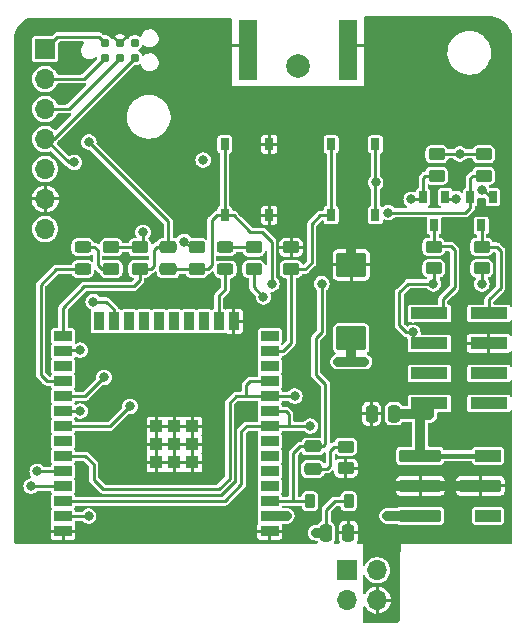
<source format=gtl>
G04 #@! TF.GenerationSoftware,KiCad,Pcbnew,7.0.7*
G04 #@! TF.CreationDate,2023-11-02T17:18:48+01:00*
G04 #@! TF.ProjectId,ithowifi_4l,6974686f-7769-4666-995f-346c2e6b6963,rev?*
G04 #@! TF.SameCoordinates,Original*
G04 #@! TF.FileFunction,Copper,L1,Top*
G04 #@! TF.FilePolarity,Positive*
%FSLAX46Y46*%
G04 Gerber Fmt 4.6, Leading zero omitted, Abs format (unit mm)*
G04 Created by KiCad (PCBNEW 7.0.7) date 2023-11-02 17:18:48*
%MOMM*%
%LPD*%
G01*
G04 APERTURE LIST*
G04 Aperture macros list*
%AMRoundRect*
0 Rectangle with rounded corners*
0 $1 Rounding radius*
0 $2 $3 $4 $5 $6 $7 $8 $9 X,Y pos of 4 corners*
0 Add a 4 corners polygon primitive as box body*
4,1,4,$2,$3,$4,$5,$6,$7,$8,$9,$2,$3,0*
0 Add four circle primitives for the rounded corners*
1,1,$1+$1,$2,$3*
1,1,$1+$1,$4,$5*
1,1,$1+$1,$6,$7*
1,1,$1+$1,$8,$9*
0 Add four rect primitives between the rounded corners*
20,1,$1+$1,$2,$3,$4,$5,0*
20,1,$1+$1,$4,$5,$6,$7,0*
20,1,$1+$1,$6,$7,$8,$9,0*
20,1,$1+$1,$8,$9,$2,$3,0*%
G04 Aperture macros list end*
G04 #@! TA.AperFunction,SMDPad,CuDef*
%ADD10R,0.700000X1.000000*%
G04 #@! TD*
G04 #@! TA.AperFunction,SMDPad,CuDef*
%ADD11RoundRect,0.250000X-0.450000X0.262500X-0.450000X-0.262500X0.450000X-0.262500X0.450000X0.262500X0*%
G04 #@! TD*
G04 #@! TA.AperFunction,ComponentPad*
%ADD12R,1.700000X1.700000*%
G04 #@! TD*
G04 #@! TA.AperFunction,ComponentPad*
%ADD13O,1.700000X1.700000*%
G04 #@! TD*
G04 #@! TA.AperFunction,SMDPad,CuDef*
%ADD14R,1.500000X0.900000*%
G04 #@! TD*
G04 #@! TA.AperFunction,SMDPad,CuDef*
%ADD15R,0.900000X1.500000*%
G04 #@! TD*
G04 #@! TA.AperFunction,SMDPad,CuDef*
%ADD16R,1.050000X1.050000*%
G04 #@! TD*
G04 #@! TA.AperFunction,SMDPad,CuDef*
%ADD17RoundRect,0.243750X0.456250X-0.243750X0.456250X0.243750X-0.456250X0.243750X-0.456250X-0.243750X0*%
G04 #@! TD*
G04 #@! TA.AperFunction,SMDPad,CuDef*
%ADD18C,0.787400*%
G04 #@! TD*
G04 #@! TA.AperFunction,SMDPad,CuDef*
%ADD19R,0.750000X1.000000*%
G04 #@! TD*
G04 #@! TA.AperFunction,SMDPad,CuDef*
%ADD20RoundRect,0.250000X0.250000X0.475000X-0.250000X0.475000X-0.250000X-0.475000X0.250000X-0.475000X0*%
G04 #@! TD*
G04 #@! TA.AperFunction,SMDPad,CuDef*
%ADD21RoundRect,0.250000X0.450000X-0.262500X0.450000X0.262500X-0.450000X0.262500X-0.450000X-0.262500X0*%
G04 #@! TD*
G04 #@! TA.AperFunction,SMDPad,CuDef*
%ADD22RoundRect,0.250000X0.475000X-0.250000X0.475000X0.250000X-0.475000X0.250000X-0.475000X-0.250000X0*%
G04 #@! TD*
G04 #@! TA.AperFunction,SMDPad,CuDef*
%ADD23RoundRect,0.250000X1.025000X-0.787500X1.025000X0.787500X-1.025000X0.787500X-1.025000X-0.787500X0*%
G04 #@! TD*
G04 #@! TA.AperFunction,SMDPad,CuDef*
%ADD24RoundRect,0.250000X-0.250000X-0.475000X0.250000X-0.475000X0.250000X0.475000X-0.250000X0.475000X0*%
G04 #@! TD*
G04 #@! TA.AperFunction,SMDPad,CuDef*
%ADD25RoundRect,0.225000X0.225000X0.375000X-0.225000X0.375000X-0.225000X-0.375000X0.225000X-0.375000X0*%
G04 #@! TD*
G04 #@! TA.AperFunction,ComponentPad*
%ADD26C,2.000000*%
G04 #@! TD*
G04 #@! TA.AperFunction,SMDPad,CuDef*
%ADD27RoundRect,0.105000X-1.655000X0.420000X-1.655000X-0.420000X1.655000X-0.420000X1.655000X0.420000X0*%
G04 #@! TD*
G04 #@! TA.AperFunction,SMDPad,CuDef*
%ADD28RoundRect,0.105000X-1.005000X0.420000X-1.005000X-0.420000X1.005000X-0.420000X1.005000X0.420000X0*%
G04 #@! TD*
G04 #@! TA.AperFunction,SMDPad,CuDef*
%ADD29R,3.150000X1.000000*%
G04 #@! TD*
G04 #@! TA.AperFunction,SMDPad,CuDef*
%ADD30R,1.500000X5.080000*%
G04 #@! TD*
G04 #@! TA.AperFunction,ViaPad*
%ADD31C,0.800000*%
G04 #@! TD*
G04 #@! TA.AperFunction,Conductor*
%ADD32C,0.812800*%
G04 #@! TD*
G04 #@! TA.AperFunction,Conductor*
%ADD33C,0.254000*%
G04 #@! TD*
G04 #@! TA.AperFunction,Conductor*
%ADD34C,0.250000*%
G04 #@! TD*
G04 #@! TA.AperFunction,Conductor*
%ADD35C,0.406400*%
G04 #@! TD*
G04 APERTURE END LIST*
D10*
X119608600Y-120339000D03*
X117708600Y-120339000D03*
X118658600Y-122739000D03*
D11*
X118872000Y-116711900D03*
X118872000Y-118536900D03*
D12*
X85725000Y-107797600D03*
D13*
X85725000Y-110337600D03*
X85725000Y-112877600D03*
X85725000Y-115417600D03*
X85725000Y-117957600D03*
X85725000Y-120497600D03*
X85725000Y-123037600D03*
D14*
X104727600Y-148613600D03*
X104727600Y-147343600D03*
X104727600Y-146073600D03*
X104727600Y-144803600D03*
X104727600Y-143533600D03*
X104727600Y-142263600D03*
X104727600Y-140993600D03*
X104727600Y-139723600D03*
X104727600Y-138453600D03*
X104727600Y-137183600D03*
X104727600Y-135913600D03*
X104727600Y-134643600D03*
X104727600Y-133373600D03*
X104727600Y-132103600D03*
D15*
X101697600Y-130853600D03*
X100427600Y-130853600D03*
X99157600Y-130853600D03*
X97887600Y-130853600D03*
X96617600Y-130853600D03*
X95347600Y-130853600D03*
X94077600Y-130853600D03*
X92807600Y-130853600D03*
X91537600Y-130853600D03*
X90267600Y-130853600D03*
D14*
X87227600Y-132103600D03*
X87227600Y-133373600D03*
X87227600Y-134643600D03*
X87227600Y-135913600D03*
X87227600Y-137183600D03*
X87227600Y-138453600D03*
X87227600Y-139723600D03*
X87227600Y-140993600D03*
X87227600Y-142263600D03*
X87227600Y-143533600D03*
X87227600Y-144803600D03*
X87227600Y-146073600D03*
X87227600Y-147343600D03*
X87227600Y-148613600D03*
D16*
X98182600Y-142798600D03*
X98182600Y-141273600D03*
X98182600Y-139748600D03*
X96657600Y-142798600D03*
X96657600Y-141273600D03*
X96657600Y-139748600D03*
X95132600Y-142798600D03*
X95132600Y-141273600D03*
X95132600Y-139748600D03*
D11*
X91313000Y-124588900D03*
X91313000Y-126413900D03*
X106536000Y-124597500D03*
X106536000Y-126422500D03*
X118618000Y-124548500D03*
X118618000Y-126373500D03*
D17*
X88900000Y-126438900D03*
X88900000Y-124563900D03*
D12*
X111292000Y-151928000D03*
D13*
X113832000Y-151928000D03*
X111292000Y-154468000D03*
X113832000Y-154468000D03*
D18*
X90766000Y-108536400D03*
X90766000Y-107266400D03*
X92036000Y-108536400D03*
X92036000Y-107266400D03*
X93306000Y-108536400D03*
X93306000Y-107266400D03*
D19*
X109925000Y-115872000D03*
X109925000Y-121872000D03*
X113675000Y-115872000D03*
X113675000Y-121872000D03*
D20*
X115250000Y-138684000D03*
X113350000Y-138684000D03*
D10*
X123606600Y-120339000D03*
X121706600Y-120339000D03*
X122656600Y-122739000D03*
D21*
X122859800Y-118536900D03*
X122859800Y-116711900D03*
D11*
X122682000Y-124548500D03*
X122682000Y-126373500D03*
D22*
X96139000Y-126451400D03*
X96139000Y-124551400D03*
D21*
X98552000Y-126428000D03*
X98552000Y-124603000D03*
D23*
X111632000Y-132308600D03*
X111632000Y-126083600D03*
D24*
X109486900Y-148751000D03*
X111386900Y-148751000D03*
D22*
X108377500Y-143351000D03*
X108377500Y-141451000D03*
D25*
X111425500Y-146084000D03*
X108125500Y-146084000D03*
D21*
X111171500Y-143290000D03*
X111171500Y-141465000D03*
D26*
X107100780Y-109251460D03*
D21*
X93726000Y-126413900D03*
X93726000Y-124588900D03*
X103378000Y-126428000D03*
X103378000Y-124603000D03*
D17*
X100965000Y-126453000D03*
X100965000Y-124578000D03*
D19*
X104675000Y-121872000D03*
X104675000Y-115872000D03*
X100925000Y-121872000D03*
X100925000Y-115872000D03*
D27*
X117475000Y-142240000D03*
X117475000Y-144780000D03*
X117475000Y-147320000D03*
D28*
X123205000Y-147320000D03*
D27*
X122555000Y-144780000D03*
D28*
X123205000Y-142240000D03*
D29*
X123295000Y-137810000D03*
X118245000Y-137810000D03*
X123295000Y-135270000D03*
X118245000Y-135270000D03*
X123295000Y-132730000D03*
X118245000Y-132730000D03*
X123295000Y-130190000D03*
X118245000Y-130190000D03*
D30*
X102850000Y-107848400D03*
X111350000Y-107848400D03*
D31*
X100700000Y-107442000D03*
X100700000Y-105918000D03*
X100700000Y-110871000D03*
X100700000Y-112500000D03*
X100700000Y-109093000D03*
X113500000Y-110871000D03*
X102432000Y-138568000D03*
X111632000Y-124053600D03*
X112732000Y-124053600D03*
X110532000Y-124053600D03*
X86741000Y-128270000D03*
X113500000Y-105918000D03*
X113500000Y-107442000D03*
X113500000Y-109093000D03*
X123300000Y-134010000D03*
X105900000Y-114200000D03*
X109100000Y-117450000D03*
X102852000Y-132715000D03*
X113792000Y-143764000D03*
X105300000Y-117400000D03*
X104278000Y-112500000D03*
X113500000Y-112500000D03*
X96647000Y-139750800D03*
X108271000Y-112500000D03*
X106172000Y-148590000D03*
X89154000Y-148590000D03*
X96647000Y-142798800D03*
X98171000Y-142798800D03*
X111849000Y-112500000D03*
X114681000Y-144780000D03*
X123290000Y-131440000D03*
X113792000Y-145796000D03*
X110071000Y-112500000D03*
X102500000Y-112500000D03*
X108300000Y-114200000D03*
X95148400Y-142798800D03*
X96647000Y-141274800D03*
X108329000Y-115900000D03*
X105800000Y-112500000D03*
X106000000Y-115900000D03*
X95148400Y-141274800D03*
X95148400Y-139750800D03*
X98171000Y-139750800D03*
X98171000Y-141274800D03*
X122682000Y-127698500D03*
X116849988Y-131800000D03*
X118595683Y-127676183D03*
X106172000Y-147320000D03*
X99100000Y-117200000D03*
X111632000Y-134268000D03*
X112732000Y-134268000D03*
X110532000Y-134268000D03*
X122682000Y-119761000D03*
X108631500Y-148751000D03*
X113700000Y-119100000D03*
X97500000Y-124100000D03*
X94000000Y-123317000D03*
X104200000Y-128800000D03*
X88200000Y-117400000D03*
X114681000Y-147320000D03*
X120813090Y-116686900D03*
X120532000Y-120468000D03*
X89407998Y-115671600D03*
X89400000Y-147350000D03*
X92900000Y-138050000D03*
X88700000Y-138450000D03*
X90700000Y-135600000D03*
X88700000Y-133300000D03*
X104900000Y-127700000D03*
X109132000Y-127668006D03*
X85039200Y-143560804D03*
X84531209Y-144805391D03*
X106849400Y-137185400D03*
X114750008Y-121650000D03*
X108174600Y-139725400D03*
X116697000Y-120539000D03*
X118250000Y-138800000D03*
X89775000Y-129200000D03*
D32*
X110532000Y-124053600D02*
X112732000Y-124053600D01*
X117475000Y-144780000D02*
X114681000Y-144780000D01*
X117475000Y-144780000D02*
X122555000Y-144780000D01*
D33*
X100700000Y-107442000D02*
X102443600Y-107442000D01*
X113500000Y-107442000D02*
X111756400Y-107442000D01*
D32*
X111632000Y-126083600D02*
X111632000Y-124053600D01*
D33*
X111756400Y-107442000D02*
X111350000Y-107848400D01*
X102443600Y-107442000D02*
X102850000Y-107848400D01*
X104675000Y-115872000D02*
X104675000Y-121872000D01*
X122682000Y-126398500D02*
X122682000Y-127698500D01*
X115700000Y-131200000D02*
X116300000Y-131800000D01*
X116300000Y-131800000D02*
X116849988Y-131800000D01*
X116849988Y-132730000D02*
X118245000Y-132730000D01*
X115700000Y-128400000D02*
X115700000Y-131200000D01*
X118595683Y-127676183D02*
X116423817Y-127676183D01*
X116423817Y-127676183D02*
X115700000Y-128400000D01*
X118618000Y-127653866D02*
X118595683Y-127676183D01*
X116849988Y-131800000D02*
X116849988Y-132730000D01*
X118618000Y-126398500D02*
X118618000Y-127653866D01*
X122682000Y-119761000D02*
X122828600Y-119761000D01*
D32*
X109499400Y-148751000D02*
X108634800Y-148751000D01*
D33*
X98103000Y-124603000D02*
X98552000Y-124603000D01*
D32*
X110532000Y-134268000D02*
X112732000Y-134268000D01*
D34*
X87707400Y-117400000D02*
X88200000Y-117400000D01*
D32*
X111632000Y-132308600D02*
X111632000Y-134268000D01*
D33*
X97500000Y-124100000D02*
X98103000Y-124603000D01*
D34*
X86424800Y-115417600D02*
X93306000Y-108536400D01*
D33*
X91313000Y-124563900D02*
X93726000Y-124563900D01*
X103378000Y-126428000D02*
X103378000Y-127978000D01*
D32*
X106148400Y-147343600D02*
X106172000Y-147320000D01*
D33*
X113675000Y-115872000D02*
X113675000Y-121872000D01*
D32*
X104727600Y-147343600D02*
X106148400Y-147343600D01*
D33*
X118872000Y-116686900D02*
X120813090Y-116686900D01*
D32*
X117475000Y-147320000D02*
X114681000Y-147320000D01*
D34*
X94000000Y-124314900D02*
X93726000Y-124588900D01*
D33*
X120461000Y-120539000D02*
X120532000Y-120468000D01*
D34*
X109499400Y-146803600D02*
X109499400Y-148751000D01*
X110219000Y-146084000D02*
X109499400Y-146803600D01*
X94000000Y-123317000D02*
X94000000Y-124314900D01*
X85725000Y-115417600D02*
X87707400Y-117400000D01*
D33*
X119608600Y-120539000D02*
X120461000Y-120539000D01*
X122859800Y-116686900D02*
X120813090Y-116686900D01*
D34*
X111425500Y-146084000D02*
X110219000Y-146084000D01*
D33*
X122828600Y-119761000D02*
X123606600Y-120539000D01*
D34*
X85725000Y-115417600D02*
X86424800Y-115417600D01*
D33*
X103378000Y-127978000D02*
X104200000Y-128800000D01*
X103417000Y-126492000D02*
X103378000Y-126453000D01*
X122682000Y-122764400D02*
X122656600Y-122739000D01*
X122682000Y-124548500D02*
X122682000Y-122764400D01*
X123948500Y-124548500D02*
X124300000Y-124900000D01*
X122682000Y-124548500D02*
X123948500Y-124548500D01*
X124300000Y-124900000D02*
X124300000Y-128000000D01*
X124300000Y-128000000D02*
X123295000Y-129005000D01*
X123295000Y-129005000D02*
X123295000Y-130190000D01*
X120405000Y-127952500D02*
X119400000Y-128957500D01*
X120405000Y-124852500D02*
X120405000Y-127952500D01*
X119400000Y-128957500D02*
X119400000Y-130142500D01*
X118787000Y-124501000D02*
X120053500Y-124501000D01*
X118658600Y-124507900D02*
X118618000Y-124548500D01*
X120053500Y-124501000D02*
X120405000Y-124852500D01*
X118658600Y-122739000D02*
X118658600Y-124507900D01*
X89027000Y-127889000D02*
X93211000Y-127889000D01*
X95148600Y-124551400D02*
X96139000Y-124551400D01*
X87227600Y-132103600D02*
X87227600Y-129688400D01*
X94900000Y-124800000D02*
X95148600Y-124551400D01*
X94900000Y-126200000D02*
X94900000Y-124800000D01*
D34*
X86754600Y-106768000D02*
X85725000Y-107797600D01*
D33*
X93726000Y-126413900D02*
X94686100Y-126413900D01*
D34*
X90766000Y-107266400D02*
X90267600Y-106768000D01*
X90267600Y-106768000D02*
X86754600Y-106768000D01*
D33*
X96139000Y-122402602D02*
X96139000Y-124000900D01*
X89407998Y-115671600D02*
X96139000Y-122402602D01*
X93211000Y-127889000D02*
X93726000Y-127374000D01*
X93726000Y-127374000D02*
X93726000Y-126413900D01*
X87227600Y-129688400D02*
X89027000Y-127889000D01*
X94686100Y-126413900D02*
X94900000Y-126200000D01*
D34*
X87234000Y-147350000D02*
X87227600Y-147343600D01*
X89400000Y-147350000D02*
X87234000Y-147350000D01*
X87227600Y-139723600D02*
X91226400Y-139723600D01*
X91226400Y-139723600D02*
X92900000Y-138050000D01*
D33*
X87227600Y-139723600D02*
X87229000Y-139725000D01*
D34*
X87227600Y-138453600D02*
X88696400Y-138453600D01*
X88696400Y-138453600D02*
X88700000Y-138450000D01*
D33*
X88946400Y-138453600D02*
X88950000Y-138450000D01*
X89116400Y-137183600D02*
X90700000Y-135600000D01*
X87227600Y-137183600D02*
X89116400Y-137183600D01*
X88700000Y-133300000D02*
X87301200Y-133300000D01*
X87301200Y-133300000D02*
X87227600Y-133373600D01*
X96139000Y-126438900D02*
X98537900Y-126438900D01*
X109432000Y-136168000D02*
X108632000Y-135368000D01*
D34*
X106717900Y-142028600D02*
X106717900Y-146075400D01*
D33*
X108632000Y-135368000D02*
X108632000Y-132268000D01*
X108632000Y-132268000D02*
X109132000Y-131768000D01*
D34*
X104727600Y-146073600D02*
X104729400Y-146075400D01*
D33*
X103100000Y-123300000D02*
X104100000Y-123300000D01*
X98552000Y-126453000D02*
X99480000Y-126453000D01*
D34*
X108116900Y-146075400D02*
X108125500Y-146084000D01*
D33*
X98537900Y-126438900D02*
X98552000Y-126453000D01*
D34*
X106717900Y-146075400D02*
X108116900Y-146075400D01*
X109432000Y-141283000D02*
X109264000Y-141451000D01*
D33*
X109132000Y-131768000D02*
X109132000Y-127668006D01*
D34*
X108377500Y-141451000D02*
X107295500Y-141451000D01*
D33*
X104900000Y-124100000D02*
X104900000Y-127700000D01*
X100925000Y-121872000D02*
X100925000Y-115872000D01*
D34*
X107295500Y-141451000D02*
X106717900Y-142028600D01*
D33*
X100925000Y-121872000D02*
X101672000Y-121872000D01*
D34*
X109264000Y-141451000D02*
X108377500Y-141451000D01*
D33*
X99822000Y-126111000D02*
X99822000Y-122301000D01*
D34*
X104729400Y-146075400D02*
X106717900Y-146075400D01*
X109432000Y-136168000D02*
X109432000Y-141283000D01*
D33*
X100251000Y-121872000D02*
X100925000Y-121872000D01*
X104100000Y-123300000D02*
X104900000Y-124100000D01*
X99480000Y-126453000D02*
X99822000Y-126111000D01*
X99822000Y-122301000D02*
X100251000Y-121872000D01*
X101672000Y-121872000D02*
X103100000Y-123300000D01*
D34*
X87694800Y-112877600D02*
X91964932Y-108607468D01*
D33*
X87227600Y-143533600D02*
X85066404Y-143533600D01*
D34*
X85725000Y-112877600D02*
X87694800Y-112877600D01*
D33*
X87225809Y-144805391D02*
X84531209Y-144805391D01*
D34*
X85725000Y-110337600D02*
X88964800Y-110337600D01*
D33*
X87227600Y-144803600D02*
X87225809Y-144805391D01*
D34*
X88964800Y-110337600D02*
X90766000Y-108536400D01*
D33*
X103086400Y-135913600D02*
X104727600Y-135913600D01*
X89832000Y-142968000D02*
X89832000Y-144268000D01*
X121899900Y-118561900D02*
X121706600Y-118755200D01*
X106847600Y-137183600D02*
X102733800Y-137183600D01*
X121706600Y-121243000D02*
X121299600Y-121650000D01*
X121299600Y-121650000D02*
X114750008Y-121650000D01*
X90632000Y-145068000D02*
X100432000Y-145068000D01*
X89127600Y-142263600D02*
X89832000Y-142968000D01*
X87227600Y-142263600D02*
X89127600Y-142263600D01*
X101332000Y-137768000D02*
X101914600Y-137185400D01*
X102733800Y-137183600D02*
X102732000Y-137185400D01*
X122859800Y-118561900D02*
X121899900Y-118561900D01*
X100432000Y-145068000D02*
X101332000Y-144168000D01*
X101332000Y-144168000D02*
X101332000Y-137768000D01*
X101914600Y-137185400D02*
X102732000Y-137185400D01*
X121706600Y-118755200D02*
X121706600Y-121243000D01*
X102732000Y-136268000D02*
X103086400Y-135913600D01*
X89832000Y-144268000D02*
X90632000Y-145068000D01*
X106849400Y-137185400D02*
X106847600Y-137183600D01*
X102732000Y-137185400D02*
X102732000Y-136268000D01*
X102776400Y-139723600D02*
X104727600Y-139723600D01*
X102332000Y-140168000D02*
X102776400Y-139723600D01*
X104729400Y-139725400D02*
X106324400Y-139725400D01*
X106324400Y-139725400D02*
X106324400Y-138709400D01*
X117708600Y-118740000D02*
X117708600Y-120539000D01*
X102332000Y-144668000D02*
X102332000Y-140168000D01*
X100924600Y-146075400D02*
X102332000Y-144668000D01*
X117708600Y-120539000D02*
X116697000Y-120539000D01*
X106324400Y-138709400D02*
X106068600Y-138453600D01*
X118872000Y-118561900D02*
X117886700Y-118561900D01*
X106324400Y-139725400D02*
X108174600Y-139725400D01*
X87477600Y-146075400D02*
X100924600Y-146075400D01*
X104727600Y-139723600D02*
X104729400Y-139725400D01*
X117886700Y-118561900D02*
X117708600Y-118740000D01*
X106068600Y-138453600D02*
X104727600Y-138453600D01*
D32*
X117348000Y-138684000D02*
X117475000Y-138811000D01*
X117475000Y-142240000D02*
X117475000Y-138811000D01*
X118250000Y-138800000D02*
X117486000Y-138800000D01*
X117486000Y-138800000D02*
X117475000Y-138811000D01*
X118134000Y-138684000D02*
X118250000Y-138800000D01*
X117348000Y-138684000D02*
X118134000Y-138684000D01*
X118250000Y-138800000D02*
X118250000Y-137810000D01*
D35*
X117475000Y-142240000D02*
X123205000Y-142240000D01*
D32*
X115250000Y-138684000D02*
X117348000Y-138684000D01*
D34*
X110202500Y-141465000D02*
X111171500Y-141465000D01*
X109586500Y-143351000D02*
X109838000Y-143099500D01*
X108377500Y-143351000D02*
X109586500Y-143351000D01*
X109838000Y-141829500D02*
X110202500Y-141465000D01*
X109838000Y-143099500D02*
X109838000Y-141829500D01*
D33*
X90170000Y-126111000D02*
X90497900Y-126438900D01*
X88900000Y-124563900D02*
X89892900Y-124563900D01*
X90170000Y-124841000D02*
X90170000Y-126111000D01*
X90497900Y-126438900D02*
X91313000Y-126438900D01*
X89892900Y-124563900D02*
X90170000Y-124841000D01*
D34*
X90884000Y-129200000D02*
X89775000Y-129200000D01*
X91537600Y-129853600D02*
X90884000Y-129200000D01*
X91537600Y-130853600D02*
X91537600Y-129853600D01*
D33*
X100427600Y-130853600D02*
X100427600Y-128680400D01*
X100427600Y-128680400D02*
X100965000Y-128143000D01*
X100965000Y-128143000D02*
X100965000Y-126453000D01*
X85344000Y-127762000D02*
X86667100Y-126438900D01*
X85875600Y-135913600D02*
X85344000Y-135382000D01*
X85344000Y-135382000D02*
X85344000Y-127762000D01*
X87227600Y-135913600D02*
X85875600Y-135913600D01*
X86667100Y-126438900D02*
X88900000Y-126438900D01*
X100965000Y-124578000D02*
X103378000Y-124578000D01*
X104727600Y-133373600D02*
X105826400Y-133373600D01*
X108300000Y-125888000D02*
X108300000Y-122600000D01*
X109028000Y-121872000D02*
X109925000Y-121872000D01*
X108300000Y-122600000D02*
X109028000Y-121872000D01*
X106536000Y-126447500D02*
X107740500Y-126447500D01*
X109925000Y-121872000D02*
X109925000Y-115872000D01*
X106536000Y-132664000D02*
X106536000Y-126447500D01*
X107740500Y-126447500D02*
X108300000Y-125888000D01*
X105826400Y-133373600D02*
X106536000Y-132664000D01*
G04 #@! TA.AperFunction,Conductor*
G36*
X103681838Y-137584313D02*
G01*
X103718383Y-137634613D01*
X103722822Y-137655836D01*
X103723100Y-137658663D01*
X103732185Y-137704338D01*
X103737866Y-137732901D01*
X103757781Y-137762706D01*
X103757783Y-137762708D01*
X103774660Y-137822548D01*
X103757784Y-137874490D01*
X103737865Y-137904299D01*
X103723100Y-137978533D01*
X103723100Y-138928665D01*
X103735817Y-138992598D01*
X103737866Y-139002901D01*
X103757781Y-139032706D01*
X103757783Y-139032708D01*
X103774660Y-139092548D01*
X103757784Y-139144490D01*
X103737865Y-139174299D01*
X103723099Y-139248537D01*
X103722821Y-139251362D01*
X103722300Y-139252551D01*
X103722136Y-139253380D01*
X103721954Y-139253343D01*
X103697905Y-139308325D01*
X103644264Y-139339763D01*
X103622706Y-139342100D01*
X102826407Y-139342100D01*
X102805762Y-139339959D01*
X102792382Y-139337153D01*
X102760710Y-139341102D01*
X102755810Y-139341713D01*
X102749585Y-139342100D01*
X102744789Y-139342100D01*
X102721404Y-139346002D01*
X102714502Y-139346862D01*
X102666041Y-139352903D01*
X102658369Y-139355187D01*
X102650814Y-139357781D01*
X102601768Y-139384323D01*
X102551654Y-139408823D01*
X102545163Y-139413456D01*
X102538839Y-139418379D01*
X102538838Y-139418379D01*
X102538838Y-139418380D01*
X102526853Y-139431399D01*
X102501069Y-139459407D01*
X102097592Y-139862883D01*
X102081484Y-139875964D01*
X102070045Y-139883437D01*
X102047408Y-139912520D01*
X102043288Y-139917187D01*
X102039888Y-139920588D01*
X102026099Y-139939900D01*
X101991840Y-139983917D01*
X101988038Y-139990942D01*
X101984525Y-139998128D01*
X101968610Y-140051586D01*
X101950500Y-140104338D01*
X101949184Y-140112224D01*
X101948194Y-140120161D01*
X101950500Y-140175884D01*
X101950500Y-144468307D01*
X101931287Y-144527438D01*
X101921035Y-144539442D01*
X100796042Y-145664435D01*
X100740644Y-145692661D01*
X100724907Y-145693900D01*
X88332670Y-145693900D01*
X88273539Y-145674687D01*
X88236994Y-145624387D01*
X88232554Y-145603161D01*
X88232099Y-145598547D01*
X88232099Y-145598534D01*
X88217334Y-145524299D01*
X88197415Y-145494489D01*
X88180538Y-145434652D01*
X88197415Y-145382710D01*
X88217334Y-145352901D01*
X88232100Y-145278667D01*
X88232099Y-144328534D01*
X88217334Y-144254299D01*
X88197415Y-144224489D01*
X88180538Y-144164652D01*
X88197415Y-144112710D01*
X88217334Y-144082901D01*
X88232100Y-144008667D01*
X88232099Y-143058534D01*
X88217334Y-142984299D01*
X88197415Y-142954489D01*
X88180538Y-142894652D01*
X88197415Y-142842710D01*
X88217334Y-142812901D01*
X88232100Y-142738667D01*
X88232100Y-142738662D01*
X88232379Y-142735838D01*
X88232899Y-142734648D01*
X88233064Y-142733820D01*
X88233245Y-142733856D01*
X88257295Y-142678875D01*
X88310936Y-142647437D01*
X88332494Y-142645100D01*
X88927908Y-142645100D01*
X88987039Y-142664313D01*
X88999043Y-142674565D01*
X89421035Y-143096557D01*
X89449261Y-143151955D01*
X89450500Y-143167692D01*
X89450500Y-144217999D01*
X89448359Y-144238645D01*
X89445554Y-144252018D01*
X89450113Y-144288581D01*
X89450500Y-144294810D01*
X89450500Y-144299612D01*
X89454403Y-144323004D01*
X89461303Y-144378357D01*
X89463586Y-144386026D01*
X89466181Y-144393586D01*
X89492729Y-144442641D01*
X89517224Y-144492746D01*
X89521877Y-144499263D01*
X89526779Y-144505561D01*
X89526780Y-144505562D01*
X89567819Y-144543341D01*
X90211368Y-145186891D01*
X90326882Y-145302405D01*
X90339966Y-145318517D01*
X90347438Y-145329954D01*
X90347440Y-145329956D01*
X90370609Y-145347989D01*
X90376516Y-145352586D01*
X90381193Y-145356717D01*
X90384588Y-145360111D01*
X90384588Y-145360112D01*
X90384591Y-145360114D01*
X90403900Y-145373900D01*
X90447915Y-145408158D01*
X90447918Y-145408159D01*
X90454955Y-145411968D01*
X90462130Y-145415475D01*
X90515586Y-145431389D01*
X90568339Y-145449500D01*
X90576210Y-145450813D01*
X90584157Y-145451804D01*
X90584159Y-145451805D01*
X90584160Y-145451804D01*
X90584161Y-145451805D01*
X90639884Y-145449500D01*
X100381999Y-145449500D01*
X100402643Y-145451640D01*
X100416017Y-145454445D01*
X100452582Y-145449886D01*
X100458811Y-145449500D01*
X100463609Y-145449500D01*
X100463611Y-145449500D01*
X100463613Y-145449499D01*
X100463620Y-145449499D01*
X100481168Y-145446569D01*
X100487004Y-145445596D01*
X100542360Y-145438696D01*
X100542366Y-145438692D01*
X100550012Y-145436417D01*
X100557580Y-145433818D01*
X100557586Y-145433818D01*
X100606641Y-145407270D01*
X100656746Y-145382776D01*
X100656749Y-145382772D01*
X100663260Y-145378123D01*
X100669555Y-145373223D01*
X100669562Y-145373220D01*
X100707341Y-145332180D01*
X101566407Y-144473113D01*
X101582513Y-144460034D01*
X101593956Y-144452560D01*
X101616592Y-144423475D01*
X101620727Y-144418794D01*
X101624113Y-144415409D01*
X101624121Y-144415398D01*
X101637892Y-144396110D01*
X101659904Y-144367827D01*
X101672158Y-144352085D01*
X101672159Y-144352083D01*
X101675953Y-144345073D01*
X101679470Y-144337876D01*
X101679475Y-144337870D01*
X101695390Y-144284410D01*
X101713500Y-144231661D01*
X101713500Y-144231660D01*
X101714816Y-144223775D01*
X101715805Y-144215839D01*
X101713500Y-144160116D01*
X101713500Y-137967692D01*
X101732713Y-137908561D01*
X101742965Y-137896557D01*
X102043158Y-137596365D01*
X102098556Y-137568139D01*
X102114293Y-137566900D01*
X102681999Y-137566900D01*
X102702644Y-137569040D01*
X102716017Y-137571845D01*
X102729573Y-137570154D01*
X102750329Y-137569726D01*
X102763940Y-137570854D01*
X102774509Y-137568178D01*
X102799203Y-137565100D01*
X103622707Y-137565100D01*
X103681838Y-137584313D01*
G37*
G04 #@! TD.AperFunction*
G04 #@! TA.AperFunction,Conductor*
G36*
X92761894Y-124964613D02*
G01*
X92797020Y-125010844D01*
X92828655Y-125095663D01*
X92828658Y-125095667D01*
X92915596Y-125211804D01*
X93020469Y-125290310D01*
X93031736Y-125298744D01*
X93111144Y-125328361D01*
X93167658Y-125349440D01*
X93227745Y-125355900D01*
X94224254Y-125355899D01*
X94284342Y-125349440D01*
X94382745Y-125312736D01*
X94444860Y-125310074D01*
X94496680Y-125344431D01*
X94518408Y-125402685D01*
X94518500Y-125406994D01*
X94518500Y-125595805D01*
X94499287Y-125654936D01*
X94448987Y-125691481D01*
X94386813Y-125691481D01*
X94382744Y-125690062D01*
X94284342Y-125653360D01*
X94224255Y-125646900D01*
X94224254Y-125646900D01*
X93227745Y-125646900D01*
X93172974Y-125652788D01*
X93167658Y-125653360D01*
X93167656Y-125653360D01*
X93167654Y-125653361D01*
X93031736Y-125704055D01*
X92915596Y-125790996D01*
X92828655Y-125907136D01*
X92777960Y-126043056D01*
X92777960Y-126043058D01*
X92771500Y-126103145D01*
X92771500Y-126724654D01*
X92776136Y-126767776D01*
X92777960Y-126784742D01*
X92777960Y-126784744D01*
X92777961Y-126784745D01*
X92828655Y-126920663D01*
X92828658Y-126920667D01*
X92915596Y-127036804D01*
X92999785Y-127099826D01*
X93031736Y-127123744D01*
X93167655Y-127174439D01*
X93167658Y-127174440D01*
X93167660Y-127174440D01*
X93168735Y-127174694D01*
X93169363Y-127175076D01*
X93173554Y-127176639D01*
X93173254Y-127177441D01*
X93221866Y-127206987D01*
X93245867Y-127264341D01*
X93231573Y-127324850D01*
X93216742Y-127343734D01*
X93082442Y-127478035D01*
X93027045Y-127506261D01*
X93011307Y-127507500D01*
X89077002Y-127507500D01*
X89056357Y-127505359D01*
X89047629Y-127503529D01*
X89042980Y-127502554D01*
X89011175Y-127506520D01*
X89006416Y-127507113D01*
X89000190Y-127507500D01*
X88995385Y-127507500D01*
X88971993Y-127511404D01*
X88916640Y-127518303D01*
X88908972Y-127520586D01*
X88901414Y-127523181D01*
X88852358Y-127549729D01*
X88802255Y-127574222D01*
X88795738Y-127578875D01*
X88789440Y-127583777D01*
X88751658Y-127624819D01*
X86993192Y-129383283D01*
X86977084Y-129396364D01*
X86965645Y-129403837D01*
X86943008Y-129432920D01*
X86938888Y-129437587D01*
X86935488Y-129440988D01*
X86921699Y-129460300D01*
X86887440Y-129504317D01*
X86883638Y-129511342D01*
X86880125Y-129518528D01*
X86864210Y-129571986D01*
X86846100Y-129624738D01*
X86844784Y-129632624D01*
X86843794Y-129640561D01*
X86846100Y-129696284D01*
X86846100Y-131298500D01*
X86826887Y-131357631D01*
X86776587Y-131394176D01*
X86745500Y-131399100D01*
X86452534Y-131399100D01*
X86378298Y-131413866D01*
X86378295Y-131413867D01*
X86294117Y-131470114D01*
X86294115Y-131470116D01*
X86237865Y-131554300D01*
X86223100Y-131628533D01*
X86223100Y-132578665D01*
X86232587Y-132626360D01*
X86237866Y-132652901D01*
X86254853Y-132678324D01*
X86257783Y-132682708D01*
X86274660Y-132742548D01*
X86257784Y-132794490D01*
X86237865Y-132824299D01*
X86223100Y-132898533D01*
X86223100Y-133848665D01*
X86237865Y-133922897D01*
X86237866Y-133922901D01*
X86257781Y-133952706D01*
X86257783Y-133952708D01*
X86274660Y-134012548D01*
X86257784Y-134064490D01*
X86237865Y-134094299D01*
X86223100Y-134168533D01*
X86223100Y-135118665D01*
X86231878Y-135162795D01*
X86237866Y-135192901D01*
X86257781Y-135222706D01*
X86257783Y-135222708D01*
X86274660Y-135282548D01*
X86257784Y-135334490D01*
X86237865Y-135364299D01*
X86223099Y-135438537D01*
X86222821Y-135441362D01*
X86222300Y-135442551D01*
X86222136Y-135443380D01*
X86221954Y-135443343D01*
X86197905Y-135498325D01*
X86144264Y-135529763D01*
X86122706Y-135532100D01*
X86075292Y-135532100D01*
X86016161Y-135512887D01*
X86004157Y-135502635D01*
X85754965Y-135253442D01*
X85726739Y-135198044D01*
X85725500Y-135182307D01*
X85725500Y-127961692D01*
X85744713Y-127902561D01*
X85754965Y-127890557D01*
X86795658Y-126849865D01*
X86851056Y-126821639D01*
X86866793Y-126820400D01*
X87893501Y-126820400D01*
X87952632Y-126839613D01*
X87987758Y-126885844D01*
X88001947Y-126923888D01*
X88001948Y-126923890D01*
X88001949Y-126923891D01*
X88087811Y-127038589D01*
X88202509Y-127124451D01*
X88202512Y-127124452D01*
X88202511Y-127124452D01*
X88223671Y-127132344D01*
X88336750Y-127174520D01*
X88396091Y-127180900D01*
X89403908Y-127180899D01*
X89463250Y-127174520D01*
X89597491Y-127124451D01*
X89712189Y-127038589D01*
X89798051Y-126923891D01*
X89848120Y-126789650D01*
X89854500Y-126730309D01*
X89854499Y-126577890D01*
X89873712Y-126518760D01*
X89924011Y-126482215D01*
X89986185Y-126482215D01*
X90026234Y-126506756D01*
X90192783Y-126673305D01*
X90205865Y-126689414D01*
X90213340Y-126700856D01*
X90241746Y-126722965D01*
X90242416Y-126723486D01*
X90247093Y-126727617D01*
X90250489Y-126731012D01*
X90250496Y-126731018D01*
X90269798Y-126744798D01*
X90313814Y-126779058D01*
X90320834Y-126782856D01*
X90328028Y-126786373D01*
X90328031Y-126786375D01*
X90328034Y-126786375D01*
X90335519Y-126790035D01*
X90334136Y-126792863D01*
X90373393Y-126819907D01*
X90387773Y-126845906D01*
X90415655Y-126920663D01*
X90415658Y-126920667D01*
X90502596Y-127036804D01*
X90586785Y-127099826D01*
X90618736Y-127123744D01*
X90685765Y-127148744D01*
X90754658Y-127174440D01*
X90814745Y-127180900D01*
X91811254Y-127180899D01*
X91871342Y-127174440D01*
X91963662Y-127140006D01*
X92007263Y-127123744D01*
X92007264Y-127123742D01*
X92007267Y-127123742D01*
X92123404Y-127036804D01*
X92210342Y-126920667D01*
X92210342Y-126920664D01*
X92210344Y-126920663D01*
X92244533Y-126828999D01*
X92261040Y-126784742D01*
X92267500Y-126724655D01*
X92267499Y-126103146D01*
X92267402Y-126102248D01*
X92266927Y-126097829D01*
X92261040Y-126043058D01*
X92233048Y-125968009D01*
X92210344Y-125907136D01*
X92190127Y-125880129D01*
X92123404Y-125790996D01*
X92007267Y-125704058D01*
X92007263Y-125704055D01*
X91871342Y-125653360D01*
X91871341Y-125653360D01*
X91811255Y-125646900D01*
X91811254Y-125646900D01*
X90814745Y-125646900D01*
X90759974Y-125652788D01*
X90754658Y-125653360D01*
X90754655Y-125653360D01*
X90754651Y-125653362D01*
X90687255Y-125678499D01*
X90625138Y-125681162D01*
X90573319Y-125646804D01*
X90551592Y-125588549D01*
X90551500Y-125584242D01*
X90551500Y-125418557D01*
X90570713Y-125359426D01*
X90621013Y-125322881D01*
X90683187Y-125322881D01*
X90687253Y-125324299D01*
X90754658Y-125349440D01*
X90814745Y-125355900D01*
X91811254Y-125355899D01*
X91871342Y-125349440D01*
X91967381Y-125313619D01*
X92007263Y-125298744D01*
X92007264Y-125298742D01*
X92007267Y-125298742D01*
X92123404Y-125211804D01*
X92210342Y-125095667D01*
X92210342Y-125095664D01*
X92210344Y-125095663D01*
X92241980Y-125010844D01*
X92280646Y-124962155D01*
X92336237Y-124945400D01*
X92702763Y-124945400D01*
X92761894Y-124964613D01*
G37*
G04 #@! TD.AperFunction*
G04 #@! TA.AperFunction,Conductor*
G36*
X123493838Y-105029108D02*
G01*
X123561676Y-105033553D01*
X123583172Y-105034962D01*
X123589680Y-105035818D01*
X123833332Y-105084284D01*
X123839681Y-105085985D01*
X124074917Y-105165836D01*
X124080996Y-105168355D01*
X124303789Y-105278223D01*
X124309493Y-105281516D01*
X124516040Y-105419527D01*
X124521253Y-105423527D01*
X124708023Y-105587318D01*
X124712679Y-105591974D01*
X124876471Y-105778744D01*
X124880472Y-105783959D01*
X125018483Y-105990506D01*
X125021776Y-105996210D01*
X125131644Y-106219003D01*
X125134165Y-106225088D01*
X125149241Y-106269500D01*
X125193284Y-106399248D01*
X125214011Y-106460306D01*
X125215715Y-106466668D01*
X125264177Y-106710299D01*
X125265037Y-106716829D01*
X125281391Y-106966360D01*
X125281499Y-106969651D01*
X125281500Y-129516131D01*
X125262287Y-129575262D01*
X125211987Y-129611807D01*
X125149813Y-129611807D01*
X125099513Y-129575262D01*
X125097255Y-129572022D01*
X125053485Y-129506517D01*
X125053483Y-129506515D01*
X125011678Y-129478582D01*
X124969301Y-129450266D01*
X124969300Y-129450265D01*
X124969299Y-129450265D01*
X124905559Y-129437587D01*
X124895067Y-129435500D01*
X124895066Y-129435500D01*
X123777100Y-129435500D01*
X123717969Y-129416287D01*
X123681424Y-129365987D01*
X123676500Y-129334901D01*
X123676499Y-129204692D01*
X123695711Y-129145560D01*
X123705957Y-129133563D01*
X124534410Y-128305111D01*
X124550516Y-128292032D01*
X124561956Y-128284560D01*
X124584595Y-128255471D01*
X124588716Y-128250805D01*
X124592114Y-128247409D01*
X124605898Y-128228101D01*
X124640158Y-128184085D01*
X124640158Y-128184082D01*
X124643944Y-128177087D01*
X124647470Y-128169875D01*
X124647475Y-128169869D01*
X124663388Y-128116417D01*
X124681500Y-128063661D01*
X124682816Y-128055776D01*
X124683805Y-128047838D01*
X124681500Y-127992106D01*
X124681500Y-124950001D01*
X124683641Y-124929354D01*
X124685740Y-124919345D01*
X124686445Y-124915983D01*
X124686279Y-124914655D01*
X124681887Y-124879417D01*
X124681500Y-124873188D01*
X124681500Y-124868391D01*
X124681500Y-124868389D01*
X124677596Y-124844995D01*
X124670696Y-124789640D01*
X124670696Y-124789639D01*
X124668418Y-124781988D01*
X124665818Y-124774417D01*
X124665818Y-124774414D01*
X124639270Y-124725358D01*
X124614776Y-124675254D01*
X124610132Y-124668749D01*
X124605219Y-124662437D01*
X124583669Y-124642599D01*
X124564181Y-124624659D01*
X124253616Y-124314093D01*
X124240530Y-124297978D01*
X124233063Y-124286548D01*
X124233061Y-124286546D01*
X124233060Y-124286544D01*
X124203981Y-124263911D01*
X124199304Y-124259781D01*
X124195908Y-124256385D01*
X124195909Y-124256385D01*
X124186254Y-124249492D01*
X124176599Y-124242599D01*
X124132585Y-124208342D01*
X124132584Y-124208341D01*
X124132582Y-124208340D01*
X124125564Y-124204542D01*
X124118368Y-124201024D01*
X124064913Y-124185110D01*
X124012159Y-124166999D01*
X124004285Y-124165685D01*
X123996338Y-124164694D01*
X123940616Y-124167000D01*
X123695913Y-124167000D01*
X123636782Y-124147787D01*
X123601656Y-124101557D01*
X123579343Y-124041735D01*
X123579342Y-124041733D01*
X123492404Y-123925596D01*
X123376267Y-123838658D01*
X123376263Y-123838655D01*
X123240342Y-123787960D01*
X123180255Y-123781500D01*
X123164100Y-123781500D01*
X123104969Y-123762287D01*
X123068424Y-123711987D01*
X123063500Y-123680900D01*
X123063500Y-123560837D01*
X123082713Y-123501706D01*
X123108206Y-123477193D01*
X123190084Y-123422484D01*
X123246334Y-123338301D01*
X123261100Y-123264067D01*
X123261099Y-122213934D01*
X123246334Y-122139699D01*
X123246332Y-122139697D01*
X123246332Y-122139695D01*
X123190085Y-122055517D01*
X123190083Y-122055515D01*
X123131599Y-122016437D01*
X123105901Y-121999266D01*
X123105900Y-121999265D01*
X123105899Y-121999265D01*
X123050098Y-121988166D01*
X123031667Y-121984500D01*
X123031666Y-121984500D01*
X122281534Y-121984500D01*
X122207298Y-121999266D01*
X122207295Y-121999267D01*
X122123117Y-122055514D01*
X122123115Y-122055516D01*
X122066865Y-122139700D01*
X122052100Y-122213933D01*
X122052100Y-123264065D01*
X122066866Y-123338301D01*
X122066867Y-123338304D01*
X122123114Y-123422482D01*
X122123115Y-123422483D01*
X122123116Y-123422484D01*
X122207299Y-123478734D01*
X122219143Y-123481090D01*
X122219526Y-123481166D01*
X122273772Y-123511545D01*
X122299803Y-123568008D01*
X122300500Y-123579833D01*
X122300500Y-123680900D01*
X122281287Y-123740031D01*
X122230987Y-123776576D01*
X122199905Y-123781500D01*
X122183747Y-123781500D01*
X122130118Y-123787265D01*
X122123658Y-123787960D01*
X122123656Y-123787960D01*
X122123654Y-123787961D01*
X121987736Y-123838655D01*
X121871596Y-123925596D01*
X121784655Y-124041736D01*
X121733960Y-124177656D01*
X121733960Y-124177658D01*
X121727500Y-124237745D01*
X121727500Y-124859254D01*
X121732065Y-124901713D01*
X121733359Y-124913755D01*
X121733960Y-124919340D01*
X121733961Y-124919345D01*
X121784655Y-125055263D01*
X121784658Y-125055267D01*
X121871596Y-125171404D01*
X121980132Y-125252652D01*
X121987736Y-125258344D01*
X122062398Y-125286191D01*
X122123658Y-125309040D01*
X122183745Y-125315500D01*
X123180254Y-125315499D01*
X123240342Y-125309040D01*
X123331643Y-125274986D01*
X123376263Y-125258344D01*
X123376264Y-125258342D01*
X123376267Y-125258342D01*
X123492404Y-125171404D01*
X123579342Y-125055267D01*
X123591886Y-125021635D01*
X123601656Y-124995443D01*
X123640322Y-124946755D01*
X123695913Y-124930000D01*
X123748808Y-124930000D01*
X123807939Y-124949213D01*
X123819943Y-124959465D01*
X123889034Y-125028556D01*
X123917260Y-125083954D01*
X123918499Y-125099691D01*
X123918500Y-127800306D01*
X123899287Y-127859437D01*
X123889035Y-127871441D01*
X123060592Y-128699883D01*
X123044484Y-128712964D01*
X123033045Y-128720437D01*
X123010408Y-128749520D01*
X123006288Y-128754187D01*
X123002888Y-128757588D01*
X122989099Y-128776900D01*
X122954840Y-128820917D01*
X122951038Y-128827942D01*
X122947525Y-128835128D01*
X122931610Y-128888586D01*
X122913500Y-128941338D01*
X122912184Y-128949221D01*
X122911195Y-128957156D01*
X122913500Y-129012885D01*
X122913500Y-129334900D01*
X122894287Y-129394031D01*
X122843987Y-129430576D01*
X122812900Y-129435500D01*
X121694934Y-129435500D01*
X121620698Y-129450266D01*
X121620695Y-129450267D01*
X121536517Y-129506514D01*
X121536515Y-129506516D01*
X121480265Y-129590700D01*
X121465500Y-129664933D01*
X121465500Y-130715065D01*
X121480266Y-130789301D01*
X121480267Y-130789304D01*
X121536514Y-130873482D01*
X121536515Y-130873483D01*
X121536516Y-130873484D01*
X121620699Y-130929734D01*
X121694933Y-130944500D01*
X124895066Y-130944499D01*
X124969301Y-130929734D01*
X125053484Y-130873484D01*
X125097255Y-130807975D01*
X125146080Y-130769485D01*
X125208206Y-130767044D01*
X125259903Y-130801586D01*
X125281422Y-130859917D01*
X125281500Y-130863867D01*
X125281500Y-131967579D01*
X125262287Y-132026710D01*
X125211987Y-132063255D01*
X125149813Y-132063255D01*
X125109765Y-132038714D01*
X125045234Y-131974183D01*
X124940994Y-131928156D01*
X124915518Y-131925200D01*
X123421999Y-131925200D01*
X123422000Y-132603000D01*
X123421999Y-133534799D01*
X124915506Y-133534799D01*
X124915520Y-133534798D01*
X124940992Y-133531843D01*
X124940996Y-133531842D01*
X125045235Y-133485816D01*
X125109765Y-133421286D01*
X125165162Y-133393059D01*
X125226571Y-133402784D01*
X125270535Y-133446748D01*
X125281500Y-133492420D01*
X125281500Y-134596131D01*
X125262287Y-134655262D01*
X125211987Y-134691807D01*
X125149813Y-134691807D01*
X125099513Y-134655262D01*
X125097255Y-134652022D01*
X125053485Y-134586517D01*
X125053483Y-134586515D01*
X124969302Y-134530267D01*
X124969301Y-134530266D01*
X124969300Y-134530265D01*
X124969299Y-134530265D01*
X124913498Y-134519166D01*
X124895067Y-134515500D01*
X124895066Y-134515500D01*
X121694934Y-134515500D01*
X121620698Y-134530266D01*
X121620695Y-134530267D01*
X121536517Y-134586514D01*
X121536515Y-134586516D01*
X121480265Y-134670700D01*
X121465500Y-134744933D01*
X121465500Y-135795065D01*
X121480266Y-135869301D01*
X121480267Y-135869304D01*
X121536514Y-135953482D01*
X121536515Y-135953483D01*
X121536516Y-135953484D01*
X121620699Y-136009734D01*
X121694933Y-136024500D01*
X124895066Y-136024499D01*
X124969301Y-136009734D01*
X125053484Y-135953484D01*
X125097255Y-135887975D01*
X125146080Y-135849485D01*
X125208206Y-135847044D01*
X125259903Y-135881586D01*
X125281422Y-135939917D01*
X125281500Y-135943867D01*
X125281500Y-137136131D01*
X125262287Y-137195262D01*
X125211987Y-137231807D01*
X125149813Y-137231807D01*
X125099513Y-137195262D01*
X125097255Y-137192022D01*
X125053485Y-137126517D01*
X125053483Y-137126515D01*
X124969302Y-137070267D01*
X124969301Y-137070266D01*
X124969300Y-137070265D01*
X124969299Y-137070265D01*
X124913498Y-137059166D01*
X124895067Y-137055500D01*
X124895066Y-137055500D01*
X121694934Y-137055500D01*
X121620698Y-137070266D01*
X121620695Y-137070267D01*
X121536517Y-137126514D01*
X121536515Y-137126516D01*
X121480265Y-137210700D01*
X121465500Y-137284933D01*
X121465500Y-138335065D01*
X121480266Y-138409301D01*
X121480267Y-138409304D01*
X121536514Y-138493482D01*
X121536515Y-138493483D01*
X121536516Y-138493484D01*
X121620699Y-138549734D01*
X121694933Y-138564500D01*
X124895066Y-138564499D01*
X124969301Y-138549734D01*
X125053484Y-138493484D01*
X125097255Y-138427975D01*
X125146080Y-138389485D01*
X125208206Y-138387044D01*
X125259903Y-138421586D01*
X125281422Y-138479917D01*
X125281500Y-138483867D01*
X125281500Y-149464702D01*
X125281069Y-149471275D01*
X125267912Y-149571207D01*
X125261119Y-149596564D01*
X125257258Y-149605888D01*
X125216884Y-149653170D01*
X125164312Y-149668000D01*
X115832000Y-149668000D01*
X115832000Y-150214526D01*
X115822038Y-150258173D01*
X115809105Y-150285030D01*
X115781500Y-150405972D01*
X115781500Y-150457955D01*
X115781499Y-155964709D01*
X115781068Y-155971282D01*
X115767912Y-156071207D01*
X115761115Y-156096574D01*
X115726347Y-156180512D01*
X115713216Y-156203256D01*
X115657906Y-156275337D01*
X115639337Y-156293906D01*
X115567256Y-156349216D01*
X115544512Y-156362347D01*
X115460574Y-156397115D01*
X115435207Y-156403912D01*
X115350910Y-156415010D01*
X115335272Y-156417069D01*
X115328702Y-156417500D01*
X112732600Y-156417500D01*
X112673469Y-156398287D01*
X112636924Y-156347987D01*
X112632000Y-156316900D01*
X112632000Y-155076557D01*
X112651213Y-155017426D01*
X112701513Y-154980881D01*
X112763687Y-154980881D01*
X112813987Y-155017426D01*
X112822653Y-155031716D01*
X112845958Y-155078519D01*
X112845961Y-155078523D01*
X112974937Y-155249317D01*
X113133086Y-155393490D01*
X113133095Y-155393496D01*
X113315055Y-155506162D01*
X113315059Y-155506164D01*
X113514619Y-155583473D01*
X113704999Y-155619062D01*
X113705000Y-155619062D01*
X113705000Y-155068600D01*
X113724213Y-155009469D01*
X113774513Y-154972924D01*
X113805600Y-154968000D01*
X113858400Y-154968000D01*
X113917531Y-154987213D01*
X113954076Y-155037513D01*
X113959000Y-155068600D01*
X113959000Y-155619062D01*
X114149380Y-155583473D01*
X114348940Y-155506164D01*
X114348944Y-155506162D01*
X114530904Y-155393496D01*
X114530913Y-155393490D01*
X114689062Y-155249317D01*
X114818038Y-155078523D01*
X114818039Y-155078523D01*
X114913430Y-154886952D01*
X114913431Y-154886951D01*
X114972000Y-154681098D01*
X114979979Y-154595000D01*
X114432600Y-154595000D01*
X114373469Y-154575787D01*
X114336924Y-154525487D01*
X114332000Y-154494400D01*
X114332000Y-154441600D01*
X114351213Y-154382469D01*
X114401513Y-154345924D01*
X114432600Y-154341000D01*
X114979979Y-154341000D01*
X114979979Y-154340999D01*
X114972000Y-154254901D01*
X114913431Y-154049048D01*
X114913430Y-154049047D01*
X114818039Y-153857476D01*
X114689062Y-153686682D01*
X114530913Y-153542509D01*
X114530904Y-153542503D01*
X114348944Y-153429837D01*
X114348940Y-153429835D01*
X114149381Y-153352526D01*
X113959000Y-153316937D01*
X113959000Y-153867400D01*
X113939787Y-153926531D01*
X113889487Y-153963076D01*
X113858400Y-153968000D01*
X113805600Y-153968000D01*
X113746469Y-153948787D01*
X113709924Y-153898487D01*
X113705000Y-153867400D01*
X113704999Y-153316937D01*
X113514618Y-153352526D01*
X113315059Y-153429835D01*
X113315055Y-153429837D01*
X113133095Y-153542503D01*
X113133086Y-153542509D01*
X112974937Y-153686682D01*
X112845961Y-153857476D01*
X112845960Y-153857476D01*
X112822653Y-153904284D01*
X112779097Y-153948652D01*
X112717781Y-153958945D01*
X112662125Y-153931231D01*
X112633388Y-153876096D01*
X112632000Y-153859442D01*
X112632000Y-152423712D01*
X112651213Y-152364581D01*
X112701513Y-152328036D01*
X112763687Y-152328036D01*
X112813987Y-152364581D01*
X112822653Y-152378870D01*
X112888909Y-152511930D01*
X112888910Y-152511931D01*
X112888912Y-152511935D01*
X113012268Y-152675285D01*
X113163528Y-152813178D01*
X113163532Y-152813181D01*
X113163538Y-152813186D01*
X113337573Y-152920944D01*
X113528444Y-152994888D01*
X113577824Y-153004118D01*
X113729651Y-153032500D01*
X113729653Y-153032500D01*
X113934348Y-153032500D01*
X114013339Y-153017734D01*
X114135556Y-152994888D01*
X114326427Y-152920944D01*
X114500462Y-152813186D01*
X114651732Y-152675285D01*
X114775088Y-152511935D01*
X114866328Y-152328701D01*
X114922345Y-152131821D01*
X114941232Y-151928000D01*
X114922345Y-151724179D01*
X114866328Y-151527299D01*
X114775088Y-151344065D01*
X114651732Y-151180715D01*
X114651731Y-151180714D01*
X114500471Y-151042821D01*
X114500466Y-151042817D01*
X114500462Y-151042814D01*
X114326427Y-150935056D01*
X114326423Y-150935054D01*
X114135554Y-150861111D01*
X114135549Y-150861110D01*
X113934349Y-150823500D01*
X113934347Y-150823500D01*
X113729653Y-150823500D01*
X113729651Y-150823500D01*
X113528450Y-150861110D01*
X113528445Y-150861111D01*
X113337576Y-150935054D01*
X113337572Y-150935056D01*
X113267087Y-150978699D01*
X113163538Y-151042814D01*
X113163536Y-151042815D01*
X113163537Y-151042815D01*
X113163528Y-151042821D01*
X113012268Y-151180714D01*
X112888910Y-151344068D01*
X112888909Y-151344069D01*
X112822653Y-151477129D01*
X112779097Y-151521497D01*
X112717781Y-151531790D01*
X112662125Y-151504076D01*
X112633388Y-151448941D01*
X112632000Y-151432287D01*
X112632000Y-149668000D01*
X112200543Y-149668000D01*
X112141412Y-149648787D01*
X112104867Y-149598487D01*
X112104867Y-149536313D01*
X112120384Y-149506614D01*
X112125045Y-149500467D01*
X112125046Y-149500464D01*
X112180991Y-149358595D01*
X112180993Y-149358587D01*
X112191698Y-149269447D01*
X112191700Y-149269429D01*
X112191700Y-148878000D01*
X110582100Y-148878000D01*
X110582100Y-149269429D01*
X110582101Y-149269447D01*
X110592806Y-149358587D01*
X110592808Y-149358595D01*
X110648753Y-149500464D01*
X110648754Y-149500467D01*
X110653416Y-149506614D01*
X110673836Y-149565339D01*
X110655838Y-149624852D01*
X110606298Y-149662419D01*
X110573257Y-149668000D01*
X110237194Y-149668000D01*
X110178063Y-149648787D01*
X110141518Y-149598487D01*
X110141518Y-149536313D01*
X110156657Y-149507116D01*
X110184242Y-149470267D01*
X110184242Y-149470264D01*
X110184244Y-149470263D01*
X110222237Y-149368399D01*
X110234940Y-149334342D01*
X110241400Y-149274255D01*
X110241399Y-148624000D01*
X110582100Y-148624000D01*
X111259900Y-148624000D01*
X111259900Y-147721200D01*
X111513900Y-147721200D01*
X111513900Y-148624000D01*
X112191700Y-148624000D01*
X112191700Y-148232570D01*
X112191698Y-148232552D01*
X112180993Y-148143412D01*
X112180991Y-148143404D01*
X112125046Y-148001535D01*
X112125045Y-148001532D01*
X112032890Y-147880009D01*
X111911367Y-147787854D01*
X111911364Y-147787853D01*
X111769495Y-147731908D01*
X111769487Y-147731906D01*
X111680347Y-147721201D01*
X111680329Y-147721200D01*
X111513900Y-147721200D01*
X111259900Y-147721200D01*
X111093471Y-147721200D01*
X111093452Y-147721201D01*
X111004312Y-147731906D01*
X111004304Y-147731908D01*
X110862435Y-147787853D01*
X110862432Y-147787854D01*
X110740909Y-147880009D01*
X110648754Y-148001532D01*
X110648753Y-148001535D01*
X110592808Y-148143404D01*
X110592806Y-148143412D01*
X110582101Y-148232552D01*
X110582100Y-148232570D01*
X110582100Y-148624000D01*
X110241399Y-148624000D01*
X110241399Y-148227746D01*
X110234940Y-148167658D01*
X110209518Y-148099499D01*
X110184244Y-148031736D01*
X110168246Y-148010365D01*
X110097304Y-147915596D01*
X109981167Y-147828658D01*
X109973943Y-147825963D01*
X109944342Y-147814922D01*
X109895654Y-147776256D01*
X109878900Y-147720666D01*
X109878900Y-147400248D01*
X114020100Y-147400248D01*
X114058509Y-147556080D01*
X114058510Y-147556082D01*
X114058509Y-147556082D01*
X114126642Y-147685897D01*
X114133095Y-147698191D01*
X114239523Y-147818324D01*
X114371609Y-147909496D01*
X114521675Y-147966408D01*
X114599729Y-147975885D01*
X114641008Y-147980898D01*
X114641009Y-147980898D01*
X114641025Y-147980900D01*
X115510820Y-147980900D01*
X115569951Y-148000113D01*
X115581955Y-148010365D01*
X115608214Y-148036624D01*
X115716003Y-148089319D01*
X115785881Y-148099500D01*
X119164118Y-148099499D01*
X119164119Y-148099499D01*
X119164119Y-148099498D01*
X119233997Y-148089319D01*
X119341786Y-148036624D01*
X119426624Y-147951786D01*
X119479319Y-147843997D01*
X119489500Y-147774119D01*
X121840500Y-147774119D01*
X121840501Y-147774122D01*
X121850680Y-147843993D01*
X121850681Y-147843998D01*
X121884580Y-147913339D01*
X121903376Y-147951786D01*
X121988214Y-148036624D01*
X122096003Y-148089319D01*
X122165881Y-148099500D01*
X124244118Y-148099499D01*
X124244119Y-148099499D01*
X124244119Y-148099498D01*
X124313997Y-148089319D01*
X124421786Y-148036624D01*
X124506624Y-147951786D01*
X124559319Y-147843997D01*
X124569500Y-147774119D01*
X124569499Y-146865882D01*
X124559319Y-146796003D01*
X124506624Y-146688214D01*
X124421786Y-146603376D01*
X124421785Y-146603375D01*
X124337093Y-146561972D01*
X124313997Y-146550681D01*
X124313995Y-146550680D01*
X124313994Y-146550680D01*
X124244120Y-146540500D01*
X122165880Y-146540500D01*
X122165877Y-146540501D01*
X122096006Y-146550680D01*
X122096001Y-146550681D01*
X121988213Y-146603376D01*
X121903375Y-146688214D01*
X121850680Y-146796005D01*
X121840500Y-146865879D01*
X121840500Y-147774119D01*
X119489500Y-147774119D01*
X119489499Y-146865882D01*
X119479319Y-146796003D01*
X119426624Y-146688214D01*
X119341786Y-146603376D01*
X119341785Y-146603375D01*
X119257093Y-146561972D01*
X119233997Y-146550681D01*
X119233995Y-146550680D01*
X119233994Y-146550680D01*
X119164120Y-146540500D01*
X115785880Y-146540500D01*
X115785877Y-146540501D01*
X115716006Y-146550680D01*
X115716001Y-146550681D01*
X115608213Y-146603376D01*
X115581955Y-146629635D01*
X115526557Y-146657861D01*
X115510820Y-146659100D01*
X114641025Y-146659100D01*
X114641021Y-146659100D01*
X114641008Y-146659101D01*
X114521676Y-146673591D01*
X114371608Y-146730504D01*
X114371607Y-146730504D01*
X114254374Y-146811425D01*
X114239523Y-146821676D01*
X114133095Y-146941809D01*
X114133094Y-146941810D01*
X114133093Y-146941812D01*
X114058510Y-147083917D01*
X114020100Y-147239749D01*
X114020100Y-147239752D01*
X114020100Y-147400248D01*
X109878900Y-147400248D01*
X109878900Y-147002464D01*
X109898113Y-146943333D01*
X109908365Y-146931329D01*
X110346730Y-146492965D01*
X110402128Y-146464739D01*
X110417865Y-146463500D01*
X110626189Y-146463500D01*
X110685320Y-146482713D01*
X110721865Y-146533013D01*
X110726212Y-146553345D01*
X110726658Y-146557487D01*
X110727140Y-146561971D01*
X110727140Y-146561974D01*
X110775323Y-146691160D01*
X110775325Y-146691164D01*
X110807046Y-146733537D01*
X110857956Y-146801544D01*
X110931679Y-146856733D01*
X110968335Y-146884174D01*
X110968339Y-146884176D01*
X111005588Y-146898068D01*
X111097527Y-146932360D01*
X111154636Y-146938500D01*
X111696364Y-146938500D01*
X111753473Y-146932360D01*
X111882663Y-146884175D01*
X111993044Y-146801544D01*
X112075675Y-146691163D01*
X112123860Y-146561973D01*
X112130000Y-146504864D01*
X112130000Y-145663136D01*
X112123860Y-145606027D01*
X112075675Y-145476837D01*
X112062989Y-145459891D01*
X112034513Y-145421852D01*
X111993044Y-145366456D01*
X111907483Y-145302405D01*
X111882664Y-145283825D01*
X111882660Y-145283823D01*
X111753473Y-145235640D01*
X111696364Y-145229500D01*
X111154636Y-145229500D01*
X111097527Y-145235640D01*
X111097525Y-145235640D01*
X110968339Y-145283823D01*
X110968335Y-145283825D01*
X110857956Y-145366456D01*
X110775325Y-145476835D01*
X110775323Y-145476839D01*
X110727140Y-145606025D01*
X110727140Y-145606027D01*
X110726735Y-145609799D01*
X110726213Y-145614652D01*
X110700790Y-145671391D01*
X110646872Y-145702351D01*
X110626189Y-145704500D01*
X110268794Y-145704500D01*
X110248149Y-145702359D01*
X110242189Y-145701109D01*
X110234897Y-145699580D01*
X110198544Y-145704113D01*
X110192315Y-145704500D01*
X110187556Y-145704500D01*
X110164284Y-145708383D01*
X110109216Y-145715248D01*
X110101598Y-145717515D01*
X110094071Y-145720100D01*
X110045295Y-145746496D01*
X109995432Y-145770873D01*
X109988964Y-145775491D01*
X109982685Y-145780379D01*
X109945119Y-145821186D01*
X109266258Y-146500046D01*
X109250152Y-146513126D01*
X109238818Y-146520531D01*
X109216311Y-146549447D01*
X109212191Y-146554113D01*
X109208821Y-146557483D01*
X109208819Y-146557487D01*
X109195105Y-146576693D01*
X109174339Y-146603375D01*
X109161022Y-146620485D01*
X109157251Y-146627451D01*
X109153746Y-146634622D01*
X109147780Y-146654664D01*
X109137920Y-146687782D01*
X109132129Y-146704652D01*
X109119899Y-146740273D01*
X109118593Y-146748103D01*
X109117607Y-146756011D01*
X109119900Y-146811425D01*
X109119900Y-147711341D01*
X109100687Y-147770472D01*
X109054457Y-147805598D01*
X108992635Y-147828656D01*
X108876496Y-147915596D01*
X108789557Y-148031734D01*
X108786290Y-148037718D01*
X108741086Y-148080406D01*
X108697998Y-148090100D01*
X108594825Y-148090100D01*
X108594821Y-148090100D01*
X108594808Y-148090101D01*
X108475476Y-148104591D01*
X108325409Y-148161503D01*
X108261543Y-148205585D01*
X108257560Y-148207994D01*
X108256389Y-148208802D01*
X108252711Y-148211683D01*
X108193325Y-148252674D01*
X108193322Y-148252676D01*
X108145461Y-148306698D01*
X108141169Y-148310991D01*
X108138005Y-148313794D01*
X108137999Y-148313801D01*
X108135593Y-148317285D01*
X108131855Y-148322055D01*
X108086896Y-148372807D01*
X108086893Y-148372811D01*
X108055387Y-148432841D01*
X108052242Y-148438042D01*
X108047713Y-148444603D01*
X108044880Y-148452070D01*
X108042388Y-148457608D01*
X108012311Y-148514914D01*
X108012308Y-148514921D01*
X107996820Y-148577758D01*
X107995014Y-148583554D01*
X107991353Y-148593210D01*
X107991350Y-148593223D01*
X107990105Y-148603470D01*
X107989010Y-148609443D01*
X107973900Y-148670751D01*
X107973900Y-148733892D01*
X107973533Y-148739959D01*
X107972193Y-148750998D01*
X107972193Y-148751000D01*
X107973533Y-148762042D01*
X107973900Y-148768099D01*
X107973900Y-148831248D01*
X107989010Y-148892556D01*
X107990105Y-148898530D01*
X107991350Y-148908778D01*
X107991353Y-148908790D01*
X107995010Y-148918432D01*
X107996817Y-148924233D01*
X108012309Y-148987079D01*
X108012309Y-148987082D01*
X108042390Y-149044394D01*
X108044880Y-149049926D01*
X108047713Y-149057395D01*
X108047714Y-149057396D01*
X108052242Y-149063956D01*
X108055388Y-149069160D01*
X108086897Y-149129194D01*
X108091683Y-149134596D01*
X108131857Y-149179944D01*
X108135599Y-149184720D01*
X108138003Y-149188202D01*
X108141169Y-149191007D01*
X108145464Y-149195302D01*
X108193323Y-149249324D01*
X108193326Y-149249326D01*
X108252712Y-149290317D01*
X108256381Y-149293192D01*
X108257542Y-149293993D01*
X108261533Y-149296405D01*
X108325409Y-149340496D01*
X108475475Y-149397408D01*
X108553529Y-149406885D01*
X108594808Y-149411898D01*
X108594809Y-149411898D01*
X108594825Y-149411900D01*
X108697998Y-149411900D01*
X108757129Y-149431113D01*
X108786290Y-149464282D01*
X108789557Y-149470265D01*
X108789558Y-149470267D01*
X108817141Y-149507114D01*
X108837196Y-149565964D01*
X108818829Y-149625364D01*
X108769056Y-149662623D01*
X108736606Y-149668000D01*
X83183100Y-149668000D01*
X83123969Y-149648787D01*
X83087424Y-149598487D01*
X83082500Y-149567400D01*
X83082500Y-148740600D01*
X86172801Y-148740600D01*
X86172801Y-149109120D01*
X86175756Y-149134592D01*
X86175757Y-149134596D01*
X86221783Y-149238834D01*
X86302365Y-149319416D01*
X86406605Y-149365443D01*
X86432085Y-149368399D01*
X87100600Y-149368399D01*
X87100600Y-148740600D01*
X87354600Y-148740600D01*
X87354600Y-149368399D01*
X88023106Y-149368399D01*
X88023120Y-149368398D01*
X88048592Y-149365443D01*
X88048596Y-149365442D01*
X88152834Y-149319416D01*
X88233416Y-149238834D01*
X88279443Y-149134594D01*
X88282399Y-149109118D01*
X88282400Y-149109110D01*
X88282400Y-148740600D01*
X103672801Y-148740600D01*
X103672801Y-149109120D01*
X103675756Y-149134592D01*
X103675757Y-149134596D01*
X103721783Y-149238834D01*
X103802365Y-149319416D01*
X103906605Y-149365443D01*
X103932085Y-149368399D01*
X104600600Y-149368399D01*
X104600600Y-148740600D01*
X104854600Y-148740600D01*
X104854600Y-149368399D01*
X105523106Y-149368399D01*
X105523120Y-149368398D01*
X105548592Y-149365443D01*
X105548596Y-149365442D01*
X105652834Y-149319416D01*
X105733416Y-149238834D01*
X105779443Y-149134594D01*
X105782399Y-149109118D01*
X105782400Y-149109110D01*
X105782400Y-148740600D01*
X104854600Y-148740600D01*
X104600600Y-148740600D01*
X103672801Y-148740600D01*
X88282400Y-148740600D01*
X87354600Y-148740600D01*
X87100600Y-148740600D01*
X86172801Y-148740600D01*
X83082500Y-148740600D01*
X83082500Y-144805391D01*
X83871902Y-144805391D01*
X83891060Y-144963173D01*
X83947422Y-145111786D01*
X84037711Y-145242592D01*
X84037712Y-145242593D01*
X84037713Y-145242594D01*
X84037714Y-145242595D01*
X84156677Y-145347988D01*
X84156678Y-145347989D01*
X84156680Y-145347990D01*
X84297416Y-145421854D01*
X84451738Y-145459891D01*
X84451742Y-145459891D01*
X84610676Y-145459891D01*
X84610680Y-145459891D01*
X84765002Y-145421854D01*
X84905738Y-145347990D01*
X85024707Y-145242592D01*
X85029506Y-145235640D01*
X85033163Y-145230343D01*
X85082565Y-145192593D01*
X85115954Y-145186891D01*
X86122884Y-145186891D01*
X86182015Y-145206104D01*
X86218560Y-145256404D01*
X86223000Y-145277636D01*
X86223101Y-145278669D01*
X86229290Y-145309784D01*
X86237866Y-145352901D01*
X86257781Y-145382706D01*
X86257783Y-145382708D01*
X86274660Y-145442548D01*
X86257784Y-145494490D01*
X86237865Y-145524299D01*
X86223100Y-145598533D01*
X86223100Y-146548665D01*
X86237866Y-146622901D01*
X86237867Y-146622903D01*
X86257783Y-146652710D01*
X86274659Y-146712550D01*
X86257784Y-146764489D01*
X86237865Y-146794300D01*
X86223100Y-146868533D01*
X86223100Y-147818665D01*
X86239799Y-147902619D01*
X86236829Y-147903209D01*
X86240459Y-147949382D01*
X86225638Y-147982738D01*
X86221784Y-147988363D01*
X86175756Y-148092605D01*
X86172800Y-148118081D01*
X86172800Y-148486600D01*
X88282399Y-148486600D01*
X88282399Y-148118093D01*
X88282398Y-148118079D01*
X88279443Y-148092607D01*
X88279442Y-148092603D01*
X88233417Y-147988367D01*
X88229568Y-147982749D01*
X88211996Y-147923110D01*
X88216329Y-147902803D01*
X88215401Y-147902619D01*
X88227061Y-147843998D01*
X88232100Y-147818667D01*
X88232100Y-147818665D01*
X88233064Y-147813820D01*
X88234615Y-147814128D01*
X88256871Y-147763266D01*
X88310515Y-147731834D01*
X88332061Y-147729500D01*
X88813875Y-147729500D01*
X88873006Y-147748713D01*
X88896668Y-147772954D01*
X88906501Y-147787201D01*
X89025468Y-147892597D01*
X89025469Y-147892598D01*
X89025471Y-147892599D01*
X89166207Y-147966463D01*
X89320529Y-148004500D01*
X89320533Y-148004500D01*
X89479467Y-148004500D01*
X89479471Y-148004500D01*
X89633793Y-147966463D01*
X89774529Y-147892599D01*
X89893498Y-147787201D01*
X89983787Y-147656395D01*
X90040149Y-147507782D01*
X90059307Y-147350000D01*
X90040149Y-147192218D01*
X89983787Y-147043605D01*
X89893498Y-146912799D01*
X89893495Y-146912796D01*
X89893494Y-146912795D01*
X89774531Y-146807402D01*
X89774530Y-146807401D01*
X89633795Y-146733538D01*
X89633794Y-146733537D01*
X89633793Y-146733537D01*
X89555547Y-146714251D01*
X89479473Y-146695500D01*
X89479471Y-146695500D01*
X89320529Y-146695500D01*
X89320526Y-146695500D01*
X89206415Y-146723626D01*
X89166207Y-146733537D01*
X89166206Y-146733537D01*
X89166204Y-146733538D01*
X89025469Y-146807401D01*
X89025468Y-146807402D01*
X88906501Y-146912798D01*
X88896668Y-146927046D01*
X88847266Y-146964797D01*
X88813875Y-146970500D01*
X88332699Y-146970500D01*
X88273568Y-146951287D01*
X88237023Y-146900987D01*
X88232660Y-146873447D01*
X88232584Y-146873455D01*
X88232455Y-146872150D01*
X88232099Y-146869900D01*
X88232099Y-146868534D01*
X88222779Y-146821676D01*
X88217334Y-146794299D01*
X88197415Y-146764489D01*
X88180538Y-146704652D01*
X88197415Y-146652710D01*
X88217334Y-146622901D01*
X88232100Y-146548667D01*
X88232100Y-146548660D01*
X88232202Y-146547633D01*
X88232391Y-146547198D01*
X88233064Y-146543820D01*
X88233805Y-146543967D01*
X88257122Y-146490672D01*
X88310764Y-146459236D01*
X88332317Y-146456900D01*
X100874599Y-146456900D01*
X100895243Y-146459040D01*
X100908617Y-146461845D01*
X100945182Y-146457286D01*
X100951411Y-146456900D01*
X100956209Y-146456900D01*
X100956211Y-146456900D01*
X100956213Y-146456899D01*
X100956220Y-146456899D01*
X100973768Y-146453969D01*
X100979604Y-146452996D01*
X101034960Y-146446096D01*
X101034966Y-146446092D01*
X101042612Y-146443817D01*
X101050180Y-146441218D01*
X101050186Y-146441218D01*
X101099241Y-146414670D01*
X101149346Y-146390176D01*
X101149349Y-146390172D01*
X101155860Y-146385523D01*
X101162155Y-146380623D01*
X101162162Y-146380620D01*
X101199941Y-146339580D01*
X102566407Y-144973113D01*
X102582513Y-144960034D01*
X102593956Y-144952560D01*
X102616592Y-144923475D01*
X102620727Y-144918794D01*
X102624113Y-144915409D01*
X102624121Y-144915398D01*
X102637892Y-144896110D01*
X102659904Y-144867827D01*
X102672158Y-144852085D01*
X102672159Y-144852083D01*
X102675953Y-144845073D01*
X102679470Y-144837876D01*
X102679475Y-144837870D01*
X102695390Y-144784410D01*
X102713500Y-144731661D01*
X102713500Y-144731660D01*
X102714816Y-144723775D01*
X102715805Y-144715839D01*
X102713500Y-144660116D01*
X102713500Y-140367692D01*
X102732713Y-140308561D01*
X102742965Y-140296557D01*
X102904958Y-140134565D01*
X102960356Y-140106339D01*
X102976093Y-140105100D01*
X103622707Y-140105100D01*
X103681838Y-140124313D01*
X103718383Y-140174613D01*
X103722822Y-140195836D01*
X103723100Y-140198663D01*
X103723101Y-140198666D01*
X103737866Y-140272901D01*
X103757781Y-140302706D01*
X103757783Y-140302708D01*
X103774660Y-140362548D01*
X103757784Y-140414490D01*
X103737865Y-140444299D01*
X103723100Y-140518533D01*
X103723100Y-141468665D01*
X103737866Y-141542899D01*
X103737866Y-141542901D01*
X103757781Y-141572706D01*
X103757783Y-141572708D01*
X103774660Y-141632548D01*
X103757784Y-141684490D01*
X103737865Y-141714299D01*
X103723100Y-141788533D01*
X103723100Y-142738665D01*
X103733979Y-142793358D01*
X103737866Y-142812901D01*
X103757781Y-142842706D01*
X103757783Y-142842708D01*
X103774660Y-142902548D01*
X103757784Y-142954490D01*
X103737865Y-142984299D01*
X103723100Y-143058533D01*
X103723100Y-144008665D01*
X103734963Y-144068307D01*
X103737866Y-144082901D01*
X103757781Y-144112706D01*
X103757783Y-144112708D01*
X103774660Y-144172548D01*
X103757784Y-144224490D01*
X103737865Y-144254299D01*
X103723100Y-144328533D01*
X103723100Y-145278665D01*
X103736889Y-145347988D01*
X103737866Y-145352901D01*
X103757781Y-145382706D01*
X103757783Y-145382708D01*
X103774660Y-145442548D01*
X103757784Y-145494490D01*
X103737865Y-145524299D01*
X103723100Y-145598533D01*
X103723100Y-146548665D01*
X103737866Y-146622901D01*
X103737867Y-146622903D01*
X103757783Y-146652710D01*
X103774659Y-146712550D01*
X103757784Y-146764489D01*
X103737865Y-146794300D01*
X103723100Y-146868533D01*
X103723100Y-147818665D01*
X103739799Y-147902619D01*
X103736829Y-147903209D01*
X103740459Y-147949382D01*
X103725638Y-147982738D01*
X103721784Y-147988363D01*
X103675756Y-148092605D01*
X103672800Y-148118081D01*
X103672800Y-148486600D01*
X105782399Y-148486600D01*
X105782399Y-148118093D01*
X105782398Y-148118085D01*
X105782237Y-148116693D01*
X105782300Y-148116379D01*
X105782231Y-148115185D01*
X105782544Y-148115166D01*
X105794508Y-148055742D01*
X105840261Y-148013644D01*
X105882167Y-148004500D01*
X106126911Y-148004500D01*
X106129940Y-148004591D01*
X106159789Y-148006397D01*
X106188593Y-148008140D01*
X106188593Y-148008139D01*
X106188597Y-148008140D01*
X106246434Y-147997539D01*
X106249392Y-147997090D01*
X106307725Y-147990008D01*
X106318054Y-147986090D01*
X106335587Y-147981201D01*
X106346464Y-147979209D01*
X106400055Y-147955088D01*
X106402850Y-147953931D01*
X106457791Y-147933096D01*
X106466883Y-147926819D01*
X106482750Y-147917870D01*
X106492820Y-147913339D01*
X106539069Y-147877104D01*
X106541497Y-147875317D01*
X106589877Y-147841924D01*
X106628857Y-147797922D01*
X106630923Y-147795730D01*
X106645464Y-147781189D01*
X106667593Y-147759061D01*
X106741739Y-147664420D01*
X106807609Y-147518064D01*
X106836539Y-147360197D01*
X106826848Y-147199994D01*
X106779101Y-147046766D01*
X106696070Y-146909417D01*
X106582583Y-146795930D01*
X106530574Y-146764489D01*
X106445236Y-146712900D01*
X106445232Y-146712898D01*
X106292008Y-146665152D01*
X106291998Y-146665151D01*
X106139334Y-146655916D01*
X106136150Y-146654664D01*
X105992157Y-146681052D01*
X105974023Y-146682700D01*
X105828021Y-146682700D01*
X105768890Y-146663487D01*
X105732345Y-146613187D01*
X105729353Y-146562477D01*
X105729455Y-146561965D01*
X105732100Y-146548667D01*
X105732100Y-146548660D01*
X105732399Y-146545635D01*
X105732955Y-146544362D01*
X105733063Y-146543823D01*
X105733181Y-146543846D01*
X105757318Y-146488673D01*
X105810959Y-146457236D01*
X105832514Y-146454900D01*
X106119175Y-146454900D01*
X106131587Y-146458933D01*
X106145408Y-146454900D01*
X106654573Y-146454900D01*
X106700131Y-146454900D01*
X106704280Y-146455071D01*
X106730399Y-146457236D01*
X106749670Y-146458833D01*
X106749670Y-146458832D01*
X106749672Y-146458833D01*
X106753048Y-146457977D01*
X106777743Y-146454900D01*
X107325264Y-146454900D01*
X107384395Y-146474113D01*
X107420940Y-146524413D01*
X107425287Y-146544745D01*
X107427138Y-146561965D01*
X107427140Y-146561974D01*
X107475323Y-146691160D01*
X107475325Y-146691164D01*
X107507046Y-146733537D01*
X107557956Y-146801544D01*
X107631679Y-146856733D01*
X107668335Y-146884174D01*
X107668339Y-146884176D01*
X107705588Y-146898068D01*
X107797527Y-146932360D01*
X107854636Y-146938500D01*
X108396364Y-146938500D01*
X108453473Y-146932360D01*
X108582663Y-146884175D01*
X108693044Y-146801544D01*
X108775675Y-146691163D01*
X108823860Y-146561973D01*
X108830000Y-146504864D01*
X108830000Y-145663136D01*
X108823860Y-145606027D01*
X108775675Y-145476837D01*
X108762989Y-145459891D01*
X108734513Y-145421852D01*
X108693044Y-145366456D01*
X108607483Y-145302405D01*
X108582664Y-145283825D01*
X108582660Y-145283823D01*
X108453473Y-145235640D01*
X108396364Y-145229500D01*
X107854636Y-145229500D01*
X107797527Y-145235640D01*
X107797525Y-145235640D01*
X107668339Y-145283823D01*
X107668335Y-145283825D01*
X107557956Y-145366456D01*
X107475325Y-145476835D01*
X107475323Y-145476839D01*
X107427140Y-145606025D01*
X107427138Y-145606033D01*
X107427136Y-145606060D01*
X107427128Y-145606076D01*
X107425692Y-145612155D01*
X107424527Y-145611879D01*
X107401709Y-145662797D01*
X107347788Y-145693752D01*
X107327113Y-145695900D01*
X107198000Y-145695900D01*
X107138869Y-145676687D01*
X107102324Y-145626387D01*
X107097400Y-145595300D01*
X107097400Y-144907000D01*
X115410201Y-144907000D01*
X115410201Y-145232248D01*
X115425400Y-145328217D01*
X115484329Y-145443873D01*
X115576126Y-145535670D01*
X115691782Y-145594599D01*
X115691788Y-145594601D01*
X115787744Y-145609799D01*
X117347998Y-145609799D01*
X117347999Y-145609798D01*
X117348000Y-144907000D01*
X117602000Y-144907000D01*
X117602000Y-145609799D01*
X119162248Y-145609799D01*
X119258217Y-145594599D01*
X119373873Y-145535670D01*
X119465670Y-145443873D01*
X119524599Y-145328217D01*
X119524601Y-145328211D01*
X119539799Y-145232257D01*
X119539800Y-145232252D01*
X119539800Y-144907000D01*
X120490201Y-144907000D01*
X120490201Y-145232248D01*
X120505400Y-145328217D01*
X120564329Y-145443873D01*
X120656126Y-145535670D01*
X120771782Y-145594599D01*
X120771788Y-145594601D01*
X120867744Y-145609799D01*
X122428000Y-145609799D01*
X122428000Y-144907000D01*
X122682000Y-144907000D01*
X122682000Y-145609799D01*
X124242248Y-145609799D01*
X124338217Y-145594599D01*
X124453873Y-145535670D01*
X124545670Y-145443873D01*
X124604599Y-145328217D01*
X124604601Y-145328211D01*
X124619799Y-145232257D01*
X124619800Y-145232252D01*
X124619800Y-144907000D01*
X122682000Y-144907000D01*
X122428000Y-144907000D01*
X120490201Y-144907000D01*
X119539800Y-144907000D01*
X117602000Y-144907000D01*
X117348000Y-144907000D01*
X115410201Y-144907000D01*
X107097400Y-144907000D01*
X107097400Y-144653000D01*
X115410200Y-144653000D01*
X117347999Y-144653000D01*
X117601999Y-144653000D01*
X119539799Y-144653000D01*
X119539799Y-144652999D01*
X120490199Y-144652999D01*
X120490200Y-144653000D01*
X122428000Y-144653000D01*
X122428000Y-143950200D01*
X122682000Y-143950200D01*
X122682000Y-144653000D01*
X124619799Y-144653000D01*
X124619799Y-144327751D01*
X124604599Y-144231782D01*
X124545670Y-144116126D01*
X124453873Y-144024329D01*
X124453874Y-144024329D01*
X124338217Y-143965400D01*
X124338211Y-143965398D01*
X124242257Y-143950200D01*
X122682000Y-143950200D01*
X122428000Y-143950200D01*
X120867751Y-143950200D01*
X120771782Y-143965400D01*
X120656126Y-144024329D01*
X120564329Y-144116126D01*
X120505400Y-144231782D01*
X120505398Y-144231788D01*
X120490200Y-144327742D01*
X120490200Y-144327747D01*
X120490199Y-144652999D01*
X119539799Y-144652999D01*
X119539799Y-144327751D01*
X119524599Y-144231782D01*
X119465670Y-144116126D01*
X119373873Y-144024329D01*
X119258217Y-143965400D01*
X119258211Y-143965398D01*
X119162257Y-143950200D01*
X117602000Y-143950200D01*
X117601999Y-144653000D01*
X117347999Y-144653000D01*
X117347999Y-143950200D01*
X115787751Y-143950200D01*
X115691782Y-143965400D01*
X115576126Y-144024329D01*
X115484329Y-144116126D01*
X115425400Y-144231782D01*
X115425398Y-144231788D01*
X115410200Y-144327742D01*
X115410200Y-144653000D01*
X107097400Y-144653000D01*
X107097400Y-142227463D01*
X107116613Y-142168332D01*
X107126865Y-142156328D01*
X107221792Y-142061401D01*
X107322877Y-141960315D01*
X107378272Y-141932091D01*
X107439681Y-141941817D01*
X107474544Y-141971164D01*
X107542096Y-142061404D01*
X107658233Y-142148342D01*
X107658236Y-142148344D01*
X107729281Y-142174842D01*
X107794158Y-142199040D01*
X107854245Y-142205500D01*
X108900754Y-142205499D01*
X108960842Y-142199040D01*
X109047051Y-142166885D01*
X109096763Y-142148344D01*
X109096764Y-142148342D01*
X109096767Y-142148342D01*
X109212904Y-142061404D01*
X109277364Y-141975293D01*
X109328180Y-141939470D01*
X109390348Y-141940357D01*
X109440121Y-141977616D01*
X109458499Y-142035580D01*
X109458499Y-142766418D01*
X109439286Y-142825549D01*
X109388986Y-142862094D01*
X109326812Y-142862094D01*
X109277364Y-142826705D01*
X109212904Y-142740596D01*
X109096763Y-142653655D01*
X108960842Y-142602960D01*
X108960841Y-142602960D01*
X108900755Y-142596500D01*
X108900754Y-142596500D01*
X107854245Y-142596500D01*
X107799474Y-142602388D01*
X107794158Y-142602960D01*
X107794156Y-142602960D01*
X107794154Y-142602961D01*
X107658236Y-142653655D01*
X107542096Y-142740596D01*
X107455155Y-142856736D01*
X107404460Y-142992656D01*
X107404460Y-142992658D01*
X107398000Y-143052745D01*
X107398000Y-143649254D01*
X107404460Y-143709340D01*
X107404461Y-143709345D01*
X107455155Y-143845263D01*
X107455158Y-143845267D01*
X107542096Y-143961404D01*
X107658233Y-144048342D01*
X107658236Y-144048344D01*
X107737644Y-144077961D01*
X107794158Y-144099040D01*
X107854245Y-144105500D01*
X108900754Y-144105499D01*
X108960842Y-144099040D01*
X109047051Y-144066885D01*
X109096763Y-144048344D01*
X109096764Y-144048342D01*
X109096767Y-144048342D01*
X109212904Y-143961404D01*
X109299842Y-143845267D01*
X109318238Y-143795944D01*
X109356905Y-143747255D01*
X109412496Y-143730500D01*
X109536706Y-143730500D01*
X109557350Y-143732640D01*
X109570600Y-143735419D01*
X109606956Y-143730886D01*
X109613185Y-143730500D01*
X109617942Y-143730500D01*
X109617943Y-143730500D01*
X109641215Y-143726616D01*
X109696283Y-143719752D01*
X109696284Y-143719751D01*
X109703887Y-143717488D01*
X109711421Y-143714900D01*
X109711427Y-143714900D01*
X109760205Y-143688502D01*
X109810068Y-143664126D01*
X109810071Y-143664122D01*
X109816509Y-143659526D01*
X109822810Y-143654621D01*
X109822816Y-143654619D01*
X109860380Y-143613813D01*
X109994964Y-143479228D01*
X110050363Y-143451002D01*
X110111771Y-143460728D01*
X110155735Y-143504692D01*
X110166700Y-143550363D01*
X110166700Y-143595929D01*
X110166701Y-143595947D01*
X110177406Y-143685087D01*
X110177408Y-143685095D01*
X110233353Y-143826964D01*
X110233354Y-143826967D01*
X110325509Y-143948490D01*
X110447032Y-144040645D01*
X110447035Y-144040646D01*
X110588904Y-144096591D01*
X110588912Y-144096593D01*
X110678052Y-144107298D01*
X110678071Y-144107300D01*
X111044499Y-144107300D01*
X111044499Y-143417000D01*
X111298500Y-143417000D01*
X111298500Y-144107300D01*
X111664929Y-144107300D01*
X111664947Y-144107298D01*
X111754087Y-144096593D01*
X111754095Y-144096591D01*
X111895964Y-144040646D01*
X111895967Y-144040645D01*
X112017490Y-143948490D01*
X112109645Y-143826967D01*
X112109646Y-143826964D01*
X112165591Y-143685095D01*
X112165593Y-143685087D01*
X112176298Y-143595947D01*
X112176300Y-143595929D01*
X112176300Y-143417000D01*
X111298500Y-143417000D01*
X111044499Y-143417000D01*
X111044500Y-142472700D01*
X111298500Y-142472700D01*
X111298500Y-143163000D01*
X112176300Y-143163000D01*
X112176300Y-142984070D01*
X112176298Y-142984052D01*
X112165593Y-142894912D01*
X112165591Y-142894904D01*
X112109646Y-142753035D01*
X112109645Y-142753032D01*
X112017490Y-142631509D01*
X111895967Y-142539354D01*
X111895964Y-142539353D01*
X111754095Y-142483408D01*
X111754087Y-142483406D01*
X111664947Y-142472701D01*
X111664929Y-142472700D01*
X111298500Y-142472700D01*
X111044500Y-142472700D01*
X110678071Y-142472700D01*
X110678052Y-142472701D01*
X110588912Y-142483406D01*
X110588904Y-142483408D01*
X110447035Y-142539353D01*
X110447032Y-142539355D01*
X110378885Y-142591032D01*
X110320159Y-142611452D01*
X110260647Y-142593454D01*
X110223079Y-142543913D01*
X110217499Y-142510876D01*
X110217499Y-142181379D01*
X110236712Y-142122251D01*
X110287012Y-142085706D01*
X110349186Y-142085706D01*
X110378385Y-142100847D01*
X110477234Y-142174843D01*
X110542104Y-142199038D01*
X110613158Y-142225540D01*
X110673245Y-142232000D01*
X111669754Y-142231999D01*
X111729842Y-142225540D01*
X111836407Y-142185793D01*
X111865763Y-142174844D01*
X111865764Y-142174842D01*
X111865767Y-142174842D01*
X111981904Y-142087904D01*
X112068842Y-141971767D01*
X112068842Y-141971764D01*
X112068844Y-141971763D01*
X112103146Y-141879795D01*
X112119540Y-141835842D01*
X112126000Y-141775755D01*
X112125999Y-141154246D01*
X112119540Y-141094158D01*
X112092292Y-141021104D01*
X112068844Y-140958236D01*
X112067718Y-140956732D01*
X111981904Y-140842096D01*
X111865767Y-140755158D01*
X111865763Y-140755155D01*
X111729842Y-140704460D01*
X111715890Y-140702960D01*
X111669755Y-140698000D01*
X111669754Y-140698000D01*
X110673245Y-140698000D01*
X110618474Y-140703888D01*
X110613158Y-140704460D01*
X110613156Y-140704460D01*
X110613154Y-140704461D01*
X110477236Y-140755155D01*
X110363100Y-140840596D01*
X110361096Y-140842096D01*
X110274158Y-140958233D01*
X110256523Y-141005514D01*
X110250708Y-141021104D01*
X110212041Y-141069792D01*
X110173008Y-141085174D01*
X110161466Y-141087100D01*
X110147782Y-141089383D01*
X110129427Y-141091671D01*
X110092714Y-141096248D01*
X110085113Y-141098511D01*
X110077571Y-141101100D01*
X110028789Y-141127500D01*
X109978935Y-141151871D01*
X109972155Y-141156713D01*
X109971706Y-141156084D01*
X109960423Y-141164498D01*
X109960043Y-141164704D01*
X109898903Y-141175994D01*
X109842803Y-141149190D01*
X109813172Y-141094531D01*
X109811499Y-141076263D01*
X109811499Y-138811000D01*
X112545200Y-138811000D01*
X112545200Y-139202429D01*
X112545201Y-139202447D01*
X112555906Y-139291587D01*
X112555908Y-139291595D01*
X112611853Y-139433464D01*
X112611854Y-139433467D01*
X112704009Y-139554990D01*
X112825532Y-139647145D01*
X112825535Y-139647146D01*
X112967404Y-139703091D01*
X112967412Y-139703093D01*
X113056552Y-139713798D01*
X113056571Y-139713800D01*
X113223000Y-139713800D01*
X113223000Y-138811000D01*
X113477000Y-138811000D01*
X113477000Y-139713800D01*
X113643429Y-139713800D01*
X113643447Y-139713798D01*
X113732587Y-139703093D01*
X113732595Y-139703091D01*
X113874464Y-139647146D01*
X113874467Y-139647145D01*
X113995990Y-139554990D01*
X114088145Y-139433467D01*
X114088146Y-139433464D01*
X114144091Y-139291595D01*
X114144093Y-139291587D01*
X114154221Y-139207254D01*
X114495500Y-139207254D01*
X114501960Y-139267340D01*
X114501961Y-139267345D01*
X114552655Y-139403263D01*
X114552658Y-139403267D01*
X114639596Y-139519404D01*
X114755733Y-139606342D01*
X114755736Y-139606344D01*
X114835144Y-139635961D01*
X114891658Y-139657040D01*
X114951745Y-139663500D01*
X115548254Y-139663499D01*
X115608342Y-139657040D01*
X115703359Y-139621600D01*
X115744263Y-139606344D01*
X115744264Y-139606342D01*
X115744267Y-139606342D01*
X115860404Y-139519404D01*
X115947342Y-139403267D01*
X115947344Y-139403260D01*
X115950610Y-139397282D01*
X115995814Y-139354594D01*
X116038902Y-139344900D01*
X116713500Y-139344900D01*
X116772631Y-139364113D01*
X116809176Y-139414413D01*
X116814100Y-139445500D01*
X116814100Y-141359900D01*
X116794887Y-141419031D01*
X116744587Y-141455576D01*
X116713500Y-141460500D01*
X115785880Y-141460500D01*
X115785877Y-141460501D01*
X115716006Y-141470680D01*
X115716001Y-141470681D01*
X115608213Y-141523376D01*
X115523375Y-141608214D01*
X115470680Y-141716005D01*
X115460500Y-141785879D01*
X115460500Y-142694119D01*
X115460501Y-142694122D01*
X115470680Y-142763993D01*
X115470681Y-142763998D01*
X115512912Y-142850381D01*
X115523376Y-142871786D01*
X115608214Y-142956624D01*
X115716003Y-143009319D01*
X115785881Y-143019500D01*
X119164118Y-143019499D01*
X119164119Y-143019499D01*
X119164119Y-143019498D01*
X119233997Y-143009319D01*
X119341786Y-142956624D01*
X119426624Y-142871786D01*
X119479319Y-142763997D01*
X119479319Y-142763995D01*
X119482750Y-142756978D01*
X119485231Y-142758191D01*
X119513708Y-142717778D01*
X119572555Y-142697711D01*
X119574012Y-142697700D01*
X121755987Y-142697700D01*
X121815118Y-142716913D01*
X121845018Y-142758067D01*
X121847249Y-142756977D01*
X121865035Y-142793358D01*
X121903376Y-142871786D01*
X121988214Y-142956624D01*
X122096003Y-143009319D01*
X122165881Y-143019500D01*
X124244118Y-143019499D01*
X124244119Y-143019499D01*
X124244119Y-143019498D01*
X124313997Y-143009319D01*
X124421786Y-142956624D01*
X124506624Y-142871786D01*
X124559319Y-142763997D01*
X124569500Y-142694119D01*
X124569499Y-141785882D01*
X124559319Y-141716003D01*
X124506624Y-141608214D01*
X124421786Y-141523376D01*
X124421785Y-141523375D01*
X124365435Y-141495828D01*
X124313997Y-141470681D01*
X124313995Y-141470680D01*
X124313994Y-141470680D01*
X124244120Y-141460500D01*
X122165880Y-141460500D01*
X122165877Y-141460501D01*
X122096006Y-141470680D01*
X122096001Y-141470681D01*
X121988213Y-141523376D01*
X121903375Y-141608214D01*
X121847250Y-141723022D01*
X121844768Y-141721808D01*
X121816292Y-141762222D01*
X121757445Y-141782289D01*
X121755988Y-141782300D01*
X119574013Y-141782300D01*
X119514882Y-141763087D01*
X119484981Y-141721932D01*
X119482751Y-141723023D01*
X119434660Y-141624652D01*
X119426624Y-141608214D01*
X119341786Y-141523376D01*
X119341785Y-141523375D01*
X119285435Y-141495828D01*
X119233997Y-141470681D01*
X119233995Y-141470680D01*
X119233994Y-141470680D01*
X119164120Y-141460500D01*
X119164119Y-141460500D01*
X118236500Y-141460500D01*
X118177369Y-141441287D01*
X118140824Y-141390987D01*
X118135900Y-141359900D01*
X118135900Y-139563708D01*
X118155113Y-139504577D01*
X118205413Y-139468032D01*
X118230416Y-139463293D01*
X118268457Y-139460991D01*
X118271490Y-139460900D01*
X118330245Y-139460900D01*
X118330248Y-139460900D01*
X118340980Y-139458254D01*
X118358967Y-139455516D01*
X118370006Y-139454849D01*
X118380557Y-139451560D01*
X118398352Y-139447740D01*
X118409325Y-139446408D01*
X118444138Y-139433204D01*
X118449926Y-139431401D01*
X118486080Y-139422491D01*
X118495856Y-139417359D01*
X118512677Y-139410391D01*
X118523234Y-139407102D01*
X118532685Y-139401387D01*
X118549067Y-139393410D01*
X118559391Y-139389496D01*
X118590033Y-139368343D01*
X118595221Y-139365207D01*
X118628191Y-139347905D01*
X118636460Y-139340578D01*
X118651125Y-139329787D01*
X118660583Y-139324071D01*
X118668395Y-139316257D01*
X118682383Y-139304600D01*
X118691477Y-139298324D01*
X118716162Y-139270459D01*
X118720461Y-139266161D01*
X118748324Y-139241477D01*
X118754600Y-139232383D01*
X118766257Y-139218395D01*
X118774071Y-139210583D01*
X118779787Y-139201125D01*
X118790578Y-139186460D01*
X118797905Y-139178191D01*
X118815207Y-139145221D01*
X118818347Y-139140028D01*
X118839496Y-139109391D01*
X118843410Y-139099067D01*
X118851387Y-139082687D01*
X118857099Y-139073239D01*
X118857099Y-139073238D01*
X118857102Y-139073234D01*
X118860391Y-139062677D01*
X118867359Y-139045856D01*
X118872491Y-139036080D01*
X118881401Y-138999926D01*
X118883204Y-138994138D01*
X118896408Y-138959325D01*
X118897740Y-138948352D01*
X118901560Y-138930557D01*
X118904849Y-138920006D01*
X118905516Y-138908967D01*
X118908254Y-138890980D01*
X118910900Y-138880248D01*
X118910900Y-138821488D01*
X118910992Y-138818450D01*
X118914540Y-138759803D01*
X118912548Y-138748931D01*
X118910900Y-138730798D01*
X118910900Y-138665099D01*
X118930113Y-138605968D01*
X118980413Y-138569423D01*
X119011500Y-138564499D01*
X119845066Y-138564499D01*
X119919301Y-138549734D01*
X120003484Y-138493484D01*
X120059734Y-138409301D01*
X120074500Y-138335067D01*
X120074499Y-137284934D01*
X120059734Y-137210699D01*
X120059732Y-137210697D01*
X120059732Y-137210695D01*
X120003485Y-137126517D01*
X120003483Y-137126515D01*
X119919302Y-137070267D01*
X119919301Y-137070266D01*
X119919300Y-137070265D01*
X119919299Y-137070265D01*
X119863498Y-137059166D01*
X119845067Y-137055500D01*
X119845066Y-137055500D01*
X116644934Y-137055500D01*
X116570698Y-137070266D01*
X116570695Y-137070267D01*
X116486517Y-137126514D01*
X116486515Y-137126516D01*
X116430265Y-137210700D01*
X116426067Y-137231807D01*
X116415500Y-137284933D01*
X116415500Y-137653856D01*
X116415501Y-137922500D01*
X116396288Y-137981631D01*
X116345988Y-138018176D01*
X116314901Y-138023100D01*
X116038902Y-138023100D01*
X115979771Y-138003887D01*
X115950610Y-137970718D01*
X115947342Y-137964734D01*
X115947342Y-137964733D01*
X115860404Y-137848596D01*
X115744267Y-137761658D01*
X115744263Y-137761655D01*
X115608342Y-137710960D01*
X115548255Y-137704500D01*
X115548254Y-137704500D01*
X114951745Y-137704500D01*
X114896974Y-137710388D01*
X114891658Y-137710960D01*
X114891656Y-137710960D01*
X114891654Y-137710961D01*
X114755736Y-137761655D01*
X114639596Y-137848596D01*
X114552655Y-137964736D01*
X114501960Y-138100656D01*
X114501960Y-138100658D01*
X114495500Y-138160745D01*
X114495500Y-139207254D01*
X114154221Y-139207254D01*
X114154798Y-139202447D01*
X114154800Y-139202429D01*
X114154800Y-138811000D01*
X113477000Y-138811000D01*
X113223000Y-138811000D01*
X112545200Y-138811000D01*
X109811499Y-138811000D01*
X109811499Y-138748931D01*
X109811499Y-138557000D01*
X112545200Y-138557000D01*
X113223000Y-138557000D01*
X113223000Y-137654200D01*
X113477000Y-137654200D01*
X113477000Y-138557000D01*
X114154800Y-138557000D01*
X114154800Y-138165570D01*
X114154798Y-138165552D01*
X114144093Y-138076412D01*
X114144091Y-138076404D01*
X114088146Y-137934535D01*
X114088145Y-137934532D01*
X113995990Y-137813009D01*
X113874467Y-137720854D01*
X113874464Y-137720853D01*
X113732595Y-137664908D01*
X113732587Y-137664906D01*
X113643447Y-137654201D01*
X113643429Y-137654200D01*
X113477000Y-137654200D01*
X113223000Y-137654200D01*
X113056571Y-137654200D01*
X113056552Y-137654201D01*
X112967412Y-137664906D01*
X112967404Y-137664908D01*
X112825535Y-137720853D01*
X112825532Y-137720854D01*
X112704009Y-137813009D01*
X112611854Y-137934532D01*
X112611853Y-137934535D01*
X112555908Y-138076404D01*
X112555906Y-138076412D01*
X112545201Y-138165552D01*
X112545200Y-138165570D01*
X112545200Y-138557000D01*
X109811499Y-138557000D01*
X109811499Y-136227529D01*
X109813639Y-136206899D01*
X109818445Y-136183984D01*
X109817394Y-136175556D01*
X109807743Y-136098128D01*
X109802696Y-136057640D01*
X109798038Y-136048113D01*
X109796122Y-136043485D01*
X109795900Y-136043075D01*
X109795900Y-136043073D01*
X109792533Y-136036852D01*
X109746776Y-135943254D01*
X109743439Y-135939917D01*
X109739280Y-135935757D01*
X109735964Y-135932002D01*
X109730420Y-135926898D01*
X109598587Y-135795065D01*
X116415500Y-135795065D01*
X116430266Y-135869301D01*
X116430267Y-135869304D01*
X116486514Y-135953482D01*
X116486515Y-135953483D01*
X116486516Y-135953484D01*
X116570699Y-136009734D01*
X116644933Y-136024500D01*
X119845066Y-136024499D01*
X119919301Y-136009734D01*
X120003484Y-135953484D01*
X120059734Y-135869301D01*
X120074500Y-135795067D01*
X120074499Y-134744934D01*
X120059734Y-134670699D01*
X120059732Y-134670697D01*
X120059732Y-134670695D01*
X120003485Y-134586517D01*
X120003483Y-134586515D01*
X119919302Y-134530267D01*
X119919301Y-134530266D01*
X119919300Y-134530265D01*
X119919299Y-134530265D01*
X119863498Y-134519166D01*
X119845067Y-134515500D01*
X119845066Y-134515500D01*
X116644934Y-134515500D01*
X116570698Y-134530266D01*
X116570695Y-134530267D01*
X116486517Y-134586514D01*
X116486515Y-134586516D01*
X116430265Y-134670700D01*
X116415500Y-134744933D01*
X116415500Y-135795065D01*
X109598587Y-135795065D01*
X109377851Y-135574329D01*
X109042963Y-135239440D01*
X109014738Y-135184044D01*
X109013500Y-135168319D01*
X109013500Y-134348248D01*
X109871100Y-134348248D01*
X109909509Y-134504080D01*
X109909510Y-134504082D01*
X109909509Y-134504082D01*
X109957821Y-134596131D01*
X109984095Y-134646191D01*
X110090523Y-134766324D01*
X110222609Y-134857496D01*
X110372675Y-134914408D01*
X110450729Y-134923885D01*
X110492008Y-134928898D01*
X110492009Y-134928898D01*
X110492025Y-134928900D01*
X110492031Y-134928900D01*
X112771969Y-134928900D01*
X112771975Y-134928900D01*
X112891325Y-134914408D01*
X113041391Y-134857496D01*
X113173477Y-134766324D01*
X113279905Y-134646191D01*
X113354491Y-134504080D01*
X113392900Y-134348248D01*
X113392900Y-134187752D01*
X113354491Y-134031920D01*
X113354489Y-134031917D01*
X113354490Y-134031917D01*
X113293894Y-133916463D01*
X113279905Y-133889809D01*
X113173477Y-133769676D01*
X113041391Y-133678504D01*
X112999777Y-133662722D01*
X112951301Y-133623789D01*
X112934967Y-133563799D01*
X112957015Y-133505665D01*
X112975164Y-133488124D01*
X112980005Y-133484500D01*
X113017404Y-133456504D01*
X113104342Y-133340367D01*
X113104342Y-133340364D01*
X113104344Y-133340363D01*
X113128534Y-133275506D01*
X113155040Y-133204442D01*
X113161500Y-133144355D01*
X113161499Y-131472846D01*
X113155040Y-131412758D01*
X113136405Y-131362795D01*
X113104344Y-131276836D01*
X113089796Y-131257402D01*
X113034862Y-131184018D01*
X115313554Y-131184018D01*
X115318113Y-131220581D01*
X115318500Y-131226810D01*
X115318500Y-131231612D01*
X115322403Y-131255004D01*
X115329303Y-131310357D01*
X115331586Y-131318026D01*
X115334181Y-131325586D01*
X115360729Y-131374641D01*
X115385224Y-131424746D01*
X115389877Y-131431263D01*
X115394779Y-131437561D01*
X115394780Y-131437562D01*
X115435819Y-131475341D01*
X115720593Y-131760115D01*
X115994881Y-132034403D01*
X116007963Y-132050512D01*
X116015440Y-132061956D01*
X116044531Y-132084598D01*
X116049201Y-132088723D01*
X116052591Y-132092113D01*
X116071889Y-132105891D01*
X116103757Y-132130695D01*
X116115915Y-132140158D01*
X116122937Y-132143959D01*
X116130132Y-132147476D01*
X116183589Y-132163390D01*
X116236338Y-132181500D01*
X116244213Y-132182814D01*
X116252152Y-132183803D01*
X116252158Y-132183805D01*
X116262323Y-132183384D01*
X116322197Y-132200134D01*
X116349275Y-132226749D01*
X116356487Y-132237197D01*
X116356492Y-132237203D01*
X116381609Y-132259454D01*
X116413130Y-132313046D01*
X116415500Y-132334755D01*
X116415500Y-133255065D01*
X116430266Y-133329301D01*
X116430267Y-133329304D01*
X116486514Y-133413482D01*
X116486515Y-133413483D01*
X116486516Y-133413484D01*
X116570699Y-133469734D01*
X116644933Y-133484500D01*
X119845066Y-133484499D01*
X119919301Y-133469734D01*
X120003484Y-133413484D01*
X120059734Y-133329301D01*
X120070434Y-133275506D01*
X121415200Y-133275506D01*
X121415201Y-133275520D01*
X121418156Y-133300992D01*
X121418157Y-133300996D01*
X121464183Y-133405234D01*
X121544765Y-133485816D01*
X121649005Y-133531843D01*
X121674485Y-133534799D01*
X123167998Y-133534799D01*
X123167999Y-133534798D01*
X123168000Y-132857000D01*
X121415201Y-132857000D01*
X121415200Y-133275506D01*
X120070434Y-133275506D01*
X120074500Y-133255067D01*
X120074499Y-132603000D01*
X121415200Y-132603000D01*
X123167999Y-132603000D01*
X123167999Y-131925200D01*
X121674494Y-131925200D01*
X121674479Y-131925201D01*
X121649007Y-131928156D01*
X121649003Y-131928157D01*
X121544765Y-131974183D01*
X121464183Y-132054765D01*
X121418156Y-132159005D01*
X121415200Y-132184481D01*
X121415200Y-132603000D01*
X120074499Y-132603000D01*
X120074499Y-132204934D01*
X120059734Y-132130699D01*
X120059732Y-132130697D01*
X120059732Y-132130695D01*
X120003485Y-132046517D01*
X120003483Y-132046515D01*
X119952606Y-132012520D01*
X119919301Y-131990266D01*
X119919300Y-131990265D01*
X119919299Y-131990265D01*
X119863498Y-131979166D01*
X119845067Y-131975500D01*
X119845066Y-131975500D01*
X117601539Y-131975500D01*
X117542408Y-131956287D01*
X117505863Y-131905987D01*
X117501673Y-131862774D01*
X117504349Y-131840734D01*
X117509295Y-131800000D01*
X117490137Y-131642218D01*
X117433775Y-131493605D01*
X117343486Y-131362799D01*
X117343483Y-131362796D01*
X117343482Y-131362795D01*
X117224519Y-131257402D01*
X117224518Y-131257401D01*
X117083783Y-131183538D01*
X117083782Y-131183537D01*
X117083781Y-131183537D01*
X116991112Y-131160696D01*
X116929457Y-131145499D01*
X116925056Y-131144965D01*
X116868674Y-131118760D01*
X116850838Y-131086678D01*
X116821917Y-131126486D01*
X116774920Y-131144964D01*
X116770526Y-131145497D01*
X116654775Y-131174027D01*
X116616195Y-131183537D01*
X116616194Y-131183537D01*
X116616192Y-131183538D01*
X116475459Y-131257400D01*
X116451673Y-131278473D01*
X116394671Y-131303302D01*
X116333962Y-131289884D01*
X116313829Y-131274306D01*
X116219970Y-131180448D01*
X116110963Y-131071440D01*
X116082738Y-131016045D01*
X116081500Y-131000319D01*
X116081500Y-128599692D01*
X116100713Y-128540561D01*
X116110965Y-128528557D01*
X116552375Y-128087148D01*
X116607773Y-128058922D01*
X116623510Y-128057683D01*
X118010938Y-128057683D01*
X118070069Y-128076896D01*
X118093729Y-128101135D01*
X118102179Y-128113377D01*
X118102188Y-128113387D01*
X118221151Y-128218780D01*
X118221152Y-128218781D01*
X118221154Y-128218782D01*
X118361890Y-128292646D01*
X118516212Y-128330683D01*
X118516216Y-128330683D01*
X118675150Y-128330683D01*
X118675154Y-128330683D01*
X118829476Y-128292646D01*
X118970212Y-128218782D01*
X119089181Y-128113384D01*
X119179470Y-127982578D01*
X119235832Y-127833965D01*
X119254990Y-127676183D01*
X119235832Y-127518401D01*
X119179470Y-127369788D01*
X119122772Y-127287648D01*
X119104995Y-127228074D01*
X119125631Y-127169424D01*
X119171113Y-127138029D01*
X119170446Y-127136239D01*
X119312263Y-127083344D01*
X119312264Y-127083342D01*
X119312267Y-127083342D01*
X119428404Y-126996404D01*
X119515342Y-126880267D01*
X119515342Y-126880264D01*
X119515344Y-126880263D01*
X119541647Y-126809742D01*
X119566040Y-126744342D01*
X119572500Y-126684255D01*
X119572499Y-126062746D01*
X119566040Y-126002658D01*
X119544005Y-125943581D01*
X119515344Y-125866736D01*
X119515342Y-125866733D01*
X119428404Y-125750596D01*
X119312267Y-125663658D01*
X119312263Y-125663655D01*
X119176342Y-125612960D01*
X119116255Y-125606500D01*
X119116254Y-125606500D01*
X118119745Y-125606500D01*
X118064974Y-125612388D01*
X118059658Y-125612960D01*
X118059656Y-125612960D01*
X118059654Y-125612961D01*
X117923736Y-125663655D01*
X117807596Y-125750596D01*
X117720655Y-125866736D01*
X117669960Y-126002656D01*
X117669960Y-126002658D01*
X117663500Y-126062745D01*
X117663500Y-126684254D01*
X117668527Y-126731012D01*
X117669960Y-126744342D01*
X117669960Y-126744344D01*
X117669961Y-126744345D01*
X117720655Y-126880263D01*
X117720658Y-126880267D01*
X117807596Y-126996404D01*
X117923733Y-127083342D01*
X117923736Y-127083344D01*
X117967927Y-127099826D01*
X118016616Y-127138491D01*
X118033279Y-127198391D01*
X118011551Y-127256645D01*
X117959732Y-127291003D01*
X117932771Y-127294683D01*
X116473819Y-127294683D01*
X116453174Y-127292542D01*
X116441523Y-127290099D01*
X116439797Y-127289737D01*
X116406835Y-127293847D01*
X116403233Y-127294296D01*
X116397007Y-127294683D01*
X116392202Y-127294683D01*
X116368810Y-127298587D01*
X116313457Y-127305486D01*
X116305789Y-127307769D01*
X116298231Y-127310364D01*
X116249175Y-127336912D01*
X116199072Y-127361405D01*
X116192555Y-127366058D01*
X116186257Y-127370960D01*
X116148475Y-127412002D01*
X115465592Y-128094883D01*
X115449484Y-128107964D01*
X115438045Y-128115437D01*
X115415408Y-128144520D01*
X115411288Y-128149187D01*
X115407888Y-128152588D01*
X115394099Y-128171900D01*
X115359840Y-128215917D01*
X115356038Y-128222942D01*
X115352525Y-128230128D01*
X115336610Y-128283586D01*
X115318500Y-128336338D01*
X115317184Y-128344224D01*
X115316194Y-128352161D01*
X115318500Y-128407884D01*
X115318500Y-131149999D01*
X115316359Y-131170645D01*
X115313554Y-131184018D01*
X113034862Y-131184018D01*
X113017404Y-131160696D01*
X112901267Y-131073758D01*
X112901263Y-131073755D01*
X112765342Y-131023060D01*
X112765341Y-131023060D01*
X112705255Y-131016600D01*
X112705254Y-131016600D01*
X110558745Y-131016600D01*
X110503974Y-131022488D01*
X110498658Y-131023060D01*
X110498656Y-131023060D01*
X110498654Y-131023061D01*
X110362736Y-131073755D01*
X110246596Y-131160696D01*
X110159655Y-131276836D01*
X110108960Y-131412756D01*
X110108960Y-131412758D01*
X110102500Y-131472845D01*
X110102500Y-133144354D01*
X110107816Y-133193808D01*
X110108960Y-133204442D01*
X110108960Y-133204444D01*
X110108961Y-133204445D01*
X110159655Y-133340363D01*
X110159658Y-133340367D01*
X110246596Y-133456504D01*
X110283995Y-133484500D01*
X110288836Y-133488124D01*
X110324659Y-133538941D01*
X110323772Y-133601109D01*
X110286512Y-133650882D01*
X110264223Y-133662721D01*
X110222613Y-133678501D01*
X110222607Y-133678504D01*
X110103892Y-133760448D01*
X110090523Y-133769676D01*
X109984095Y-133889809D01*
X109984094Y-133889810D01*
X109984093Y-133889812D01*
X109909510Y-134031917D01*
X109871100Y-134187749D01*
X109871100Y-134187751D01*
X109871100Y-134187752D01*
X109871100Y-134348248D01*
X109013500Y-134348248D01*
X109013500Y-132467690D01*
X109032713Y-132408560D01*
X109042959Y-132396562D01*
X109366410Y-132073111D01*
X109382516Y-132060032D01*
X109393956Y-132052560D01*
X109416601Y-132023463D01*
X109420709Y-132018812D01*
X109424114Y-132015409D01*
X109431000Y-132005762D01*
X109437901Y-131996099D01*
X109472156Y-131952088D01*
X109475960Y-131945057D01*
X109479472Y-131937874D01*
X109479475Y-131937870D01*
X109495389Y-131884413D01*
X109513500Y-131831661D01*
X109513500Y-131831660D01*
X109514816Y-131823775D01*
X109515805Y-131815838D01*
X109513500Y-131760115D01*
X109513500Y-130032603D01*
X109513499Y-128249704D01*
X109532712Y-128190574D01*
X109547383Y-128174410D01*
X109625498Y-128105207D01*
X109715787Y-127974401D01*
X109772149Y-127825788D01*
X109791307Y-127668006D01*
X109772149Y-127510224D01*
X109715787Y-127361611D01*
X109625498Y-127230805D01*
X109625495Y-127230802D01*
X109625494Y-127230801D01*
X109506531Y-127125408D01*
X109506530Y-127125407D01*
X109365795Y-127051544D01*
X109365794Y-127051543D01*
X109365793Y-127051543D01*
X109287546Y-127032257D01*
X109211473Y-127013506D01*
X109211471Y-127013506D01*
X109052529Y-127013506D01*
X109052526Y-127013506D01*
X108958009Y-127036803D01*
X108898207Y-127051543D01*
X108898206Y-127051543D01*
X108898204Y-127051544D01*
X108757469Y-127125407D01*
X108757468Y-127125408D01*
X108638505Y-127230801D01*
X108638504Y-127230802D01*
X108548212Y-127361612D01*
X108504284Y-127477440D01*
X108491851Y-127510224D01*
X108472693Y-127668006D01*
X108491851Y-127825788D01*
X108548213Y-127974401D01*
X108638502Y-128105207D01*
X108638503Y-128105208D01*
X108638504Y-128105209D01*
X108638505Y-128105210D01*
X108716610Y-128174405D01*
X108748130Y-128227997D01*
X108750500Y-128249705D01*
X108750500Y-131568305D01*
X108731287Y-131627436D01*
X108721035Y-131639440D01*
X108397592Y-131962883D01*
X108381484Y-131975964D01*
X108370045Y-131983437D01*
X108347408Y-132012520D01*
X108343288Y-132017187D01*
X108339888Y-132020588D01*
X108326099Y-132039900D01*
X108291840Y-132083917D01*
X108288038Y-132090942D01*
X108284525Y-132098128D01*
X108268610Y-132151586D01*
X108250500Y-132204338D01*
X108249184Y-132212224D01*
X108248194Y-132220161D01*
X108250500Y-132275884D01*
X108250500Y-135317999D01*
X108248359Y-135338645D01*
X108245554Y-135352018D01*
X108250113Y-135388581D01*
X108250500Y-135394810D01*
X108250500Y-135399612D01*
X108254403Y-135423004D01*
X108261303Y-135478357D01*
X108263586Y-135486026D01*
X108266181Y-135493586D01*
X108292729Y-135542641D01*
X108317224Y-135592746D01*
X108321877Y-135599263D01*
X108326779Y-135605561D01*
X108326780Y-135605562D01*
X108367819Y-135643341D01*
X108700443Y-135975965D01*
X109023034Y-136298556D01*
X109051260Y-136353954D01*
X109052499Y-136369691D01*
X109052500Y-140600818D01*
X109033287Y-140659949D01*
X108982987Y-140696494D01*
X108941148Y-140700842D01*
X108900757Y-140696500D01*
X107854245Y-140696500D01*
X107799474Y-140702388D01*
X107794158Y-140702960D01*
X107794156Y-140702960D01*
X107794154Y-140702961D01*
X107658236Y-140753655D01*
X107542096Y-140840596D01*
X107455158Y-140956732D01*
X107436963Y-141005514D01*
X107398296Y-141054202D01*
X107338396Y-141070865D01*
X107322061Y-141068816D01*
X107311399Y-141066580D01*
X107275044Y-141071113D01*
X107268815Y-141071500D01*
X107264055Y-141071500D01*
X107248540Y-141074088D01*
X107240782Y-141075383D01*
X107233724Y-141076263D01*
X107185714Y-141082248D01*
X107178113Y-141084511D01*
X107170571Y-141087100D01*
X107121789Y-141113500D01*
X107071935Y-141137871D01*
X107065454Y-141142499D01*
X107059185Y-141147379D01*
X107021619Y-141188186D01*
X106484758Y-141725046D01*
X106468652Y-141738126D01*
X106457318Y-141745531D01*
X106434811Y-141774447D01*
X106430691Y-141779113D01*
X106427321Y-141782483D01*
X106427319Y-141782487D01*
X106413605Y-141801693D01*
X106385873Y-141837325D01*
X106379522Y-141845485D01*
X106375751Y-141852451D01*
X106372246Y-141859622D01*
X106369277Y-141869596D01*
X106356420Y-141912782D01*
X106347410Y-141939027D01*
X106338399Y-141965273D01*
X106337093Y-141973103D01*
X106336107Y-141981011D01*
X106338400Y-142036425D01*
X106338400Y-145595300D01*
X106319187Y-145654431D01*
X106268887Y-145690976D01*
X106237800Y-145695900D01*
X105832699Y-145695900D01*
X105773568Y-145676687D01*
X105737023Y-145626387D01*
X105733378Y-145603376D01*
X105732584Y-145603455D01*
X105732099Y-145598536D01*
X105732099Y-145598534D01*
X105717334Y-145524299D01*
X105697415Y-145494489D01*
X105680538Y-145434652D01*
X105697415Y-145382710D01*
X105717334Y-145352901D01*
X105732100Y-145278667D01*
X105732099Y-144328534D01*
X105717334Y-144254299D01*
X105697415Y-144224489D01*
X105680538Y-144164652D01*
X105697415Y-144112710D01*
X105717334Y-144082901D01*
X105732100Y-144008667D01*
X105732099Y-143058534D01*
X105717334Y-142984299D01*
X105697415Y-142954489D01*
X105680538Y-142894652D01*
X105697415Y-142842710D01*
X105717334Y-142812901D01*
X105732100Y-142738667D01*
X105732099Y-141788534D01*
X105717334Y-141714299D01*
X105697415Y-141684489D01*
X105680538Y-141624652D01*
X105697415Y-141572710D01*
X105717334Y-141542901D01*
X105732100Y-141468667D01*
X105732099Y-140518534D01*
X105717334Y-140444299D01*
X105697415Y-140414489D01*
X105680538Y-140354652D01*
X105697415Y-140302710D01*
X105717334Y-140272901D01*
X105732100Y-140198667D01*
X105732100Y-140198662D01*
X105732202Y-140197633D01*
X105732391Y-140197198D01*
X105733064Y-140193820D01*
X105733805Y-140193967D01*
X105757122Y-140140672D01*
X105810764Y-140109236D01*
X105832317Y-140106900D01*
X106260739Y-140106900D01*
X106306545Y-140106900D01*
X106310692Y-140107071D01*
X106341643Y-140109636D01*
X106356338Y-140110854D01*
X106356338Y-140110853D01*
X106356340Y-140110854D01*
X106359799Y-140109977D01*
X106384494Y-140106900D01*
X107589855Y-140106900D01*
X107648986Y-140126113D01*
X107672646Y-140150352D01*
X107681096Y-140162594D01*
X107681105Y-140162604D01*
X107800068Y-140267997D01*
X107800069Y-140267998D01*
X107800071Y-140267999D01*
X107940807Y-140341863D01*
X108095129Y-140379900D01*
X108095133Y-140379900D01*
X108254067Y-140379900D01*
X108254071Y-140379900D01*
X108408393Y-140341863D01*
X108549129Y-140267999D01*
X108668098Y-140162601D01*
X108758387Y-140031795D01*
X108814749Y-139883182D01*
X108833907Y-139725400D01*
X108814749Y-139567618D01*
X108758387Y-139419005D01*
X108668098Y-139288199D01*
X108668095Y-139288196D01*
X108668094Y-139288195D01*
X108549131Y-139182802D01*
X108549130Y-139182801D01*
X108408395Y-139108938D01*
X108408394Y-139108937D01*
X108408393Y-139108937D01*
X108319732Y-139087084D01*
X108254073Y-139070900D01*
X108254071Y-139070900D01*
X108095129Y-139070900D01*
X108095126Y-139070900D01*
X107981014Y-139099026D01*
X107940807Y-139108937D01*
X107940806Y-139108937D01*
X107940804Y-139108938D01*
X107800069Y-139182801D01*
X107800068Y-139182802D01*
X107681105Y-139288195D01*
X107681096Y-139288205D01*
X107672646Y-139300448D01*
X107623244Y-139338198D01*
X107589855Y-139343900D01*
X106806500Y-139343900D01*
X106747369Y-139324687D01*
X106710824Y-139274387D01*
X106705900Y-139243300D01*
X106705900Y-138759402D01*
X106708041Y-138738755D01*
X106710845Y-138725384D01*
X106706286Y-138688817D01*
X106705900Y-138682589D01*
X106705900Y-138677794D01*
X106705900Y-138677789D01*
X106701995Y-138654393D01*
X106695096Y-138599040D01*
X106695094Y-138599035D01*
X106692819Y-138591392D01*
X106690218Y-138583817D01*
X106690218Y-138583814D01*
X106663670Y-138534758D01*
X106639176Y-138484654D01*
X106639173Y-138484651D01*
X106634531Y-138478148D01*
X106629621Y-138471840D01*
X106629620Y-138471838D01*
X106588582Y-138434060D01*
X106373716Y-138219194D01*
X106360630Y-138203078D01*
X106353163Y-138191648D01*
X106353161Y-138191646D01*
X106353160Y-138191644D01*
X106324081Y-138169011D01*
X106319404Y-138164881D01*
X106316008Y-138161485D01*
X106316009Y-138161485D01*
X106306354Y-138154592D01*
X106296699Y-138147699D01*
X106252685Y-138113442D01*
X106252684Y-138113441D01*
X106252682Y-138113440D01*
X106245664Y-138109642D01*
X106238468Y-138106124D01*
X106185013Y-138090210D01*
X106132259Y-138072099D01*
X106124385Y-138070785D01*
X106116438Y-138069794D01*
X106060716Y-138072100D01*
X105832493Y-138072100D01*
X105773362Y-138052887D01*
X105736817Y-138002587D01*
X105732378Y-137981364D01*
X105732099Y-137978536D01*
X105732099Y-137978534D01*
X105717334Y-137904299D01*
X105697415Y-137874489D01*
X105680538Y-137814652D01*
X105697415Y-137762710D01*
X105717334Y-137732901D01*
X105732100Y-137658667D01*
X105732100Y-137658662D01*
X105732379Y-137655838D01*
X105732899Y-137654648D01*
X105733064Y-137653820D01*
X105733245Y-137653856D01*
X105757295Y-137598875D01*
X105810936Y-137567437D01*
X105832494Y-137565100D01*
X106263414Y-137565100D01*
X106322545Y-137584313D01*
X106346203Y-137608550D01*
X106355902Y-137622601D01*
X106355903Y-137622602D01*
X106355905Y-137622604D01*
X106474868Y-137727997D01*
X106474869Y-137727998D01*
X106474871Y-137727999D01*
X106615607Y-137801863D01*
X106769929Y-137839900D01*
X106769933Y-137839900D01*
X106928867Y-137839900D01*
X106928871Y-137839900D01*
X107083193Y-137801863D01*
X107223929Y-137727999D01*
X107342898Y-137622601D01*
X107433187Y-137491795D01*
X107489549Y-137343182D01*
X107508707Y-137185400D01*
X107489549Y-137027618D01*
X107433187Y-136879005D01*
X107342898Y-136748199D01*
X107342895Y-136748196D01*
X107342894Y-136748195D01*
X107223931Y-136642802D01*
X107223930Y-136642801D01*
X107083195Y-136568938D01*
X107083194Y-136568937D01*
X107083193Y-136568937D01*
X106994532Y-136547084D01*
X106928873Y-136530900D01*
X106928871Y-136530900D01*
X106769929Y-136530900D01*
X106769926Y-136530900D01*
X106655814Y-136559026D01*
X106615607Y-136568937D01*
X106615606Y-136568937D01*
X106615604Y-136568938D01*
X106474869Y-136642801D01*
X106474868Y-136642802D01*
X106355900Y-136748199D01*
X106355899Y-136748200D01*
X106348691Y-136758645D01*
X106299290Y-136796396D01*
X106265898Y-136802100D01*
X105832493Y-136802100D01*
X105773362Y-136782887D01*
X105736817Y-136732587D01*
X105732378Y-136711364D01*
X105732099Y-136708536D01*
X105732099Y-136708534D01*
X105717334Y-136634299D01*
X105697415Y-136604489D01*
X105680538Y-136544652D01*
X105697415Y-136492710D01*
X105717334Y-136462901D01*
X105732100Y-136388667D01*
X105732099Y-135438534D01*
X105717334Y-135364299D01*
X105697415Y-135334489D01*
X105680538Y-135274652D01*
X105697415Y-135222710D01*
X105717334Y-135192901D01*
X105732100Y-135118667D01*
X105732099Y-134168534D01*
X105717334Y-134094299D01*
X105697415Y-134064489D01*
X105680538Y-134004652D01*
X105697415Y-133952710D01*
X105717334Y-133922901D01*
X105732100Y-133848667D01*
X105732100Y-133848665D01*
X105733064Y-133843820D01*
X105734186Y-133844043D01*
X105756989Y-133791894D01*
X105810624Y-133760448D01*
X105819734Y-133758883D01*
X105842384Y-133756060D01*
X105846984Y-133755487D01*
X105853211Y-133755100D01*
X105858009Y-133755100D01*
X105858011Y-133755100D01*
X105858013Y-133755099D01*
X105858020Y-133755099D01*
X105875568Y-133752169D01*
X105881404Y-133751196D01*
X105936760Y-133744296D01*
X105936766Y-133744292D01*
X105944412Y-133742017D01*
X105951980Y-133739418D01*
X105951986Y-133739418D01*
X106001041Y-133712870D01*
X106051146Y-133688376D01*
X106051149Y-133688372D01*
X106057657Y-133683726D01*
X106063955Y-133678823D01*
X106063962Y-133678820D01*
X106101741Y-133637781D01*
X106770410Y-132969111D01*
X106786516Y-132956032D01*
X106797956Y-132948560D01*
X106820601Y-132919463D01*
X106824709Y-132914812D01*
X106828114Y-132911409D01*
X106837307Y-132898533D01*
X106841901Y-132892099D01*
X106876156Y-132848088D01*
X106879960Y-132841057D01*
X106883470Y-132833876D01*
X106883475Y-132833870D01*
X106899389Y-132780413D01*
X106917500Y-132727661D01*
X106917500Y-132727660D01*
X106918816Y-132719775D01*
X106919805Y-132711838D01*
X106917500Y-132656115D01*
X106917500Y-127290099D01*
X106936713Y-127230968D01*
X106987013Y-127194423D01*
X107018100Y-127189499D01*
X107034254Y-127189499D01*
X107094342Y-127183040D01*
X107186292Y-127148744D01*
X107230263Y-127132344D01*
X107230264Y-127132342D01*
X107230267Y-127132342D01*
X107346404Y-127045404D01*
X107433342Y-126929267D01*
X107433342Y-126929264D01*
X107433344Y-126929263D01*
X107446331Y-126894444D01*
X107484997Y-126845755D01*
X107540588Y-126829000D01*
X107690499Y-126829000D01*
X107711143Y-126831140D01*
X107724517Y-126833945D01*
X107761082Y-126829386D01*
X107767311Y-126829000D01*
X107772109Y-126829000D01*
X107772111Y-126829000D01*
X107772113Y-126828999D01*
X107772120Y-126828999D01*
X107789668Y-126826069D01*
X107795504Y-126825096D01*
X107850860Y-126818196D01*
X107850866Y-126818192D01*
X107858512Y-126815917D01*
X107866080Y-126813318D01*
X107866086Y-126813318D01*
X107915141Y-126786770D01*
X107965246Y-126762276D01*
X107965249Y-126762272D01*
X107971760Y-126757623D01*
X107978055Y-126752723D01*
X107978062Y-126752720D01*
X108015841Y-126711680D01*
X108516920Y-126210600D01*
X110052200Y-126210600D01*
X110052200Y-126914529D01*
X110052201Y-126914547D01*
X110062906Y-127003687D01*
X110062908Y-127003695D01*
X110118853Y-127145564D01*
X110118854Y-127145567D01*
X110211009Y-127267090D01*
X110332532Y-127359245D01*
X110332535Y-127359246D01*
X110474404Y-127415191D01*
X110474412Y-127415193D01*
X110563552Y-127425898D01*
X110563571Y-127425900D01*
X111505000Y-127425900D01*
X111505000Y-126210600D01*
X111759000Y-126210600D01*
X111759000Y-127425900D01*
X112700429Y-127425900D01*
X112700447Y-127425898D01*
X112789587Y-127415193D01*
X112789595Y-127415191D01*
X112931464Y-127359246D01*
X112931467Y-127359245D01*
X113052990Y-127267090D01*
X113145145Y-127145567D01*
X113145146Y-127145564D01*
X113201091Y-127003695D01*
X113201093Y-127003687D01*
X113211798Y-126914547D01*
X113211800Y-126914529D01*
X113211800Y-126210600D01*
X111759000Y-126210600D01*
X111505000Y-126210600D01*
X110052200Y-126210600D01*
X108516920Y-126210600D01*
X108534407Y-126193113D01*
X108550513Y-126180034D01*
X108561956Y-126172560D01*
X108584592Y-126143475D01*
X108588727Y-126138794D01*
X108592113Y-126135409D01*
X108592121Y-126135398D01*
X108605892Y-126116110D01*
X108627904Y-126087827D01*
X108640158Y-126072085D01*
X108640159Y-126072083D01*
X108643953Y-126065073D01*
X108647470Y-126057876D01*
X108647475Y-126057870D01*
X108663387Y-126004420D01*
X108679804Y-125956600D01*
X110052200Y-125956600D01*
X111505000Y-125956600D01*
X111505000Y-124741300D01*
X111759000Y-124741300D01*
X111759000Y-125956600D01*
X113211800Y-125956600D01*
X113211800Y-125252670D01*
X113211798Y-125252652D01*
X113201093Y-125163512D01*
X113201091Y-125163504D01*
X113145146Y-125021635D01*
X113145145Y-125021632D01*
X113052990Y-124900109D01*
X112931467Y-124807954D01*
X112931464Y-124807953D01*
X112789595Y-124752008D01*
X112789587Y-124752006D01*
X112700447Y-124741301D01*
X112700429Y-124741300D01*
X111759000Y-124741300D01*
X111505000Y-124741300D01*
X110563571Y-124741300D01*
X110563552Y-124741301D01*
X110474412Y-124752006D01*
X110474404Y-124752008D01*
X110332535Y-124807953D01*
X110332532Y-124807954D01*
X110211009Y-124900109D01*
X110118854Y-125021632D01*
X110118853Y-125021635D01*
X110062908Y-125163504D01*
X110062906Y-125163512D01*
X110052201Y-125252652D01*
X110052200Y-125252670D01*
X110052200Y-125956600D01*
X108679804Y-125956600D01*
X108681500Y-125951661D01*
X108681500Y-125951656D01*
X108682810Y-125943806D01*
X108683804Y-125935839D01*
X108681500Y-125880130D01*
X108681500Y-122799691D01*
X108700713Y-122740560D01*
X108710959Y-122728562D01*
X109123766Y-122315756D01*
X109179164Y-122287530D01*
X109240573Y-122297256D01*
X109284536Y-122341220D01*
X109295500Y-122386891D01*
X109295501Y-122397066D01*
X109308880Y-122464332D01*
X109310266Y-122471301D01*
X109310267Y-122471304D01*
X109366514Y-122555482D01*
X109366515Y-122555483D01*
X109366516Y-122555484D01*
X109450699Y-122611734D01*
X109524933Y-122626500D01*
X110325066Y-122626499D01*
X110399301Y-122611734D01*
X110483484Y-122555484D01*
X110539734Y-122471301D01*
X110554500Y-122397067D01*
X110554499Y-121346934D01*
X110539734Y-121272699D01*
X110539732Y-121272697D01*
X110539732Y-121272695D01*
X110483485Y-121188517D01*
X110483483Y-121188515D01*
X110452307Y-121167684D01*
X110399301Y-121132266D01*
X110387472Y-121129913D01*
X110333226Y-121099532D01*
X110307197Y-121043068D01*
X110306500Y-121031246D01*
X110306500Y-119100000D01*
X113040693Y-119100000D01*
X113059851Y-119257782D01*
X113116213Y-119406395D01*
X113206502Y-119537201D01*
X113245905Y-119572109D01*
X113259609Y-119584249D01*
X113291130Y-119637841D01*
X113293500Y-119659550D01*
X113293500Y-121031246D01*
X113274287Y-121090377D01*
X113223987Y-121126922D01*
X113212529Y-121129912D01*
X113200701Y-121132264D01*
X113200695Y-121132267D01*
X113116517Y-121188514D01*
X113116515Y-121188516D01*
X113060265Y-121272700D01*
X113045500Y-121346933D01*
X113045500Y-122397065D01*
X113060266Y-122471301D01*
X113060267Y-122471304D01*
X113116514Y-122555482D01*
X113116515Y-122555483D01*
X113116516Y-122555484D01*
X113200699Y-122611734D01*
X113274933Y-122626500D01*
X114075066Y-122626499D01*
X114149301Y-122611734D01*
X114233484Y-122555484D01*
X114289734Y-122471301D01*
X114304500Y-122397067D01*
X114304499Y-122321757D01*
X114323711Y-122262629D01*
X114374011Y-122226083D01*
X114436185Y-122226082D01*
X114451850Y-122232682D01*
X114475747Y-122245224D01*
X114516215Y-122266463D01*
X114670537Y-122304500D01*
X114670541Y-122304500D01*
X114829475Y-122304500D01*
X114829479Y-122304500D01*
X114983801Y-122266463D01*
X115124537Y-122192599D01*
X115243506Y-122087201D01*
X115243511Y-122087194D01*
X115251962Y-122074952D01*
X115301364Y-122037202D01*
X115334753Y-122031500D01*
X117967807Y-122031500D01*
X118026938Y-122050713D01*
X118063483Y-122101013D01*
X118066473Y-122151724D01*
X118058344Y-122192597D01*
X118054100Y-122213933D01*
X118054100Y-123264065D01*
X118068866Y-123338301D01*
X118068867Y-123338304D01*
X118125114Y-123422482D01*
X118125115Y-123422483D01*
X118125116Y-123422484D01*
X118209299Y-123478734D01*
X118209301Y-123478734D01*
X118214996Y-123481093D01*
X118262275Y-123521471D01*
X118277100Y-123574036D01*
X118277100Y-123680900D01*
X118257887Y-123740031D01*
X118207587Y-123776576D01*
X118176502Y-123781500D01*
X118119746Y-123781500D01*
X118065490Y-123787332D01*
X118059658Y-123787960D01*
X118059656Y-123787960D01*
X118059654Y-123787961D01*
X117923736Y-123838655D01*
X117807596Y-123925596D01*
X117720655Y-124041736D01*
X117669960Y-124177656D01*
X117669960Y-124177658D01*
X117663500Y-124237745D01*
X117663500Y-124859254D01*
X117668065Y-124901713D01*
X117669359Y-124913755D01*
X117669960Y-124919340D01*
X117669961Y-124919345D01*
X117720655Y-125055263D01*
X117720658Y-125055267D01*
X117807596Y-125171404D01*
X117916132Y-125252652D01*
X117923736Y-125258344D01*
X117998398Y-125286191D01*
X118059658Y-125309040D01*
X118119745Y-125315500D01*
X119116254Y-125315499D01*
X119176342Y-125309040D01*
X119267643Y-125274986D01*
X119312263Y-125258344D01*
X119312264Y-125258342D01*
X119312267Y-125258342D01*
X119428404Y-125171404D01*
X119515342Y-125055267D01*
X119515342Y-125055264D01*
X119515344Y-125055263D01*
X119555372Y-124947944D01*
X119594038Y-124899255D01*
X119649629Y-124882500D01*
X119853808Y-124882500D01*
X119912939Y-124901713D01*
X119924943Y-124911965D01*
X119994035Y-124981057D01*
X120022261Y-125036455D01*
X120023500Y-125052192D01*
X120023500Y-127752806D01*
X120004287Y-127811937D01*
X119994035Y-127823941D01*
X119165592Y-128652383D01*
X119149484Y-128665464D01*
X119138045Y-128672937D01*
X119115408Y-128702020D01*
X119111288Y-128706687D01*
X119107888Y-128710088D01*
X119094099Y-128729400D01*
X119059840Y-128773417D01*
X119056038Y-128780442D01*
X119052525Y-128787628D01*
X119036610Y-128841086D01*
X119018500Y-128893838D01*
X119017184Y-128901724D01*
X119016194Y-128909661D01*
X119018500Y-128965384D01*
X119018500Y-129334900D01*
X118999287Y-129394031D01*
X118948987Y-129430576D01*
X118917900Y-129435500D01*
X116644934Y-129435500D01*
X116570698Y-129450266D01*
X116570695Y-129450267D01*
X116486517Y-129506514D01*
X116486515Y-129506516D01*
X116430265Y-129590700D01*
X116415500Y-129664933D01*
X116415500Y-130715065D01*
X116430266Y-130789301D01*
X116430267Y-130789304D01*
X116486514Y-130873482D01*
X116486515Y-130873483D01*
X116486516Y-130873484D01*
X116570699Y-130929734D01*
X116644933Y-130944500D01*
X116762786Y-130944499D01*
X116821916Y-130963711D01*
X116848365Y-131000115D01*
X116888307Y-130957174D01*
X116937186Y-130944499D01*
X119845066Y-130944499D01*
X119919301Y-130929734D01*
X120003484Y-130873484D01*
X120059734Y-130789301D01*
X120074500Y-130715067D01*
X120074499Y-129664934D01*
X120059734Y-129590699D01*
X120059732Y-129590697D01*
X120059732Y-129590695D01*
X120003485Y-129506517D01*
X120003483Y-129506515D01*
X119961678Y-129478582D01*
X119919301Y-129450266D01*
X119919300Y-129450265D01*
X119919299Y-129450265D01*
X119862473Y-129438962D01*
X119808226Y-129408582D01*
X119782196Y-129352119D01*
X119781500Y-129340310D01*
X119781500Y-129157191D01*
X119800713Y-129098060D01*
X119810965Y-129086057D01*
X120224085Y-128672937D01*
X120639410Y-128257611D01*
X120655516Y-128244532D01*
X120666956Y-128237060D01*
X120689595Y-128207971D01*
X120693716Y-128203305D01*
X120697114Y-128199909D01*
X120710898Y-128180601D01*
X120745158Y-128136585D01*
X120745158Y-128136582D01*
X120748944Y-128129587D01*
X120752470Y-128122375D01*
X120752475Y-128122369D01*
X120768388Y-128068917D01*
X120786500Y-128016161D01*
X120787816Y-128008276D01*
X120788805Y-128000338D01*
X120786500Y-127944606D01*
X120786500Y-126684254D01*
X121727500Y-126684254D01*
X121732527Y-126731012D01*
X121733960Y-126744342D01*
X121733960Y-126744344D01*
X121733961Y-126744345D01*
X121784655Y-126880263D01*
X121784658Y-126880267D01*
X121871596Y-126996404D01*
X121987733Y-127083342D01*
X122123658Y-127134040D01*
X122123660Y-127134040D01*
X122124089Y-127134200D01*
X122172778Y-127172865D01*
X122189441Y-127232765D01*
X122171725Y-127285604D01*
X122098213Y-127392103D01*
X122098213Y-127392104D01*
X122041851Y-127540718D01*
X122022713Y-127698339D01*
X122022693Y-127698500D01*
X122041851Y-127856282D01*
X122098213Y-128004895D01*
X122188502Y-128135701D01*
X122188503Y-128135702D01*
X122188504Y-128135703D01*
X122188505Y-128135704D01*
X122307468Y-128241097D01*
X122307469Y-128241098D01*
X122307471Y-128241099D01*
X122448207Y-128314963D01*
X122602529Y-128353000D01*
X122602533Y-128353000D01*
X122761467Y-128353000D01*
X122761471Y-128353000D01*
X122915793Y-128314963D01*
X123056529Y-128241099D01*
X123175498Y-128135701D01*
X123265787Y-128004895D01*
X123322149Y-127856282D01*
X123341307Y-127698500D01*
X123322149Y-127540718D01*
X123265787Y-127392105D01*
X123192273Y-127285601D01*
X123174495Y-127226027D01*
X123195131Y-127167377D01*
X123239911Y-127134200D01*
X123240339Y-127134040D01*
X123240342Y-127134040D01*
X123376267Y-127083342D01*
X123492404Y-126996404D01*
X123579342Y-126880267D01*
X123579342Y-126880264D01*
X123579344Y-126880263D01*
X123605647Y-126809742D01*
X123630040Y-126744342D01*
X123636500Y-126684255D01*
X123636499Y-126062746D01*
X123630040Y-126002658D01*
X123608005Y-125943581D01*
X123579344Y-125866736D01*
X123579342Y-125866733D01*
X123492404Y-125750596D01*
X123376267Y-125663658D01*
X123376263Y-125663655D01*
X123240342Y-125612960D01*
X123180255Y-125606500D01*
X123180254Y-125606500D01*
X122183745Y-125606500D01*
X122128974Y-125612388D01*
X122123658Y-125612960D01*
X122123656Y-125612960D01*
X122123654Y-125612961D01*
X121987736Y-125663655D01*
X121871596Y-125750596D01*
X121784655Y-125866736D01*
X121733960Y-126002656D01*
X121733960Y-126002658D01*
X121727500Y-126062745D01*
X121727500Y-126684254D01*
X120786500Y-126684254D01*
X120786500Y-124902501D01*
X120788641Y-124881854D01*
X120791445Y-124868481D01*
X120786887Y-124831917D01*
X120786500Y-124825688D01*
X120786500Y-124820891D01*
X120786500Y-124820889D01*
X120782596Y-124797495D01*
X120775696Y-124742140D01*
X120775696Y-124742139D01*
X120773418Y-124734488D01*
X120770818Y-124726917D01*
X120770818Y-124726914D01*
X120744270Y-124677858D01*
X120719776Y-124627754D01*
X120715132Y-124621249D01*
X120710219Y-124614937D01*
X120707198Y-124612156D01*
X120669181Y-124577159D01*
X120358616Y-124266594D01*
X120345530Y-124250478D01*
X120338063Y-124239048D01*
X120338061Y-124239046D01*
X120338060Y-124239044D01*
X120308981Y-124216411D01*
X120304304Y-124212281D01*
X120300908Y-124208885D01*
X120300909Y-124208885D01*
X120289899Y-124201025D01*
X120281599Y-124195099D01*
X120237585Y-124160842D01*
X120237584Y-124160841D01*
X120237582Y-124160840D01*
X120230564Y-124157042D01*
X120223368Y-124153524D01*
X120169913Y-124137610D01*
X120117159Y-124119499D01*
X120109285Y-124118185D01*
X120101338Y-124117194D01*
X120045616Y-124119500D01*
X119614196Y-124119500D01*
X119555065Y-124100287D01*
X119519939Y-124054057D01*
X119515343Y-124041735D01*
X119515342Y-124041733D01*
X119428404Y-123925596D01*
X119312267Y-123838658D01*
X119312263Y-123838655D01*
X119176343Y-123787960D01*
X119176334Y-123787958D01*
X119129943Y-123782970D01*
X119073205Y-123757546D01*
X119042247Y-123703627D01*
X119040099Y-123682947D01*
X119040099Y-123640158D01*
X119040099Y-123574033D01*
X119059312Y-123514905D01*
X119102210Y-123481090D01*
X119107896Y-123478734D01*
X119107901Y-123478734D01*
X119107904Y-123478731D01*
X119107906Y-123478731D01*
X119150277Y-123450418D01*
X119192084Y-123422484D01*
X119248334Y-123338301D01*
X119263100Y-123264067D01*
X119263099Y-122213934D01*
X119258856Y-122192599D01*
X119250726Y-122151724D01*
X119258035Y-122089981D01*
X119300239Y-122044326D01*
X119349393Y-122031500D01*
X121249599Y-122031500D01*
X121270243Y-122033640D01*
X121283617Y-122036445D01*
X121320182Y-122031886D01*
X121326411Y-122031500D01*
X121331209Y-122031500D01*
X121331211Y-122031500D01*
X121331213Y-122031499D01*
X121331220Y-122031499D01*
X121348768Y-122028569D01*
X121354604Y-122027596D01*
X121409960Y-122020696D01*
X121409966Y-122020692D01*
X121417612Y-122018417D01*
X121425180Y-122015818D01*
X121425186Y-122015818D01*
X121474241Y-121989270D01*
X121524346Y-121964776D01*
X121530857Y-121960127D01*
X121537157Y-121955222D01*
X121537162Y-121955220D01*
X121574940Y-121914181D01*
X121941010Y-121548111D01*
X121957116Y-121535032D01*
X121968556Y-121527560D01*
X121991201Y-121498463D01*
X121995309Y-121493812D01*
X121998714Y-121490409D01*
X122005600Y-121480762D01*
X122012501Y-121471099D01*
X122046756Y-121427088D01*
X122050560Y-121420057D01*
X122054070Y-121412876D01*
X122054075Y-121412870D01*
X122069989Y-121359413D01*
X122088100Y-121306661D01*
X122088100Y-121306660D01*
X122089416Y-121298775D01*
X122090405Y-121290838D01*
X122088100Y-121235115D01*
X122088100Y-121174036D01*
X122107313Y-121114905D01*
X122150209Y-121081091D01*
X122155897Y-121078734D01*
X122155901Y-121078734D01*
X122240084Y-121022484D01*
X122296334Y-120938301D01*
X122311100Y-120864067D01*
X122311099Y-120471208D01*
X122330312Y-120412078D01*
X122380612Y-120375533D01*
X122442786Y-120375533D01*
X122447369Y-120377145D01*
X122448201Y-120377459D01*
X122448207Y-120377463D01*
X122602529Y-120415500D01*
X122602533Y-120415500D01*
X122761467Y-120415500D01*
X122761471Y-120415500D01*
X122852479Y-120393068D01*
X122914488Y-120397572D01*
X122947688Y-120419610D01*
X122972635Y-120444557D01*
X123000861Y-120499955D01*
X123002100Y-120515692D01*
X123002100Y-120864065D01*
X123016866Y-120938301D01*
X123016867Y-120938304D01*
X123073114Y-121022482D01*
X123073115Y-121022483D01*
X123073116Y-121022484D01*
X123157299Y-121078734D01*
X123231533Y-121093500D01*
X123981666Y-121093499D01*
X124055901Y-121078734D01*
X124140084Y-121022484D01*
X124196334Y-120938301D01*
X124211100Y-120864067D01*
X124211099Y-119813934D01*
X124196334Y-119739699D01*
X124196332Y-119739697D01*
X124196332Y-119739695D01*
X124140085Y-119655517D01*
X124140083Y-119655515D01*
X124055902Y-119599267D01*
X124055901Y-119599266D01*
X124055900Y-119599265D01*
X124055899Y-119599265D01*
X124000098Y-119588166D01*
X123981667Y-119584500D01*
X123981666Y-119584500D01*
X123384489Y-119584500D01*
X123325358Y-119565287D01*
X123290426Y-119519573D01*
X123267619Y-119459437D01*
X123265787Y-119454605D01*
X123265784Y-119454601D01*
X123264027Y-119451253D01*
X123253558Y-119389966D01*
X123281112Y-119334231D01*
X123336163Y-119305335D01*
X123353103Y-119303899D01*
X123358054Y-119303899D01*
X123418142Y-119297440D01*
X123509749Y-119263272D01*
X123554063Y-119246744D01*
X123554064Y-119246742D01*
X123554067Y-119246742D01*
X123670204Y-119159804D01*
X123757142Y-119043667D01*
X123757142Y-119043664D01*
X123757144Y-119043663D01*
X123794981Y-118942218D01*
X123807840Y-118907742D01*
X123814300Y-118847655D01*
X123814299Y-118226146D01*
X123807840Y-118166058D01*
X123807009Y-118163830D01*
X123757144Y-118030136D01*
X123746907Y-118016461D01*
X123670204Y-117913996D01*
X123554067Y-117827058D01*
X123554063Y-117827055D01*
X123418142Y-117776360D01*
X123418141Y-117776360D01*
X123358055Y-117769900D01*
X123358054Y-117769900D01*
X122361545Y-117769900D01*
X122306774Y-117775788D01*
X122301458Y-117776360D01*
X122301456Y-117776360D01*
X122301454Y-117776361D01*
X122165536Y-117827055D01*
X122049396Y-117913996D01*
X121962455Y-118030136D01*
X121929268Y-118119117D01*
X121890602Y-118167806D01*
X121851581Y-118183187D01*
X121846518Y-118184032D01*
X121844886Y-118184304D01*
X121789536Y-118191205D01*
X121781887Y-118193482D01*
X121774312Y-118196082D01*
X121725253Y-118222631D01*
X121675154Y-118247123D01*
X121668648Y-118251768D01*
X121662339Y-118256679D01*
X121624560Y-118297717D01*
X121472190Y-118450084D01*
X121456085Y-118463164D01*
X121444644Y-118470639D01*
X121444643Y-118470640D01*
X121422008Y-118499720D01*
X121417888Y-118504387D01*
X121414488Y-118507788D01*
X121400699Y-118527100D01*
X121366440Y-118571117D01*
X121362638Y-118578142D01*
X121359125Y-118585328D01*
X121343210Y-118638786D01*
X121325100Y-118691538D01*
X121323784Y-118699424D01*
X121322794Y-118707361D01*
X121325100Y-118763084D01*
X121325099Y-119503963D01*
X121305886Y-119563094D01*
X121263003Y-119596903D01*
X121257300Y-119599265D01*
X121173116Y-119655515D01*
X121173115Y-119655516D01*
X121116865Y-119739700D01*
X121102100Y-119813933D01*
X121102100Y-119875137D01*
X121082887Y-119934268D01*
X121032587Y-119970813D01*
X120970413Y-119970813D01*
X120934791Y-119950438D01*
X120906531Y-119925402D01*
X120906530Y-119925401D01*
X120765795Y-119851538D01*
X120765794Y-119851537D01*
X120765793Y-119851537D01*
X120687547Y-119832251D01*
X120611473Y-119813500D01*
X120611471Y-119813500D01*
X120452529Y-119813500D01*
X120452526Y-119813500D01*
X120349135Y-119838984D01*
X120326412Y-119844584D01*
X120264402Y-119840081D01*
X120216882Y-119799989D01*
X120203671Y-119766532D01*
X120198334Y-119739699D01*
X120198332Y-119739695D01*
X120142085Y-119655517D01*
X120142083Y-119655515D01*
X120057902Y-119599267D01*
X120057901Y-119599266D01*
X120057900Y-119599265D01*
X120057899Y-119599265D01*
X120002098Y-119588166D01*
X119983667Y-119584500D01*
X119983666Y-119584500D01*
X119233534Y-119584500D01*
X119159298Y-119599266D01*
X119159295Y-119599267D01*
X119075117Y-119655514D01*
X119075115Y-119655516D01*
X119018865Y-119739700D01*
X119004100Y-119813933D01*
X119004100Y-120864065D01*
X119018866Y-120938301D01*
X119018867Y-120938304D01*
X119075114Y-121022482D01*
X119075115Y-121022483D01*
X119075116Y-121022484D01*
X119159299Y-121078734D01*
X119159300Y-121078734D01*
X119167537Y-121084238D01*
X119165158Y-121087797D01*
X119197283Y-121115047D01*
X119212002Y-121175454D01*
X119188403Y-121232975D01*
X119135501Y-121265640D01*
X119111686Y-121268500D01*
X118205517Y-121268500D01*
X118146386Y-121249287D01*
X118109841Y-121198987D01*
X118109841Y-121136813D01*
X118146386Y-121086513D01*
X118149872Y-121084555D01*
X118149662Y-121084240D01*
X118228971Y-121031246D01*
X118242084Y-121022484D01*
X118298334Y-120938301D01*
X118313100Y-120864067D01*
X118313099Y-119813934D01*
X118298334Y-119739699D01*
X118298332Y-119739697D01*
X118298332Y-119739695D01*
X118242085Y-119655517D01*
X118242084Y-119655516D01*
X118157901Y-119599266D01*
X118157899Y-119599265D01*
X118157894Y-119599262D01*
X118152195Y-119596901D01*
X118104921Y-119556519D01*
X118090100Y-119503962D01*
X118090100Y-119358948D01*
X118109313Y-119299817D01*
X118159613Y-119263272D01*
X118221787Y-119263272D01*
X118225849Y-119264688D01*
X118313658Y-119297440D01*
X118373745Y-119303900D01*
X119370254Y-119303899D01*
X119430342Y-119297440D01*
X119521949Y-119263272D01*
X119566263Y-119246744D01*
X119566264Y-119246742D01*
X119566267Y-119246742D01*
X119682404Y-119159804D01*
X119769342Y-119043667D01*
X119769342Y-119043664D01*
X119769344Y-119043663D01*
X119807181Y-118942218D01*
X119820040Y-118907742D01*
X119826500Y-118847655D01*
X119826499Y-118226146D01*
X119820040Y-118166058D01*
X119819209Y-118163830D01*
X119769344Y-118030136D01*
X119759107Y-118016461D01*
X119682404Y-117913996D01*
X119566267Y-117827058D01*
X119566263Y-117827055D01*
X119430342Y-117776360D01*
X119370255Y-117769900D01*
X119370254Y-117769900D01*
X118373745Y-117769900D01*
X118318974Y-117775788D01*
X118313658Y-117776360D01*
X118313656Y-117776360D01*
X118313654Y-117776361D01*
X118177736Y-117827055D01*
X118061596Y-117913996D01*
X117974656Y-118030136D01*
X117942950Y-118115142D01*
X117904284Y-118163830D01*
X117859156Y-118179493D01*
X117859193Y-118179715D01*
X117857895Y-118179931D01*
X117857004Y-118180241D01*
X117855089Y-118180399D01*
X117831683Y-118184305D01*
X117776336Y-118191205D01*
X117768687Y-118193482D01*
X117761112Y-118196082D01*
X117712053Y-118222631D01*
X117661954Y-118247123D01*
X117655448Y-118251768D01*
X117649139Y-118256679D01*
X117611360Y-118297717D01*
X117474190Y-118434884D01*
X117458085Y-118447964D01*
X117446644Y-118455439D01*
X117446643Y-118455440D01*
X117424008Y-118484520D01*
X117419888Y-118489187D01*
X117416488Y-118492588D01*
X117402699Y-118511900D01*
X117368440Y-118555917D01*
X117364638Y-118562942D01*
X117361125Y-118570128D01*
X117345210Y-118623586D01*
X117327100Y-118676338D01*
X117325784Y-118684224D01*
X117324794Y-118692161D01*
X117327100Y-118747884D01*
X117327099Y-119503963D01*
X117307886Y-119563094D01*
X117265003Y-119596903D01*
X117259300Y-119599265D01*
X117175116Y-119655515D01*
X117175115Y-119655516D01*
X117118865Y-119739700D01*
X117104100Y-119813933D01*
X117104100Y-119847082D01*
X117084887Y-119906213D01*
X117034587Y-119942758D01*
X116972413Y-119942758D01*
X116956750Y-119936160D01*
X116930794Y-119922537D01*
X116776473Y-119884500D01*
X116776471Y-119884500D01*
X116617529Y-119884500D01*
X116617526Y-119884500D01*
X116503414Y-119912626D01*
X116463207Y-119922537D01*
X116463206Y-119922537D01*
X116463204Y-119922538D01*
X116322469Y-119996401D01*
X116322468Y-119996402D01*
X116203505Y-120101795D01*
X116203504Y-120101796D01*
X116113212Y-120232606D01*
X116085566Y-120305503D01*
X116056851Y-120381218D01*
X116037693Y-120539000D01*
X116056851Y-120696782D01*
X116113213Y-120845395D01*
X116203502Y-120976201D01*
X116203503Y-120976202D01*
X116203504Y-120976203D01*
X116203505Y-120976204D01*
X116322468Y-121081597D01*
X116327478Y-121085055D01*
X116325736Y-121087577D01*
X116360626Y-121123344D01*
X116369590Y-121184869D01*
X116340678Y-121239912D01*
X116284934Y-121267449D01*
X116270431Y-121268500D01*
X115334753Y-121268500D01*
X115275622Y-121249287D01*
X115251962Y-121225048D01*
X115243511Y-121212805D01*
X115243502Y-121212795D01*
X115124539Y-121107402D01*
X115124538Y-121107401D01*
X114983803Y-121033538D01*
X114983802Y-121033537D01*
X114983801Y-121033537D01*
X114890730Y-121010597D01*
X114829481Y-120995500D01*
X114829479Y-120995500D01*
X114670537Y-120995500D01*
X114670534Y-120995500D01*
X114561067Y-121022482D01*
X114516215Y-121033537D01*
X114516214Y-121033537D01*
X114516212Y-121033538D01*
X114375479Y-121107400D01*
X114320316Y-121156271D01*
X114263315Y-121181100D01*
X114202605Y-121167684D01*
X114197716Y-121164616D01*
X114177699Y-121151241D01*
X114149301Y-121132266D01*
X114137472Y-121129913D01*
X114083226Y-121099532D01*
X114057197Y-121043068D01*
X114056500Y-121031246D01*
X114056500Y-119703847D01*
X114075713Y-119644716D01*
X114090390Y-119628547D01*
X114123440Y-119599267D01*
X114193498Y-119537201D01*
X114283787Y-119406395D01*
X114340149Y-119257782D01*
X114359307Y-119100000D01*
X114340149Y-118942218D01*
X114283787Y-118793605D01*
X114193498Y-118662799D01*
X114193495Y-118662796D01*
X114193494Y-118662795D01*
X114106052Y-118585328D01*
X114090388Y-118571451D01*
X114058869Y-118517860D01*
X114056500Y-118496161D01*
X114056500Y-117022654D01*
X117917500Y-117022654D01*
X117922418Y-117068400D01*
X117923960Y-117082742D01*
X117923960Y-117082744D01*
X117923961Y-117082745D01*
X117974655Y-117218663D01*
X117974658Y-117218667D01*
X118061596Y-117334804D01*
X118148689Y-117400000D01*
X118177736Y-117421744D01*
X118257144Y-117451361D01*
X118313658Y-117472440D01*
X118373745Y-117478900D01*
X119370254Y-117478899D01*
X119430342Y-117472440D01*
X119516551Y-117440285D01*
X119566263Y-117421744D01*
X119566264Y-117421742D01*
X119566267Y-117421742D01*
X119682404Y-117334804D01*
X119769342Y-117218667D01*
X119769342Y-117218664D01*
X119769344Y-117218663D01*
X119800980Y-117133844D01*
X119839646Y-117085155D01*
X119895237Y-117068400D01*
X120228345Y-117068400D01*
X120287476Y-117087613D01*
X120311136Y-117111852D01*
X120319586Y-117124094D01*
X120319595Y-117124104D01*
X120438558Y-117229497D01*
X120438559Y-117229498D01*
X120438561Y-117229499D01*
X120579297Y-117303363D01*
X120733619Y-117341400D01*
X120733623Y-117341400D01*
X120892557Y-117341400D01*
X120892561Y-117341400D01*
X121046883Y-117303363D01*
X121187619Y-117229499D01*
X121306588Y-117124101D01*
X121306593Y-117124094D01*
X121315044Y-117111852D01*
X121364446Y-117074102D01*
X121397835Y-117068400D01*
X121836563Y-117068400D01*
X121895694Y-117087613D01*
X121930820Y-117133844D01*
X121962455Y-117218663D01*
X121962458Y-117218667D01*
X122049396Y-117334804D01*
X122136489Y-117400000D01*
X122165536Y-117421744D01*
X122244944Y-117451361D01*
X122301458Y-117472440D01*
X122361545Y-117478900D01*
X123358054Y-117478899D01*
X123418142Y-117472440D01*
X123504351Y-117440285D01*
X123554063Y-117421744D01*
X123554064Y-117421742D01*
X123554067Y-117421742D01*
X123670204Y-117334804D01*
X123757142Y-117218667D01*
X123757142Y-117218664D01*
X123757144Y-117218663D01*
X123788780Y-117133844D01*
X123807840Y-117082742D01*
X123814300Y-117022655D01*
X123814299Y-116401146D01*
X123807840Y-116341058D01*
X123773767Y-116249705D01*
X123757144Y-116205136D01*
X123727013Y-116164885D01*
X123670204Y-116088996D01*
X123554067Y-116002058D01*
X123554063Y-116002055D01*
X123418142Y-115951360D01*
X123418141Y-115951360D01*
X123358055Y-115944900D01*
X123358054Y-115944900D01*
X122361545Y-115944900D01*
X122306774Y-115950788D01*
X122301458Y-115951360D01*
X122301456Y-115951360D01*
X122301454Y-115951361D01*
X122165536Y-116002055D01*
X122049396Y-116088996D01*
X121962455Y-116205136D01*
X121949469Y-116239956D01*
X121910803Y-116288645D01*
X121855212Y-116305400D01*
X121397835Y-116305400D01*
X121338704Y-116286187D01*
X121315044Y-116261948D01*
X121306593Y-116249705D01*
X121306584Y-116249695D01*
X121187621Y-116144302D01*
X121187620Y-116144301D01*
X121046885Y-116070438D01*
X121046884Y-116070437D01*
X121046883Y-116070437D01*
X120968636Y-116051151D01*
X120892563Y-116032400D01*
X120892561Y-116032400D01*
X120733619Y-116032400D01*
X120733616Y-116032400D01*
X120619505Y-116060526D01*
X120579297Y-116070437D01*
X120579296Y-116070437D01*
X120579294Y-116070438D01*
X120438559Y-116144301D01*
X120438558Y-116144302D01*
X120319595Y-116249695D01*
X120319586Y-116249705D01*
X120311136Y-116261948D01*
X120261734Y-116299698D01*
X120228345Y-116305400D01*
X119876588Y-116305400D01*
X119817457Y-116286187D01*
X119782331Y-116239956D01*
X119769344Y-116205136D01*
X119739213Y-116164885D01*
X119682404Y-116088996D01*
X119566267Y-116002058D01*
X119566263Y-116002055D01*
X119430342Y-115951360D01*
X119370255Y-115944900D01*
X119370254Y-115944900D01*
X118373745Y-115944900D01*
X118318974Y-115950788D01*
X118313658Y-115951360D01*
X118313656Y-115951360D01*
X118313654Y-115951361D01*
X118177736Y-116002055D01*
X118061596Y-116088996D01*
X117974655Y-116205136D01*
X117923960Y-116341056D01*
X117923960Y-116341058D01*
X117917500Y-116401145D01*
X117917500Y-117022654D01*
X114056500Y-117022654D01*
X114056500Y-116712753D01*
X114075713Y-116653622D01*
X114126013Y-116617077D01*
X114137476Y-116614086D01*
X114140282Y-116613527D01*
X114149301Y-116611734D01*
X114233484Y-116555484D01*
X114289734Y-116471301D01*
X114304500Y-116397067D01*
X114304499Y-115346934D01*
X114289734Y-115272699D01*
X114289732Y-115272697D01*
X114289732Y-115272695D01*
X114233485Y-115188517D01*
X114233483Y-115188515D01*
X114149302Y-115132267D01*
X114149301Y-115132266D01*
X114149300Y-115132265D01*
X114149299Y-115132265D01*
X114093498Y-115121166D01*
X114075067Y-115117500D01*
X114075066Y-115117500D01*
X113274934Y-115117500D01*
X113200698Y-115132266D01*
X113200695Y-115132267D01*
X113116517Y-115188514D01*
X113116515Y-115188516D01*
X113060265Y-115272700D01*
X113045500Y-115346933D01*
X113045500Y-116397065D01*
X113060266Y-116471301D01*
X113060267Y-116471304D01*
X113116514Y-116555482D01*
X113116515Y-116555483D01*
X113116516Y-116555484D01*
X113200699Y-116611734D01*
X113212524Y-116614086D01*
X113266771Y-116644464D01*
X113292802Y-116700926D01*
X113293500Y-116712753D01*
X113293500Y-118540448D01*
X113274287Y-118599579D01*
X113259611Y-118615748D01*
X113206505Y-118662796D01*
X113206502Y-118662799D01*
X113175743Y-118707361D01*
X113116212Y-118793606D01*
X113072926Y-118907742D01*
X113059851Y-118942218D01*
X113040693Y-119100000D01*
X110306500Y-119100000D01*
X110306500Y-116712753D01*
X110325713Y-116653622D01*
X110376013Y-116617077D01*
X110387476Y-116614086D01*
X110390282Y-116613527D01*
X110399301Y-116611734D01*
X110483484Y-116555484D01*
X110539734Y-116471301D01*
X110554500Y-116397067D01*
X110554499Y-115346934D01*
X110539734Y-115272699D01*
X110539732Y-115272697D01*
X110539732Y-115272695D01*
X110483485Y-115188517D01*
X110483483Y-115188515D01*
X110399302Y-115132267D01*
X110399301Y-115132266D01*
X110399300Y-115132265D01*
X110399299Y-115132265D01*
X110343498Y-115121166D01*
X110325067Y-115117500D01*
X110325066Y-115117500D01*
X109524934Y-115117500D01*
X109450698Y-115132266D01*
X109450695Y-115132267D01*
X109366517Y-115188514D01*
X109366515Y-115188516D01*
X109310265Y-115272700D01*
X109295500Y-115346933D01*
X109295500Y-116397065D01*
X109310266Y-116471301D01*
X109310267Y-116471304D01*
X109366514Y-116555482D01*
X109366515Y-116555483D01*
X109366516Y-116555484D01*
X109450699Y-116611734D01*
X109459450Y-116613474D01*
X109462523Y-116614086D01*
X109516771Y-116644464D01*
X109542801Y-116700927D01*
X109543499Y-116712753D01*
X109543500Y-121031246D01*
X109524287Y-121090377D01*
X109473987Y-121126922D01*
X109462529Y-121129912D01*
X109450701Y-121132264D01*
X109450695Y-121132267D01*
X109366517Y-121188514D01*
X109366515Y-121188516D01*
X109310265Y-121272700D01*
X109295500Y-121346933D01*
X109295500Y-121389900D01*
X109276287Y-121449031D01*
X109225987Y-121485576D01*
X109194900Y-121490500D01*
X109078001Y-121490500D01*
X109057355Y-121488359D01*
X109056935Y-121488271D01*
X109054675Y-121487796D01*
X109043980Y-121485554D01*
X109011922Y-121489551D01*
X109007417Y-121490113D01*
X109001192Y-121490500D01*
X108996387Y-121490500D01*
X108972983Y-121494405D01*
X108917636Y-121501305D01*
X108909987Y-121503582D01*
X108902412Y-121506182D01*
X108853353Y-121532731D01*
X108803254Y-121557223D01*
X108796736Y-121561877D01*
X108790440Y-121566777D01*
X108752658Y-121607819D01*
X108065592Y-122294883D01*
X108049484Y-122307964D01*
X108038045Y-122315437D01*
X108015408Y-122344520D01*
X108011288Y-122349187D01*
X108007888Y-122352588D01*
X107994099Y-122371900D01*
X107959840Y-122415917D01*
X107956038Y-122422942D01*
X107952525Y-122430128D01*
X107936610Y-122483586D01*
X107918500Y-122536338D01*
X107917184Y-122544224D01*
X107916194Y-122552161D01*
X107918500Y-122607884D01*
X107918500Y-125688307D01*
X107899287Y-125747438D01*
X107889035Y-125759442D01*
X107625365Y-126023111D01*
X107569967Y-126051337D01*
X107508558Y-126041611D01*
X107464595Y-125997647D01*
X107459973Y-125987132D01*
X107433344Y-125915736D01*
X107406690Y-125880130D01*
X107346404Y-125799596D01*
X107230267Y-125712658D01*
X107230263Y-125712655D01*
X107094342Y-125661960D01*
X107082845Y-125660724D01*
X107034255Y-125655500D01*
X107034254Y-125655500D01*
X106037745Y-125655500D01*
X105982974Y-125661388D01*
X105977658Y-125661960D01*
X105977656Y-125661960D01*
X105977654Y-125661961D01*
X105841736Y-125712655D01*
X105725596Y-125799596D01*
X105638655Y-125915736D01*
X105587960Y-126051656D01*
X105587960Y-126051658D01*
X105581500Y-126111745D01*
X105581500Y-126733254D01*
X105587960Y-126793340D01*
X105587961Y-126793345D01*
X105638655Y-126929263D01*
X105638658Y-126929267D01*
X105725596Y-127045404D01*
X105841733Y-127132342D01*
X105841736Y-127132344D01*
X105921144Y-127161961D01*
X105977658Y-127183040D01*
X106037745Y-127189500D01*
X106053897Y-127189499D01*
X106113027Y-127208709D01*
X106149575Y-127259007D01*
X106154500Y-127290099D01*
X106154500Y-132464307D01*
X106135287Y-132523438D01*
X106125035Y-132535442D01*
X105855125Y-132805351D01*
X105799727Y-132833577D01*
X105738318Y-132823851D01*
X105694355Y-132779887D01*
X105684629Y-132718479D01*
X105700342Y-132678330D01*
X105717334Y-132652901D01*
X105732100Y-132578667D01*
X105732099Y-131628534D01*
X105717334Y-131554299D01*
X105717332Y-131554297D01*
X105717332Y-131554295D01*
X105661085Y-131470117D01*
X105661083Y-131470115D01*
X105576902Y-131413867D01*
X105576901Y-131413866D01*
X105576900Y-131413865D01*
X105576899Y-131413865D01*
X105521098Y-131402766D01*
X105502667Y-131399100D01*
X105502666Y-131399100D01*
X103952534Y-131399100D01*
X103878298Y-131413866D01*
X103878295Y-131413867D01*
X103794117Y-131470114D01*
X103794115Y-131470116D01*
X103737865Y-131554300D01*
X103723100Y-131628533D01*
X103723100Y-132578665D01*
X103732587Y-132626360D01*
X103737866Y-132652901D01*
X103754853Y-132678324D01*
X103757783Y-132682708D01*
X103774660Y-132742548D01*
X103757784Y-132794490D01*
X103737865Y-132824299D01*
X103723100Y-132898533D01*
X103723100Y-133848665D01*
X103737865Y-133922897D01*
X103737866Y-133922901D01*
X103757781Y-133952706D01*
X103757783Y-133952708D01*
X103774660Y-134012548D01*
X103757784Y-134064490D01*
X103737865Y-134094299D01*
X103723100Y-134168533D01*
X103723100Y-135118665D01*
X103731878Y-135162795D01*
X103737866Y-135192901D01*
X103757781Y-135222706D01*
X103757783Y-135222708D01*
X103774660Y-135282548D01*
X103757784Y-135334490D01*
X103737865Y-135364299D01*
X103723099Y-135438537D01*
X103722821Y-135441362D01*
X103722300Y-135442551D01*
X103722136Y-135443380D01*
X103721954Y-135443343D01*
X103697905Y-135498325D01*
X103644264Y-135529763D01*
X103622706Y-135532100D01*
X103136401Y-135532100D01*
X103115756Y-135529959D01*
X103109745Y-135528698D01*
X103102380Y-135527154D01*
X103065818Y-135531713D01*
X103059589Y-135532100D01*
X103054788Y-135532100D01*
X103043092Y-135534051D01*
X103031395Y-135536003D01*
X103024494Y-135536863D01*
X102976041Y-135542903D01*
X102968376Y-135545185D01*
X102960814Y-135547781D01*
X102911758Y-135574329D01*
X102861656Y-135598822D01*
X102855115Y-135603491D01*
X102848842Y-135608375D01*
X102811059Y-135649418D01*
X102497593Y-135962883D01*
X102481484Y-135975965D01*
X102470043Y-135983439D01*
X102447409Y-136012520D01*
X102443288Y-136017187D01*
X102439888Y-136020588D01*
X102426099Y-136039900D01*
X102391840Y-136083917D01*
X102388038Y-136090942D01*
X102384525Y-136098128D01*
X102368610Y-136151586D01*
X102350500Y-136204338D01*
X102349184Y-136212224D01*
X102348194Y-136220161D01*
X102350500Y-136275884D01*
X102350500Y-136703300D01*
X102331287Y-136762431D01*
X102280987Y-136798976D01*
X102249900Y-136803900D01*
X101964602Y-136803900D01*
X101943957Y-136801759D01*
X101935229Y-136799929D01*
X101930580Y-136798954D01*
X101897618Y-136803064D01*
X101894016Y-136803513D01*
X101887790Y-136803900D01*
X101882985Y-136803900D01*
X101859593Y-136807804D01*
X101804240Y-136814703D01*
X101796572Y-136816986D01*
X101789014Y-136819581D01*
X101739958Y-136846129D01*
X101689855Y-136870622D01*
X101683338Y-136875275D01*
X101677040Y-136880177D01*
X101639259Y-136921218D01*
X101097592Y-137462883D01*
X101081484Y-137475964D01*
X101070045Y-137483437D01*
X101047408Y-137512520D01*
X101043288Y-137517187D01*
X101039888Y-137520588D01*
X101026099Y-137539900D01*
X100991840Y-137583917D01*
X100988038Y-137590942D01*
X100984525Y-137598128D01*
X100968610Y-137651586D01*
X100950500Y-137704338D01*
X100949184Y-137712224D01*
X100948194Y-137720161D01*
X100950500Y-137775884D01*
X100950500Y-143968307D01*
X100931287Y-144027438D01*
X100921035Y-144039442D01*
X100303442Y-144657035D01*
X100248044Y-144685261D01*
X100232307Y-144686500D01*
X90831692Y-144686500D01*
X90772561Y-144667287D01*
X90760557Y-144657035D01*
X90242965Y-144139442D01*
X90214739Y-144084044D01*
X90213500Y-144068307D01*
X90213500Y-143018001D01*
X90215641Y-142997354D01*
X90216626Y-142992656D01*
X90218445Y-142983983D01*
X90213886Y-142947416D01*
X90213500Y-142941188D01*
X90213500Y-142936391D01*
X90213500Y-142936389D01*
X90211700Y-142925600D01*
X94302801Y-142925600D01*
X94302801Y-143369120D01*
X94305756Y-143394592D01*
X94305757Y-143394596D01*
X94351783Y-143498834D01*
X94432365Y-143579416D01*
X94536605Y-143625443D01*
X94562085Y-143628399D01*
X95005599Y-143628399D01*
X95005600Y-143628398D01*
X95005600Y-142925600D01*
X95259600Y-142925600D01*
X95259600Y-143628399D01*
X95703106Y-143628399D01*
X95703120Y-143628398D01*
X95728592Y-143625443D01*
X95728596Y-143625442D01*
X95832835Y-143579416D01*
X95838242Y-143575712D01*
X95897882Y-143558141D01*
X95951958Y-143575712D01*
X95957365Y-143579416D01*
X96061605Y-143625443D01*
X96087085Y-143628399D01*
X96530600Y-143628399D01*
X96530600Y-142925600D01*
X96784600Y-142925600D01*
X96784600Y-143628399D01*
X97228106Y-143628399D01*
X97228120Y-143628398D01*
X97253592Y-143625443D01*
X97253596Y-143625442D01*
X97357835Y-143579416D01*
X97363242Y-143575712D01*
X97422882Y-143558141D01*
X97476958Y-143575712D01*
X97482365Y-143579416D01*
X97586605Y-143625443D01*
X97612085Y-143628399D01*
X98055599Y-143628399D01*
X98055600Y-143628398D01*
X98055600Y-142925600D01*
X98309600Y-142925600D01*
X98309600Y-143628399D01*
X98753106Y-143628399D01*
X98753120Y-143628398D01*
X98778592Y-143625443D01*
X98778596Y-143625442D01*
X98882834Y-143579416D01*
X98963416Y-143498834D01*
X99009443Y-143394594D01*
X99012399Y-143369118D01*
X99012400Y-143369110D01*
X99012400Y-142925600D01*
X98309600Y-142925600D01*
X98055600Y-142925600D01*
X96784600Y-142925600D01*
X96530600Y-142925600D01*
X95259600Y-142925600D01*
X95005600Y-142925600D01*
X94302801Y-142925600D01*
X90211700Y-142925600D01*
X90209596Y-142912995D01*
X90202696Y-142857640D01*
X90202696Y-142857639D01*
X90200418Y-142849988D01*
X90197818Y-142842417D01*
X90197818Y-142842414D01*
X90171270Y-142793358D01*
X90146776Y-142743254D01*
X90146773Y-142743251D01*
X90142124Y-142736740D01*
X90137221Y-142730441D01*
X90137220Y-142730438D01*
X90096181Y-142692658D01*
X90075123Y-142671600D01*
X94302800Y-142671600D01*
X95005600Y-142671600D01*
X95005600Y-141400600D01*
X95259600Y-141400600D01*
X95259600Y-142671600D01*
X96530600Y-142671600D01*
X96530600Y-141400600D01*
X96784600Y-141400600D01*
X96784600Y-142671600D01*
X98055600Y-142671600D01*
X98055600Y-141400600D01*
X98309600Y-141400600D01*
X98309600Y-142671600D01*
X99012398Y-142671600D01*
X99012399Y-142228093D01*
X99012398Y-142228079D01*
X99009443Y-142202607D01*
X99009442Y-142202603D01*
X98963416Y-142098364D01*
X98959712Y-142092958D01*
X98942141Y-142033318D01*
X98959712Y-141979242D01*
X98963416Y-141973834D01*
X99009443Y-141869594D01*
X99012399Y-141844118D01*
X99012400Y-141844110D01*
X99012400Y-141400600D01*
X98309600Y-141400600D01*
X98055600Y-141400600D01*
X96784600Y-141400600D01*
X96530600Y-141400600D01*
X95259600Y-141400600D01*
X95005600Y-141400600D01*
X94302801Y-141400600D01*
X94302801Y-141844120D01*
X94305756Y-141869592D01*
X94305757Y-141869596D01*
X94351784Y-141973836D01*
X94355490Y-141979246D01*
X94373057Y-142038887D01*
X94355490Y-142092954D01*
X94351784Y-142098363D01*
X94305756Y-142202605D01*
X94302800Y-142228081D01*
X94302800Y-142671600D01*
X90075123Y-142671600D01*
X89432716Y-142029192D01*
X89419632Y-142013081D01*
X89412161Y-142001645D01*
X89412156Y-142001640D01*
X89383082Y-141979012D01*
X89378404Y-141974881D01*
X89375008Y-141971485D01*
X89375009Y-141971485D01*
X89365354Y-141964592D01*
X89355699Y-141957699D01*
X89311685Y-141923442D01*
X89311684Y-141923441D01*
X89311682Y-141923440D01*
X89304664Y-141919642D01*
X89297468Y-141916124D01*
X89244013Y-141900210D01*
X89191259Y-141882099D01*
X89183385Y-141880785D01*
X89175438Y-141879794D01*
X89119716Y-141882100D01*
X88332493Y-141882100D01*
X88273362Y-141862887D01*
X88236817Y-141812587D01*
X88232378Y-141791364D01*
X88232099Y-141788536D01*
X88232099Y-141788534D01*
X88217334Y-141714299D01*
X88197415Y-141684489D01*
X88180538Y-141624652D01*
X88197415Y-141572710D01*
X88217334Y-141542901D01*
X88232100Y-141468667D01*
X88232100Y-141146600D01*
X94302800Y-141146600D01*
X95005600Y-141146600D01*
X95005600Y-139875600D01*
X95259600Y-139875600D01*
X95259600Y-141146600D01*
X96530600Y-141146600D01*
X96530600Y-139875600D01*
X96784600Y-139875600D01*
X96784600Y-141146600D01*
X98055600Y-141146600D01*
X98055600Y-139875600D01*
X98309600Y-139875600D01*
X98309600Y-141146600D01*
X99012398Y-141146600D01*
X99012399Y-140703093D01*
X99012398Y-140703079D01*
X99009443Y-140677607D01*
X99009442Y-140677603D01*
X98963416Y-140573364D01*
X98959712Y-140567958D01*
X98942141Y-140508318D01*
X98959712Y-140454242D01*
X98963416Y-140448834D01*
X99009443Y-140344594D01*
X99012399Y-140319118D01*
X99012400Y-140319110D01*
X99012400Y-139875600D01*
X98309600Y-139875600D01*
X98055600Y-139875600D01*
X96784600Y-139875600D01*
X96530600Y-139875600D01*
X95259600Y-139875600D01*
X95005600Y-139875600D01*
X94302801Y-139875600D01*
X94302801Y-140319120D01*
X94305756Y-140344592D01*
X94305757Y-140344596D01*
X94351784Y-140448837D01*
X94355492Y-140454249D01*
X94373057Y-140513890D01*
X94355492Y-140567951D01*
X94351784Y-140573362D01*
X94305756Y-140677605D01*
X94302800Y-140703081D01*
X94302800Y-141146600D01*
X88232100Y-141146600D01*
X88232099Y-140518534D01*
X88217334Y-140444299D01*
X88197415Y-140414489D01*
X88180538Y-140354652D01*
X88197415Y-140302710D01*
X88217334Y-140272901D01*
X88232100Y-140198667D01*
X88232100Y-140198662D01*
X88232576Y-140193838D01*
X88257492Y-140136875D01*
X88311133Y-140105437D01*
X88332691Y-140103100D01*
X91176606Y-140103100D01*
X91197250Y-140105240D01*
X91210500Y-140108019D01*
X91246856Y-140103486D01*
X91253085Y-140103100D01*
X91257842Y-140103100D01*
X91257843Y-140103100D01*
X91281115Y-140099216D01*
X91336183Y-140092352D01*
X91336184Y-140092351D01*
X91343787Y-140090088D01*
X91351321Y-140087500D01*
X91351327Y-140087500D01*
X91400105Y-140061102D01*
X91449968Y-140036726D01*
X91449971Y-140036722D01*
X91456409Y-140032126D01*
X91462710Y-140027221D01*
X91462716Y-140027219D01*
X91500280Y-139986413D01*
X91865093Y-139621600D01*
X94302800Y-139621600D01*
X95005600Y-139621600D01*
X95005600Y-138918800D01*
X95259600Y-138918800D01*
X95259600Y-139621600D01*
X96530600Y-139621600D01*
X96530600Y-138918800D01*
X96784600Y-138918800D01*
X96784600Y-139621600D01*
X98055600Y-139621600D01*
X98055600Y-138918800D01*
X98309600Y-138918800D01*
X98309600Y-139621600D01*
X99012398Y-139621600D01*
X99012399Y-139178093D01*
X99012398Y-139178079D01*
X99009443Y-139152607D01*
X99009442Y-139152603D01*
X98963416Y-139048365D01*
X98882834Y-138967783D01*
X98778594Y-138921756D01*
X98753118Y-138918800D01*
X98309600Y-138918800D01*
X98055600Y-138918800D01*
X97612094Y-138918800D01*
X97612079Y-138918801D01*
X97586607Y-138921756D01*
X97586603Y-138921757D01*
X97482363Y-138967784D01*
X97476954Y-138971490D01*
X97417313Y-138989057D01*
X97363246Y-138971490D01*
X97357836Y-138967784D01*
X97253594Y-138921756D01*
X97228118Y-138918800D01*
X96784600Y-138918800D01*
X96530600Y-138918800D01*
X96087094Y-138918800D01*
X96087079Y-138918801D01*
X96061607Y-138921756D01*
X96061603Y-138921757D01*
X95957362Y-138967784D01*
X95951951Y-138971492D01*
X95892310Y-138989057D01*
X95838249Y-138971492D01*
X95832837Y-138967784D01*
X95728594Y-138921756D01*
X95703118Y-138918800D01*
X95259600Y-138918800D01*
X95005600Y-138918800D01*
X94562094Y-138918800D01*
X94562079Y-138918801D01*
X94536607Y-138921756D01*
X94536603Y-138921757D01*
X94432365Y-138967783D01*
X94351783Y-139048365D01*
X94305756Y-139152605D01*
X94302800Y-139178081D01*
X94302800Y-139621600D01*
X91865093Y-139621600D01*
X92752728Y-138733965D01*
X92808126Y-138705739D01*
X92823863Y-138704500D01*
X92979467Y-138704500D01*
X92979471Y-138704500D01*
X93133793Y-138666463D01*
X93274529Y-138592599D01*
X93393498Y-138487201D01*
X93483787Y-138356395D01*
X93540149Y-138207782D01*
X93559307Y-138050000D01*
X93540149Y-137892218D01*
X93483787Y-137743605D01*
X93393498Y-137612799D01*
X93393495Y-137612796D01*
X93393494Y-137612795D01*
X93274531Y-137507402D01*
X93274530Y-137507401D01*
X93133795Y-137433538D01*
X93133794Y-137433537D01*
X93133793Y-137433537D01*
X93055546Y-137414251D01*
X92979473Y-137395500D01*
X92979471Y-137395500D01*
X92820529Y-137395500D01*
X92820526Y-137395500D01*
X92706415Y-137423626D01*
X92666207Y-137433537D01*
X92666206Y-137433537D01*
X92666204Y-137433538D01*
X92525469Y-137507401D01*
X92525468Y-137507402D01*
X92406505Y-137612795D01*
X92406504Y-137612796D01*
X92316212Y-137743606D01*
X92279693Y-137839899D01*
X92259851Y-137892218D01*
X92245211Y-138012795D01*
X92240693Y-138050001D01*
X92248064Y-138110713D01*
X92236117Y-138171728D01*
X92219332Y-138193972D01*
X91098671Y-139314635D01*
X91043273Y-139342861D01*
X91027536Y-139344100D01*
X88332690Y-139344100D01*
X88273559Y-139324887D01*
X88237014Y-139274587D01*
X88232575Y-139253364D01*
X88232099Y-139248535D01*
X88232099Y-139248533D01*
X88217334Y-139174299D01*
X88197415Y-139144489D01*
X88180538Y-139084652D01*
X88197422Y-139032700D01*
X88200244Y-139028477D01*
X88249074Y-138989995D01*
X88311201Y-138987564D01*
X88330621Y-138995302D01*
X88466207Y-139066463D01*
X88620529Y-139104500D01*
X88620533Y-139104500D01*
X88779467Y-139104500D01*
X88779471Y-139104500D01*
X88933793Y-139066463D01*
X89074529Y-138992599D01*
X89193498Y-138887201D01*
X89283787Y-138756395D01*
X89340149Y-138607782D01*
X89359307Y-138450000D01*
X89340149Y-138292218D01*
X89283787Y-138143605D01*
X89193498Y-138012799D01*
X89193495Y-138012796D01*
X89193494Y-138012795D01*
X89074531Y-137907402D01*
X89074530Y-137907401D01*
X88933795Y-137833538D01*
X88933794Y-137833537D01*
X88933793Y-137833537D01*
X88850508Y-137813009D01*
X88779473Y-137795500D01*
X88779471Y-137795500D01*
X88620529Y-137795500D01*
X88620526Y-137795500D01*
X88520658Y-137820116D01*
X88466207Y-137833537D01*
X88466206Y-137833537D01*
X88466204Y-137833538D01*
X88329361Y-137905359D01*
X88268074Y-137915826D01*
X88212340Y-137888271D01*
X88183446Y-137833219D01*
X88192429Y-137771697D01*
X88198961Y-137760396D01*
X88217334Y-137732901D01*
X88232100Y-137658667D01*
X88232100Y-137658662D01*
X88232379Y-137655838D01*
X88232899Y-137654648D01*
X88233064Y-137653820D01*
X88233245Y-137653856D01*
X88257295Y-137598875D01*
X88310936Y-137567437D01*
X88332494Y-137565100D01*
X89066399Y-137565100D01*
X89087043Y-137567240D01*
X89100417Y-137570045D01*
X89136982Y-137565486D01*
X89143211Y-137565100D01*
X89148009Y-137565100D01*
X89148011Y-137565100D01*
X89148013Y-137565099D01*
X89148020Y-137565099D01*
X89165568Y-137562169D01*
X89171404Y-137561196D01*
X89226760Y-137554296D01*
X89226766Y-137554292D01*
X89234412Y-137552017D01*
X89241980Y-137549418D01*
X89241986Y-137549418D01*
X89291041Y-137522870D01*
X89341146Y-137498376D01*
X89341149Y-137498372D01*
X89347660Y-137493723D01*
X89353955Y-137488823D01*
X89353962Y-137488820D01*
X89391741Y-137447780D01*
X90555556Y-136283965D01*
X90610955Y-136255739D01*
X90626692Y-136254500D01*
X90779467Y-136254500D01*
X90779471Y-136254500D01*
X90933793Y-136216463D01*
X91074529Y-136142599D01*
X91193498Y-136037201D01*
X91283787Y-135906395D01*
X91340149Y-135757782D01*
X91359307Y-135600000D01*
X91340149Y-135442218D01*
X91283787Y-135293605D01*
X91193498Y-135162799D01*
X91193495Y-135162796D01*
X91193494Y-135162795D01*
X91074531Y-135057402D01*
X91074530Y-135057401D01*
X90933795Y-134983538D01*
X90933794Y-134983537D01*
X90933793Y-134983537D01*
X90855546Y-134964251D01*
X90779473Y-134945500D01*
X90779471Y-134945500D01*
X90620529Y-134945500D01*
X90620526Y-134945500D01*
X90506415Y-134973626D01*
X90466207Y-134983537D01*
X90466206Y-134983537D01*
X90466204Y-134983538D01*
X90325469Y-135057401D01*
X90325468Y-135057402D01*
X90206505Y-135162795D01*
X90206504Y-135162796D01*
X90116212Y-135293606D01*
X90059851Y-135442218D01*
X90040693Y-135600000D01*
X90047758Y-135658189D01*
X90035812Y-135719205D01*
X90019026Y-135741449D01*
X88987842Y-136772635D01*
X88932444Y-136800861D01*
X88916707Y-136802100D01*
X88332493Y-136802100D01*
X88273362Y-136782887D01*
X88236817Y-136732587D01*
X88232378Y-136711364D01*
X88232099Y-136708536D01*
X88232099Y-136708534D01*
X88217334Y-136634299D01*
X88197415Y-136604489D01*
X88180538Y-136544652D01*
X88197415Y-136492710D01*
X88217334Y-136462901D01*
X88232100Y-136388667D01*
X88232099Y-135438534D01*
X88217334Y-135364299D01*
X88197415Y-135334489D01*
X88180538Y-135274652D01*
X88197415Y-135222710D01*
X88217334Y-135192901D01*
X88232100Y-135118667D01*
X88232099Y-134168534D01*
X88217334Y-134094299D01*
X88197415Y-134064489D01*
X88180538Y-134004652D01*
X88197415Y-133952710D01*
X88217334Y-133922901D01*
X88217334Y-133922897D01*
X88221127Y-133913745D01*
X88224525Y-133915152D01*
X88246128Y-133876560D01*
X88302585Y-133850518D01*
X88361179Y-133861340D01*
X88466207Y-133916463D01*
X88620529Y-133954500D01*
X88620533Y-133954500D01*
X88779467Y-133954500D01*
X88779471Y-133954500D01*
X88933793Y-133916463D01*
X89074529Y-133842599D01*
X89193498Y-133737201D01*
X89283787Y-133606395D01*
X89340149Y-133457782D01*
X89359307Y-133300000D01*
X89340149Y-133142218D01*
X89283787Y-132993605D01*
X89193498Y-132862799D01*
X89193495Y-132862796D01*
X89193494Y-132862795D01*
X89074531Y-132757402D01*
X89074530Y-132757401D01*
X88933795Y-132683538D01*
X88933794Y-132683537D01*
X88933793Y-132683537D01*
X88850155Y-132662922D01*
X88779473Y-132645500D01*
X88779471Y-132645500D01*
X88620529Y-132645500D01*
X88620526Y-132645500D01*
X88506414Y-132673626D01*
X88466207Y-132683537D01*
X88466206Y-132683537D01*
X88466204Y-132683538D01*
X88368031Y-132735063D01*
X88306744Y-132745530D01*
X88251009Y-132717975D01*
X88222116Y-132662922D01*
X88222613Y-132626360D01*
X88232100Y-132578667D01*
X88232099Y-131628534D01*
X88217334Y-131554299D01*
X88217332Y-131554297D01*
X88217332Y-131554295D01*
X88161085Y-131470117D01*
X88161083Y-131470115D01*
X88076902Y-131413867D01*
X88076901Y-131413866D01*
X88076900Y-131413865D01*
X88076899Y-131413865D01*
X88021098Y-131402766D01*
X88002667Y-131399100D01*
X88002666Y-131399100D01*
X87709700Y-131399100D01*
X87650569Y-131379887D01*
X87614024Y-131329587D01*
X87609100Y-131298500D01*
X87609100Y-129888092D01*
X87628313Y-129828961D01*
X87638565Y-129816957D01*
X89155558Y-128299965D01*
X89210956Y-128271739D01*
X89226693Y-128270500D01*
X93160999Y-128270500D01*
X93181643Y-128272640D01*
X93195017Y-128275445D01*
X93231582Y-128270886D01*
X93237811Y-128270500D01*
X93242609Y-128270500D01*
X93242611Y-128270500D01*
X93242613Y-128270499D01*
X93242620Y-128270499D01*
X93260168Y-128267569D01*
X93266004Y-128266596D01*
X93321360Y-128259696D01*
X93321366Y-128259692D01*
X93329012Y-128257417D01*
X93336580Y-128254818D01*
X93336586Y-128254818D01*
X93385641Y-128228270D01*
X93435746Y-128203776D01*
X93442257Y-128199127D01*
X93448557Y-128194222D01*
X93448562Y-128194220D01*
X93486340Y-128153181D01*
X93960410Y-127679111D01*
X93976516Y-127666032D01*
X93987956Y-127658560D01*
X94010601Y-127629463D01*
X94014709Y-127624812D01*
X94018114Y-127621409D01*
X94025000Y-127611762D01*
X94031901Y-127602099D01*
X94066156Y-127558088D01*
X94069960Y-127551057D01*
X94073470Y-127543876D01*
X94073475Y-127543870D01*
X94089389Y-127490413D01*
X94107500Y-127437661D01*
X94107500Y-127437660D01*
X94108816Y-127429775D01*
X94109805Y-127421838D01*
X94107500Y-127366115D01*
X94107500Y-127281499D01*
X94126713Y-127222368D01*
X94177013Y-127185823D01*
X94208100Y-127180899D01*
X94224254Y-127180899D01*
X94284342Y-127174440D01*
X94376662Y-127140006D01*
X94420263Y-127123744D01*
X94420264Y-127123742D01*
X94420267Y-127123742D01*
X94536404Y-127036804D01*
X94623342Y-126920667D01*
X94646575Y-126858374D01*
X94685238Y-126809688D01*
X94724269Y-126794305D01*
X94736634Y-126792241D01*
X94741107Y-126791496D01*
X94764828Y-126788538D01*
X94796460Y-126784596D01*
X94796466Y-126784592D01*
X94804112Y-126782317D01*
X94811680Y-126779718D01*
X94811686Y-126779718D01*
X94860741Y-126753170D01*
X94910846Y-126728676D01*
X94910849Y-126728672D01*
X94917360Y-126724023D01*
X94923660Y-126719121D01*
X94923662Y-126719120D01*
X94961441Y-126678080D01*
X94987766Y-126651754D01*
X95043161Y-126623529D01*
X95104570Y-126633254D01*
X95148534Y-126677217D01*
X95159500Y-126722887D01*
X95159500Y-126749653D01*
X95163800Y-126789649D01*
X95165316Y-126803755D01*
X95165960Y-126809740D01*
X95165961Y-126809745D01*
X95216655Y-126945663D01*
X95216658Y-126945667D01*
X95303596Y-127061804D01*
X95406121Y-127138552D01*
X95419736Y-127148744D01*
X95489312Y-127174694D01*
X95555658Y-127199440D01*
X95615745Y-127205900D01*
X96662254Y-127205899D01*
X96722342Y-127199440D01*
X96829341Y-127159531D01*
X96858263Y-127148744D01*
X96858264Y-127148742D01*
X96858267Y-127148742D01*
X96974404Y-127061804D01*
X97061342Y-126945667D01*
X97067459Y-126929267D01*
X97083656Y-126885843D01*
X97122322Y-126837155D01*
X97177913Y-126820400D01*
X97542153Y-126820400D01*
X97601284Y-126839613D01*
X97636410Y-126885844D01*
X97654655Y-126934763D01*
X97654658Y-126934767D01*
X97741596Y-127050904D01*
X97852654Y-127134040D01*
X97857736Y-127137844D01*
X97936918Y-127167377D01*
X97993658Y-127188540D01*
X98053745Y-127195000D01*
X99050254Y-127194999D01*
X99110342Y-127188540D01*
X99196551Y-127156385D01*
X99246263Y-127137844D01*
X99246264Y-127137842D01*
X99246267Y-127137842D01*
X99362404Y-127050904D01*
X99449342Y-126934767D01*
X99464605Y-126893842D01*
X99503269Y-126845156D01*
X99546415Y-126829173D01*
X99590360Y-126823696D01*
X99590363Y-126823694D01*
X99598012Y-126821417D01*
X99605580Y-126818818D01*
X99605586Y-126818818D01*
X99654641Y-126792270D01*
X99704746Y-126767776D01*
X99711257Y-126763127D01*
X99717557Y-126758222D01*
X99717562Y-126758220D01*
X99755340Y-126717181D01*
X99838767Y-126633753D01*
X99894162Y-126605529D01*
X99955571Y-126615254D01*
X99999535Y-126659218D01*
X100010500Y-126704888D01*
X100010500Y-126744407D01*
X100016880Y-126803751D01*
X100016881Y-126803755D01*
X100066947Y-126937988D01*
X100066948Y-126937990D01*
X100066949Y-126937991D01*
X100152811Y-127052689D01*
X100267509Y-127138551D01*
X100267512Y-127138552D01*
X100267511Y-127138552D01*
X100306216Y-127152988D01*
X100401750Y-127188620D01*
X100461091Y-127195000D01*
X100482898Y-127194999D01*
X100542028Y-127214209D01*
X100578575Y-127264508D01*
X100583500Y-127295599D01*
X100583500Y-127943306D01*
X100564287Y-128002437D01*
X100554035Y-128014441D01*
X100193192Y-128375283D01*
X100177084Y-128388364D01*
X100165645Y-128395837D01*
X100143008Y-128424920D01*
X100138888Y-128429587D01*
X100135488Y-128432988D01*
X100121699Y-128452300D01*
X100087440Y-128496317D01*
X100083638Y-128503342D01*
X100080125Y-128510528D01*
X100064210Y-128563986D01*
X100046100Y-128616738D01*
X100044784Y-128624624D01*
X100043794Y-128632561D01*
X100046100Y-128688284D01*
X100046100Y-129748707D01*
X100026887Y-129807838D01*
X99976587Y-129844383D01*
X99955364Y-129848822D01*
X99952536Y-129849100D01*
X99878299Y-129863866D01*
X99848490Y-129883784D01*
X99788650Y-129900660D01*
X99736709Y-129883783D01*
X99709794Y-129865799D01*
X99706900Y-129863865D01*
X99633486Y-129849263D01*
X99632667Y-129849100D01*
X99632666Y-129849100D01*
X98682534Y-129849100D01*
X98608299Y-129863866D01*
X98578490Y-129883784D01*
X98518650Y-129900660D01*
X98466709Y-129883783D01*
X98439794Y-129865799D01*
X98436900Y-129863865D01*
X98363486Y-129849263D01*
X98362667Y-129849100D01*
X98362666Y-129849100D01*
X97412534Y-129849100D01*
X97338299Y-129863866D01*
X97308490Y-129883784D01*
X97248650Y-129900660D01*
X97196709Y-129883783D01*
X97169794Y-129865799D01*
X97166900Y-129863865D01*
X97093486Y-129849263D01*
X97092667Y-129849100D01*
X97092666Y-129849100D01*
X96142534Y-129849100D01*
X96068299Y-129863866D01*
X96038490Y-129883784D01*
X95978650Y-129900660D01*
X95926709Y-129883783D01*
X95899794Y-129865799D01*
X95896900Y-129863865D01*
X95823486Y-129849263D01*
X95822667Y-129849100D01*
X95822666Y-129849100D01*
X94872534Y-129849100D01*
X94798299Y-129863866D01*
X94768490Y-129883784D01*
X94708650Y-129900660D01*
X94656709Y-129883783D01*
X94629794Y-129865799D01*
X94626900Y-129863865D01*
X94553486Y-129849263D01*
X94552667Y-129849100D01*
X94552666Y-129849100D01*
X93602534Y-129849100D01*
X93528299Y-129863866D01*
X93498490Y-129883784D01*
X93438650Y-129900660D01*
X93386709Y-129883783D01*
X93359794Y-129865799D01*
X93356900Y-129863865D01*
X93283486Y-129849263D01*
X93282667Y-129849100D01*
X93282666Y-129849100D01*
X92332534Y-129849100D01*
X92258299Y-129863866D01*
X92228490Y-129883784D01*
X92168650Y-129900660D01*
X92116709Y-129883783D01*
X92089794Y-129865799D01*
X92086900Y-129863865D01*
X92013486Y-129849263D01*
X92012667Y-129849100D01*
X92012666Y-129849100D01*
X92008314Y-129849100D01*
X91949183Y-129829887D01*
X91912638Y-129779587D01*
X91908487Y-129760944D01*
X91908172Y-129758423D01*
X91906352Y-129743817D01*
X91906350Y-129743813D01*
X91904094Y-129736231D01*
X91901500Y-129728676D01*
X91901500Y-129728673D01*
X91875102Y-129679894D01*
X91850726Y-129630032D01*
X91850725Y-129630031D01*
X91850725Y-129630030D01*
X91846128Y-129623592D01*
X91841218Y-129617283D01*
X91800413Y-129579719D01*
X91187554Y-128966860D01*
X91174470Y-128950747D01*
X91167071Y-128939423D01*
X91167068Y-128939418D01*
X91156903Y-128931506D01*
X91138151Y-128916910D01*
X91133475Y-128912781D01*
X91130111Y-128909417D01*
X91110907Y-128895705D01*
X91067118Y-128861624D01*
X91060152Y-128857854D01*
X91052981Y-128854348D01*
X91052979Y-128854347D01*
X90999817Y-128838520D01*
X90999529Y-128838421D01*
X90947325Y-128820499D01*
X90939500Y-128819193D01*
X90931588Y-128818207D01*
X90876175Y-128820500D01*
X90361125Y-128820500D01*
X90301994Y-128801287D01*
X90278332Y-128777046D01*
X90268498Y-128762798D01*
X90149531Y-128657402D01*
X90149530Y-128657401D01*
X90008795Y-128583538D01*
X90008794Y-128583537D01*
X90008793Y-128583537D01*
X89905275Y-128558022D01*
X89854473Y-128545500D01*
X89854471Y-128545500D01*
X89695529Y-128545500D01*
X89695526Y-128545500D01*
X89581414Y-128573626D01*
X89541207Y-128583537D01*
X89541206Y-128583537D01*
X89541204Y-128583538D01*
X89400469Y-128657401D01*
X89400468Y-128657402D01*
X89281505Y-128762795D01*
X89281504Y-128762796D01*
X89191212Y-128893606D01*
X89145976Y-129012884D01*
X89134851Y-129042218D01*
X89115693Y-129200000D01*
X89134851Y-129357782D01*
X89152318Y-129403837D01*
X89169925Y-129450265D01*
X89191213Y-129506395D01*
X89281502Y-129637201D01*
X89281503Y-129637202D01*
X89281504Y-129637203D01*
X89281505Y-129637204D01*
X89400468Y-129742597D01*
X89400469Y-129742598D01*
X89400471Y-129742599D01*
X89541207Y-129816463D01*
X89541213Y-129816464D01*
X89546893Y-129818619D01*
X89546469Y-129819736D01*
X89594005Y-129849259D01*
X89617455Y-129906841D01*
X89602581Y-129967210D01*
X89600767Y-129970025D01*
X89577865Y-130004300D01*
X89563100Y-130078533D01*
X89563100Y-131628665D01*
X89577866Y-131702901D01*
X89577867Y-131702904D01*
X89634114Y-131787082D01*
X89634116Y-131787084D01*
X89718299Y-131843334D01*
X89792533Y-131858100D01*
X90742666Y-131858099D01*
X90816901Y-131843334D01*
X90846709Y-131823416D01*
X90906546Y-131806538D01*
X90958488Y-131823414D01*
X90988299Y-131843334D01*
X91062533Y-131858100D01*
X92012666Y-131858099D01*
X92086901Y-131843334D01*
X92116709Y-131823416D01*
X92176546Y-131806538D01*
X92228488Y-131823414D01*
X92258299Y-131843334D01*
X92332533Y-131858100D01*
X93282666Y-131858099D01*
X93356901Y-131843334D01*
X93386709Y-131823416D01*
X93446546Y-131806538D01*
X93498488Y-131823414D01*
X93528299Y-131843334D01*
X93602533Y-131858100D01*
X94552666Y-131858099D01*
X94626901Y-131843334D01*
X94656709Y-131823416D01*
X94716546Y-131806538D01*
X94768488Y-131823414D01*
X94798299Y-131843334D01*
X94872533Y-131858100D01*
X95822666Y-131858099D01*
X95896901Y-131843334D01*
X95926709Y-131823416D01*
X95986546Y-131806538D01*
X96038488Y-131823414D01*
X96068299Y-131843334D01*
X96142533Y-131858100D01*
X97092666Y-131858099D01*
X97166901Y-131843334D01*
X97196709Y-131823416D01*
X97256546Y-131806538D01*
X97308488Y-131823414D01*
X97338299Y-131843334D01*
X97412533Y-131858100D01*
X98362666Y-131858099D01*
X98436901Y-131843334D01*
X98466709Y-131823416D01*
X98526546Y-131806538D01*
X98578488Y-131823414D01*
X98608299Y-131843334D01*
X98682533Y-131858100D01*
X99632666Y-131858099D01*
X99706901Y-131843334D01*
X99736709Y-131823416D01*
X99796546Y-131806538D01*
X99848488Y-131823414D01*
X99878299Y-131843334D01*
X99952533Y-131858100D01*
X100902666Y-131858099D01*
X100976901Y-131843334D01*
X100976901Y-131843333D01*
X100986619Y-131841401D01*
X100987210Y-131844372D01*
X101033359Y-131840734D01*
X101066745Y-131855566D01*
X101072365Y-131859416D01*
X101176605Y-131905443D01*
X101202085Y-131908399D01*
X101570600Y-131908399D01*
X101570600Y-130980600D01*
X101824600Y-130980600D01*
X101824600Y-131908399D01*
X102193106Y-131908399D01*
X102193120Y-131908398D01*
X102218592Y-131905443D01*
X102218596Y-131905442D01*
X102322834Y-131859416D01*
X102403416Y-131778834D01*
X102449443Y-131674594D01*
X102452399Y-131649118D01*
X102452400Y-131649110D01*
X102452400Y-130980600D01*
X101824600Y-130980600D01*
X101570600Y-130980600D01*
X101570600Y-129798800D01*
X101824600Y-129798800D01*
X101824600Y-130726600D01*
X102452399Y-130726600D01*
X102452399Y-130058093D01*
X102452398Y-130058079D01*
X102449443Y-130032607D01*
X102449442Y-130032603D01*
X102403416Y-129928365D01*
X102322834Y-129847783D01*
X102218594Y-129801756D01*
X102193118Y-129798800D01*
X101824600Y-129798800D01*
X101570600Y-129798800D01*
X101202094Y-129798800D01*
X101202079Y-129798801D01*
X101176607Y-129801756D01*
X101176603Y-129801757D01*
X101072363Y-129847784D01*
X101066738Y-129851638D01*
X101007097Y-129869202D01*
X100986803Y-129864871D01*
X100986619Y-129865799D01*
X100902657Y-129849098D01*
X100899826Y-129848819D01*
X100898636Y-129848298D01*
X100897820Y-129848136D01*
X100897855Y-129847956D01*
X100842866Y-129823895D01*
X100811434Y-129770251D01*
X100809100Y-129748705D01*
X100809100Y-129334900D01*
X100809100Y-128880087D01*
X100828312Y-128820960D01*
X100838558Y-128808962D01*
X101199407Y-128448113D01*
X101215513Y-128435034D01*
X101226956Y-128427560D01*
X101249592Y-128398475D01*
X101253727Y-128393794D01*
X101257113Y-128390409D01*
X101258573Y-128388364D01*
X101270892Y-128371110D01*
X101302358Y-128330682D01*
X101305158Y-128327085D01*
X101305159Y-128327083D01*
X101308953Y-128320073D01*
X101312470Y-128312876D01*
X101312475Y-128312870D01*
X101328390Y-128259410D01*
X101346500Y-128206661D01*
X101346500Y-128206660D01*
X101347816Y-128198775D01*
X101348805Y-128190839D01*
X101346500Y-128135116D01*
X101346500Y-127295599D01*
X101365713Y-127236468D01*
X101416013Y-127199923D01*
X101447100Y-127194999D01*
X101468908Y-127194999D01*
X101528250Y-127188620D01*
X101662491Y-127138551D01*
X101777189Y-127052689D01*
X101863051Y-126937991D01*
X101913120Y-126803750D01*
X101919500Y-126744409D01*
X101919499Y-126161592D01*
X101913120Y-126102250D01*
X101913118Y-126102244D01*
X101863052Y-125968011D01*
X101863051Y-125968009D01*
X101777189Y-125853311D01*
X101662491Y-125767449D01*
X101662488Y-125767448D01*
X101662487Y-125767447D01*
X101662488Y-125767447D01*
X101528250Y-125717380D01*
X101468909Y-125711000D01*
X101468908Y-125711000D01*
X100461091Y-125711000D01*
X100401748Y-125717380D01*
X100339254Y-125740689D01*
X100277137Y-125743351D01*
X100225318Y-125708993D01*
X100203591Y-125650738D01*
X100203499Y-125646431D01*
X100203499Y-125384567D01*
X100222712Y-125325436D01*
X100273012Y-125288891D01*
X100335186Y-125288891D01*
X100339211Y-125290294D01*
X100401750Y-125313620D01*
X100461091Y-125320000D01*
X101468908Y-125319999D01*
X101528250Y-125313620D01*
X101662491Y-125263551D01*
X101777189Y-125177689D01*
X101863051Y-125062991D01*
X101868311Y-125048888D01*
X101877242Y-125024944D01*
X101915908Y-124976255D01*
X101971499Y-124959500D01*
X102354763Y-124959500D01*
X102413894Y-124978713D01*
X102449020Y-125024944D01*
X102480655Y-125109763D01*
X102480658Y-125109767D01*
X102567596Y-125225904D01*
X102683593Y-125312737D01*
X102683736Y-125312844D01*
X102762109Y-125342075D01*
X102819658Y-125363540D01*
X102879745Y-125370000D01*
X103876254Y-125369999D01*
X103936342Y-125363540D01*
X104038502Y-125325436D01*
X104072263Y-125312844D01*
X104072264Y-125312842D01*
X104072267Y-125312842D01*
X104188404Y-125225904D01*
X104275342Y-125109767D01*
X104275342Y-125109764D01*
X104275344Y-125109763D01*
X104319048Y-124992587D01*
X104323643Y-124980267D01*
X104362308Y-124931579D01*
X104422208Y-124914916D01*
X104480462Y-124936644D01*
X104514820Y-124988463D01*
X104518500Y-125015424D01*
X104518500Y-126015575D01*
X104499287Y-126074706D01*
X104448987Y-126111251D01*
X104386813Y-126111251D01*
X104336513Y-126074706D01*
X104323643Y-126050731D01*
X104275344Y-125921236D01*
X104271225Y-125915733D01*
X104188404Y-125805096D01*
X104072267Y-125718158D01*
X104072263Y-125718155D01*
X103936342Y-125667460D01*
X103900950Y-125663655D01*
X103876255Y-125661000D01*
X103876254Y-125661000D01*
X102879745Y-125661000D01*
X102824974Y-125666888D01*
X102819658Y-125667460D01*
X102819656Y-125667460D01*
X102819654Y-125667461D01*
X102683736Y-125718155D01*
X102567596Y-125805096D01*
X102480655Y-125921236D01*
X102429960Y-126057156D01*
X102429960Y-126057158D01*
X102423500Y-126117245D01*
X102423500Y-126738754D01*
X102429960Y-126798840D01*
X102429961Y-126798845D01*
X102480655Y-126934763D01*
X102480658Y-126934767D01*
X102567596Y-127050904D01*
X102678654Y-127134040D01*
X102683736Y-127137844D01*
X102762918Y-127167377D01*
X102819658Y-127188540D01*
X102879745Y-127195000D01*
X102895897Y-127194999D01*
X102955027Y-127214209D01*
X102991575Y-127264507D01*
X102996500Y-127295599D01*
X102996500Y-127927999D01*
X102994359Y-127948645D01*
X102991554Y-127962018D01*
X102996113Y-127998581D01*
X102996500Y-128004810D01*
X102996500Y-128009612D01*
X103000403Y-128033004D01*
X103007303Y-128088357D01*
X103009586Y-128096026D01*
X103012181Y-128103586D01*
X103038729Y-128152641D01*
X103063224Y-128202746D01*
X103067877Y-128209263D01*
X103072779Y-128215562D01*
X103113818Y-128253340D01*
X103519026Y-128658549D01*
X103547252Y-128713947D01*
X103547758Y-128741808D01*
X103542993Y-128781055D01*
X103540693Y-128800000D01*
X103559851Y-128957782D01*
X103616213Y-129106395D01*
X103706502Y-129237201D01*
X103706503Y-129237202D01*
X103706504Y-129237203D01*
X103706505Y-129237204D01*
X103825468Y-129342597D01*
X103825469Y-129342598D01*
X103825471Y-129342599D01*
X103966207Y-129416463D01*
X104120529Y-129454500D01*
X104120533Y-129454500D01*
X104279467Y-129454500D01*
X104279471Y-129454500D01*
X104433793Y-129416463D01*
X104574529Y-129342599D01*
X104693498Y-129237201D01*
X104783787Y-129106395D01*
X104840149Y-128957782D01*
X104859307Y-128800000D01*
X104840149Y-128642218D01*
X104783787Y-128493605D01*
X104782713Y-128490773D01*
X104779710Y-128428672D01*
X104813782Y-128376665D01*
X104871916Y-128354617D01*
X104876776Y-128354500D01*
X104979467Y-128354500D01*
X104979471Y-128354500D01*
X105133793Y-128316463D01*
X105274529Y-128242599D01*
X105393498Y-128137201D01*
X105483787Y-128006395D01*
X105540149Y-127857782D01*
X105559307Y-127700000D01*
X105540149Y-127542218D01*
X105483787Y-127393605D01*
X105393498Y-127262799D01*
X105393495Y-127262796D01*
X105393493Y-127262794D01*
X105315389Y-127193598D01*
X105283870Y-127140006D01*
X105281500Y-127118299D01*
X105281500Y-124724500D01*
X105531200Y-124724500D01*
X105531200Y-124903429D01*
X105531201Y-124903447D01*
X105541906Y-124992587D01*
X105541908Y-124992595D01*
X105597853Y-125134464D01*
X105597854Y-125134467D01*
X105690009Y-125255990D01*
X105811532Y-125348145D01*
X105811535Y-125348146D01*
X105953404Y-125404091D01*
X105953412Y-125404093D01*
X106042552Y-125414798D01*
X106042571Y-125414800D01*
X106409000Y-125414800D01*
X106662999Y-125414800D01*
X107029429Y-125414800D01*
X107029447Y-125414798D01*
X107118587Y-125404093D01*
X107118595Y-125404091D01*
X107260464Y-125348146D01*
X107260467Y-125348145D01*
X107381990Y-125255990D01*
X107474145Y-125134467D01*
X107474146Y-125134464D01*
X107530091Y-124992595D01*
X107530093Y-124992587D01*
X107540798Y-124903447D01*
X107540800Y-124903429D01*
X107540800Y-124724500D01*
X106663000Y-124724500D01*
X106662999Y-125414800D01*
X106409000Y-125414800D01*
X106409000Y-124724500D01*
X105531200Y-124724500D01*
X105281500Y-124724500D01*
X105281500Y-124470500D01*
X105531200Y-124470500D01*
X106409000Y-124470500D01*
X106662999Y-124470500D01*
X107540800Y-124470500D01*
X107540800Y-124291570D01*
X107540798Y-124291552D01*
X107530093Y-124202412D01*
X107530091Y-124202404D01*
X107474146Y-124060535D01*
X107474145Y-124060532D01*
X107381990Y-123939009D01*
X107260467Y-123846854D01*
X107260464Y-123846853D01*
X107118595Y-123790908D01*
X107118587Y-123790906D01*
X107029447Y-123780201D01*
X107029429Y-123780200D01*
X106663000Y-123780200D01*
X106662999Y-124470500D01*
X106409000Y-124470500D01*
X106409000Y-123780200D01*
X106042571Y-123780200D01*
X106042552Y-123780201D01*
X105953412Y-123790906D01*
X105953404Y-123790908D01*
X105811535Y-123846853D01*
X105811532Y-123846854D01*
X105690009Y-123939009D01*
X105597854Y-124060532D01*
X105597853Y-124060535D01*
X105541908Y-124202404D01*
X105541906Y-124202412D01*
X105531201Y-124291552D01*
X105531200Y-124291570D01*
X105531200Y-124470500D01*
X105281500Y-124470500D01*
X105281500Y-124150001D01*
X105283640Y-124129358D01*
X105286445Y-124115984D01*
X105281885Y-124079415D01*
X105281499Y-124073181D01*
X105281500Y-124068388D01*
X105277595Y-124044994D01*
X105277189Y-124041735D01*
X105270696Y-123989640D01*
X105270694Y-123989635D01*
X105268419Y-123981992D01*
X105265818Y-123974417D01*
X105265818Y-123974414D01*
X105239270Y-123925358D01*
X105214776Y-123875254D01*
X105214773Y-123875251D01*
X105210121Y-123868734D01*
X105205218Y-123862436D01*
X105174852Y-123834482D01*
X105164180Y-123824658D01*
X104405116Y-123065593D01*
X104392032Y-123049481D01*
X104384561Y-123038045D01*
X104384556Y-123038040D01*
X104355482Y-123015412D01*
X104350804Y-123011281D01*
X104347408Y-123007885D01*
X104347409Y-123007885D01*
X104337754Y-123000992D01*
X104328099Y-122994099D01*
X104284085Y-122959842D01*
X104284084Y-122959841D01*
X104284082Y-122959840D01*
X104277064Y-122956042D01*
X104269868Y-122952524D01*
X104216413Y-122936610D01*
X104163659Y-122918499D01*
X104155785Y-122917185D01*
X104147838Y-122916194D01*
X104092116Y-122918500D01*
X103299692Y-122918500D01*
X103240561Y-122899287D01*
X103228557Y-122889035D01*
X102605985Y-122266463D01*
X102338523Y-121999000D01*
X103995201Y-121999000D01*
X103995201Y-122417520D01*
X103998156Y-122442992D01*
X103998157Y-122442996D01*
X104044183Y-122547234D01*
X104124765Y-122627816D01*
X104229005Y-122673843D01*
X104254485Y-122676799D01*
X104547998Y-122676799D01*
X104547999Y-122676798D01*
X104548000Y-121999000D01*
X104802000Y-121999000D01*
X104802000Y-122676799D01*
X105095506Y-122676799D01*
X105095520Y-122676798D01*
X105120992Y-122673843D01*
X105120996Y-122673842D01*
X105225234Y-122627816D01*
X105305816Y-122547234D01*
X105351843Y-122442994D01*
X105354799Y-122417518D01*
X105354800Y-122417510D01*
X105354800Y-121999000D01*
X104802000Y-121999000D01*
X104548000Y-121999000D01*
X103995201Y-121999000D01*
X102338523Y-121999000D01*
X102084523Y-121745000D01*
X103995200Y-121745000D01*
X104547999Y-121745000D01*
X104547999Y-121067200D01*
X104802000Y-121067200D01*
X104802000Y-121745000D01*
X105354799Y-121745000D01*
X105354799Y-121326493D01*
X105354798Y-121326479D01*
X105351843Y-121301007D01*
X105351842Y-121301003D01*
X105305816Y-121196765D01*
X105225234Y-121116183D01*
X105120994Y-121070156D01*
X105095518Y-121067200D01*
X104802000Y-121067200D01*
X104547999Y-121067200D01*
X104254494Y-121067200D01*
X104254479Y-121067201D01*
X104229007Y-121070156D01*
X104229003Y-121070157D01*
X104124765Y-121116183D01*
X104044183Y-121196765D01*
X103998156Y-121301005D01*
X103995200Y-121326481D01*
X103995200Y-121745000D01*
X102084523Y-121745000D01*
X101977116Y-121637593D01*
X101964032Y-121621481D01*
X101956561Y-121610045D01*
X101956556Y-121610040D01*
X101927482Y-121587412D01*
X101922804Y-121583281D01*
X101919408Y-121579885D01*
X101919409Y-121579885D01*
X101909754Y-121572992D01*
X101900099Y-121566099D01*
X101856085Y-121531842D01*
X101856084Y-121531841D01*
X101856082Y-121531840D01*
X101849064Y-121528042D01*
X101841868Y-121524524D01*
X101788413Y-121508610D01*
X101735659Y-121490499D01*
X101727785Y-121489185D01*
X101719838Y-121488194D01*
X101664116Y-121490500D01*
X101655099Y-121490500D01*
X101595968Y-121471287D01*
X101559423Y-121420987D01*
X101554499Y-121389900D01*
X101554499Y-121389899D01*
X101554499Y-121346934D01*
X101539734Y-121272699D01*
X101539732Y-121272697D01*
X101539732Y-121272695D01*
X101483485Y-121188517D01*
X101483483Y-121188515D01*
X101399300Y-121132265D01*
X101387472Y-121129913D01*
X101333225Y-121099533D01*
X101307196Y-121043069D01*
X101306500Y-121031262D01*
X101306500Y-116712752D01*
X101325713Y-116653622D01*
X101376013Y-116617077D01*
X101387476Y-116614086D01*
X101390282Y-116613527D01*
X101399301Y-116611734D01*
X101483484Y-116555484D01*
X101539734Y-116471301D01*
X101554500Y-116397067D01*
X101554499Y-115999000D01*
X103995201Y-115999000D01*
X103995201Y-116417520D01*
X103998156Y-116442992D01*
X103998157Y-116442996D01*
X104044183Y-116547234D01*
X104124765Y-116627816D01*
X104229005Y-116673843D01*
X104254485Y-116676799D01*
X104547998Y-116676799D01*
X104547999Y-116676798D01*
X104548000Y-115999000D01*
X104802000Y-115999000D01*
X104802000Y-116676799D01*
X105095506Y-116676799D01*
X105095520Y-116676798D01*
X105120992Y-116673843D01*
X105120996Y-116673842D01*
X105225234Y-116627816D01*
X105305816Y-116547234D01*
X105351843Y-116442994D01*
X105354799Y-116417518D01*
X105354800Y-116417510D01*
X105354800Y-115999000D01*
X104802000Y-115999000D01*
X104548000Y-115999000D01*
X103995201Y-115999000D01*
X101554499Y-115999000D01*
X101554499Y-115745000D01*
X103995200Y-115745000D01*
X104547999Y-115745000D01*
X104547999Y-115067200D01*
X104802000Y-115067200D01*
X104802000Y-115745000D01*
X105354799Y-115745000D01*
X105354799Y-115326493D01*
X105354798Y-115326479D01*
X105351843Y-115301007D01*
X105351842Y-115301003D01*
X105305816Y-115196765D01*
X105225234Y-115116183D01*
X105120994Y-115070156D01*
X105095518Y-115067200D01*
X104802000Y-115067200D01*
X104547999Y-115067200D01*
X104254494Y-115067200D01*
X104254479Y-115067201D01*
X104229007Y-115070156D01*
X104229003Y-115070157D01*
X104124765Y-115116183D01*
X104044183Y-115196765D01*
X103998156Y-115301005D01*
X103995200Y-115326481D01*
X103995200Y-115745000D01*
X101554499Y-115745000D01*
X101554499Y-115346934D01*
X101539734Y-115272699D01*
X101539732Y-115272697D01*
X101539732Y-115272695D01*
X101483485Y-115188517D01*
X101483483Y-115188515D01*
X101399302Y-115132267D01*
X101399301Y-115132266D01*
X101399300Y-115132265D01*
X101399299Y-115132265D01*
X101343498Y-115121166D01*
X101325067Y-115117500D01*
X101325066Y-115117500D01*
X100524934Y-115117500D01*
X100450698Y-115132266D01*
X100450695Y-115132267D01*
X100366517Y-115188514D01*
X100366515Y-115188516D01*
X100310265Y-115272700D01*
X100295500Y-115346933D01*
X100295500Y-116397065D01*
X100310266Y-116471301D01*
X100310267Y-116471304D01*
X100366514Y-116555482D01*
X100366515Y-116555483D01*
X100366516Y-116555484D01*
X100450699Y-116611734D01*
X100462524Y-116614086D01*
X100516771Y-116644464D01*
X100542802Y-116700926D01*
X100543500Y-116712753D01*
X100543500Y-121031246D01*
X100524287Y-121090377D01*
X100473987Y-121126922D01*
X100462529Y-121129912D01*
X100450701Y-121132264D01*
X100450695Y-121132267D01*
X100366517Y-121188514D01*
X100366515Y-121188516D01*
X100310265Y-121272700D01*
X100295500Y-121346933D01*
X100295500Y-121392595D01*
X100276287Y-121451726D01*
X100225987Y-121488271D01*
X100211463Y-121491822D01*
X100201638Y-121493461D01*
X100195993Y-121494404D01*
X100184948Y-121495780D01*
X100140640Y-121501303D01*
X100132965Y-121503588D01*
X100125414Y-121506181D01*
X100076368Y-121532723D01*
X100026254Y-121557223D01*
X100019763Y-121561856D01*
X100013439Y-121566779D01*
X99975669Y-121607807D01*
X99587592Y-121995883D01*
X99571484Y-122008964D01*
X99560045Y-122016437D01*
X99537408Y-122045520D01*
X99533288Y-122050187D01*
X99529888Y-122053588D01*
X99516099Y-122072900D01*
X99481840Y-122116917D01*
X99478038Y-122123942D01*
X99474525Y-122131128D01*
X99458610Y-122184586D01*
X99440500Y-122237338D01*
X99439184Y-122245224D01*
X99438194Y-122253161D01*
X99440500Y-122308884D01*
X99440499Y-123837585D01*
X99421286Y-123896716D01*
X99370986Y-123933261D01*
X99308812Y-123933261D01*
X99279613Y-123918120D01*
X99246265Y-123893156D01*
X99110342Y-123842460D01*
X99050255Y-123836000D01*
X98165849Y-123836000D01*
X98106718Y-123816787D01*
X98083057Y-123792548D01*
X97993498Y-123662799D01*
X97993495Y-123662796D01*
X97993494Y-123662795D01*
X97874531Y-123557402D01*
X97874530Y-123557401D01*
X97733795Y-123483538D01*
X97733794Y-123483537D01*
X97733793Y-123483537D01*
X97655547Y-123464251D01*
X97579473Y-123445500D01*
X97579471Y-123445500D01*
X97420529Y-123445500D01*
X97420526Y-123445500D01*
X97306414Y-123473626D01*
X97266207Y-123483537D01*
X97266206Y-123483537D01*
X97266204Y-123483538D01*
X97125469Y-123557401D01*
X97125468Y-123557402D01*
X97006505Y-123662795D01*
X97006504Y-123662796D01*
X96915683Y-123794371D01*
X96866280Y-123832121D01*
X96804124Y-123833622D01*
X96797735Y-123831480D01*
X96722342Y-123803360D01*
X96662255Y-123796900D01*
X96621100Y-123796900D01*
X96561969Y-123777687D01*
X96525424Y-123727387D01*
X96520500Y-123696300D01*
X96520500Y-122452603D01*
X96522641Y-122431956D01*
X96523024Y-122430130D01*
X96525445Y-122418585D01*
X96525112Y-122415917D01*
X96520887Y-122382019D01*
X96520500Y-122375790D01*
X96520500Y-122370993D01*
X96520499Y-122370981D01*
X96516596Y-122347599D01*
X96516596Y-122347598D01*
X96509696Y-122292241D01*
X96509692Y-122292234D01*
X96507413Y-122284577D01*
X96504816Y-122277010D01*
X96486304Y-122242807D01*
X96478272Y-122227964D01*
X96453776Y-122177856D01*
X96449121Y-122171336D01*
X96444218Y-122165038D01*
X96403181Y-122127261D01*
X91475921Y-117200000D01*
X98440693Y-117200000D01*
X98459851Y-117357782D01*
X98516213Y-117506395D01*
X98606502Y-117637201D01*
X98606503Y-117637202D01*
X98606504Y-117637203D01*
X98606505Y-117637204D01*
X98725468Y-117742597D01*
X98725469Y-117742598D01*
X98725471Y-117742599D01*
X98866207Y-117816463D01*
X99020529Y-117854500D01*
X99020533Y-117854500D01*
X99179467Y-117854500D01*
X99179471Y-117854500D01*
X99333793Y-117816463D01*
X99474529Y-117742599D01*
X99593498Y-117637201D01*
X99683787Y-117506395D01*
X99740149Y-117357782D01*
X99759307Y-117200000D01*
X99740149Y-117042218D01*
X99683787Y-116893605D01*
X99593498Y-116762799D01*
X99593495Y-116762796D01*
X99593494Y-116762795D01*
X99474531Y-116657402D01*
X99474530Y-116657401D01*
X99333795Y-116583538D01*
X99333794Y-116583537D01*
X99333793Y-116583537D01*
X99255547Y-116564251D01*
X99179473Y-116545500D01*
X99179471Y-116545500D01*
X99020529Y-116545500D01*
X99020526Y-116545500D01*
X98906414Y-116573626D01*
X98866207Y-116583537D01*
X98866206Y-116583537D01*
X98866204Y-116583538D01*
X98725469Y-116657401D01*
X98725468Y-116657402D01*
X98606505Y-116762795D01*
X98606504Y-116762796D01*
X98516212Y-116893606D01*
X98467271Y-117022654D01*
X98459851Y-117042218D01*
X98440693Y-117200000D01*
X91475921Y-117200000D01*
X90088970Y-115813049D01*
X90060744Y-115757651D01*
X90060239Y-115729791D01*
X90067305Y-115671600D01*
X90048147Y-115513818D01*
X89991785Y-115365205D01*
X89901496Y-115234399D01*
X89901493Y-115234396D01*
X89901492Y-115234395D01*
X89782529Y-115129002D01*
X89782528Y-115129001D01*
X89641793Y-115055138D01*
X89641792Y-115055137D01*
X89641791Y-115055137D01*
X89563544Y-115035851D01*
X89487471Y-115017100D01*
X89487469Y-115017100D01*
X89328527Y-115017100D01*
X89328524Y-115017100D01*
X89214412Y-115045226D01*
X89174205Y-115055137D01*
X89174204Y-115055137D01*
X89174202Y-115055138D01*
X89033467Y-115129001D01*
X89033466Y-115129002D01*
X88914503Y-115234395D01*
X88914502Y-115234396D01*
X88824210Y-115365206D01*
X88815376Y-115388500D01*
X88767849Y-115513818D01*
X88748691Y-115671600D01*
X88767076Y-115823019D01*
X88767849Y-115829381D01*
X88814109Y-115951360D01*
X88824211Y-115977995D01*
X88914500Y-116108801D01*
X88914501Y-116108802D01*
X88914502Y-116108803D01*
X88914503Y-116108804D01*
X89033466Y-116214197D01*
X89033467Y-116214198D01*
X89033469Y-116214199D01*
X89174205Y-116288063D01*
X89328527Y-116326100D01*
X89328531Y-116326100D01*
X89481306Y-116326100D01*
X89540437Y-116345313D01*
X89552441Y-116355565D01*
X95728034Y-122531159D01*
X95756260Y-122586557D01*
X95757499Y-122602294D01*
X95757500Y-123696300D01*
X95738287Y-123755431D01*
X95687987Y-123791976D01*
X95656902Y-123796900D01*
X95615746Y-123796900D01*
X95561490Y-123802732D01*
X95555658Y-123803360D01*
X95555656Y-123803360D01*
X95555654Y-123803361D01*
X95419736Y-123854055D01*
X95303596Y-123940996D01*
X95216657Y-124057134D01*
X95198746Y-124105153D01*
X95160079Y-124153841D01*
X95121049Y-124169222D01*
X95099266Y-124172856D01*
X95093583Y-124173805D01*
X95079747Y-124175530D01*
X95038236Y-124180705D01*
X95030587Y-124182982D01*
X95023012Y-124185582D01*
X94973953Y-124212131D01*
X94923854Y-124236623D01*
X94917348Y-124241268D01*
X94911039Y-124246179D01*
X94873259Y-124287218D01*
X94848772Y-124311703D01*
X94793374Y-124339929D01*
X94731966Y-124330201D01*
X94688003Y-124286236D01*
X94677615Y-124251319D01*
X94677525Y-124250478D01*
X94674040Y-124218058D01*
X94640955Y-124129354D01*
X94623344Y-124082136D01*
X94620929Y-124078910D01*
X94536404Y-123965996D01*
X94482391Y-123925563D01*
X94446569Y-123874748D01*
X94447456Y-123812580D01*
X94475969Y-123769729D01*
X94493498Y-123754201D01*
X94583787Y-123623395D01*
X94640149Y-123474782D01*
X94659307Y-123317000D01*
X94640149Y-123159218D01*
X94583787Y-123010605D01*
X94493498Y-122879799D01*
X94493495Y-122879796D01*
X94493494Y-122879795D01*
X94374531Y-122774402D01*
X94374530Y-122774401D01*
X94233795Y-122700538D01*
X94233794Y-122700537D01*
X94233793Y-122700537D01*
X94155546Y-122681251D01*
X94079473Y-122662500D01*
X94079471Y-122662500D01*
X93920529Y-122662500D01*
X93920526Y-122662500D01*
X93806415Y-122690626D01*
X93766207Y-122700537D01*
X93766206Y-122700537D01*
X93766204Y-122700538D01*
X93625469Y-122774401D01*
X93625468Y-122774402D01*
X93506505Y-122879795D01*
X93506504Y-122879796D01*
X93416212Y-123010606D01*
X93359851Y-123159217D01*
X93359851Y-123159218D01*
X93340693Y-123317000D01*
X93359851Y-123474782D01*
X93404349Y-123592112D01*
X93416213Y-123623395D01*
X93416213Y-123623396D01*
X93444346Y-123664153D01*
X93462125Y-123723731D01*
X93441489Y-123782381D01*
X93390320Y-123817700D01*
X93361555Y-123821900D01*
X93227746Y-123821900D01*
X93173490Y-123827732D01*
X93167658Y-123828360D01*
X93167656Y-123828360D01*
X93167654Y-123828361D01*
X93031736Y-123879055D01*
X92915596Y-123965996D01*
X92828655Y-124082136D01*
X92815669Y-124116956D01*
X92777003Y-124165645D01*
X92721412Y-124182400D01*
X92317588Y-124182400D01*
X92258457Y-124163187D01*
X92223331Y-124116956D01*
X92210344Y-124082136D01*
X92207929Y-124078910D01*
X92123404Y-123965996D01*
X92007267Y-123879058D01*
X92007263Y-123879055D01*
X91871342Y-123828360D01*
X91870598Y-123828280D01*
X91811255Y-123821900D01*
X91811254Y-123821900D01*
X90814745Y-123821900D01*
X90759974Y-123827788D01*
X90754658Y-123828360D01*
X90754656Y-123828360D01*
X90754654Y-123828361D01*
X90618736Y-123879055D01*
X90502596Y-123965996D01*
X90415655Y-124082136D01*
X90364960Y-124218056D01*
X90364958Y-124218065D01*
X90360841Y-124256358D01*
X90335417Y-124313096D01*
X90281498Y-124344054D01*
X90219680Y-124337407D01*
X90184172Y-124307092D01*
X90183104Y-124308076D01*
X90177456Y-124301940D01*
X90148382Y-124279312D01*
X90143704Y-124275181D01*
X90140308Y-124271785D01*
X90140309Y-124271785D01*
X90126590Y-124261991D01*
X90120999Y-124257999D01*
X90076985Y-124223742D01*
X90076984Y-124223741D01*
X90076982Y-124223740D01*
X90069964Y-124219942D01*
X90062768Y-124216424D01*
X90009313Y-124200510D01*
X89956559Y-124182399D01*
X89948685Y-124181085D01*
X89940738Y-124180094D01*
X89910298Y-124181354D01*
X89850423Y-124164602D01*
X89811883Y-124115996D01*
X89798051Y-124078909D01*
X89712189Y-123964211D01*
X89597491Y-123878349D01*
X89597488Y-123878348D01*
X89597487Y-123878347D01*
X89597488Y-123878347D01*
X89463250Y-123828280D01*
X89463249Y-123828280D01*
X89403909Y-123821900D01*
X89403908Y-123821900D01*
X88396091Y-123821900D01*
X88336748Y-123828280D01*
X88336744Y-123828281D01*
X88202511Y-123878347D01*
X88087811Y-123964211D01*
X88001947Y-124078911D01*
X87951880Y-124213148D01*
X87951880Y-124213150D01*
X87945500Y-124272491D01*
X87945500Y-124855307D01*
X87951880Y-124914651D01*
X87951881Y-124914655D01*
X88001947Y-125048888D01*
X88001948Y-125048890D01*
X88001949Y-125048891D01*
X88087811Y-125163589D01*
X88202509Y-125249451D01*
X88202512Y-125249452D01*
X88202511Y-125249452D01*
X88226347Y-125258342D01*
X88336750Y-125299520D01*
X88396091Y-125305900D01*
X89403908Y-125305899D01*
X89463250Y-125299520D01*
X89597491Y-125249451D01*
X89627612Y-125226902D01*
X89686463Y-125206846D01*
X89745863Y-125225213D01*
X89783123Y-125274986D01*
X89788500Y-125307436D01*
X89788500Y-125695363D01*
X89769287Y-125754494D01*
X89718987Y-125791039D01*
X89656813Y-125791039D01*
X89627614Y-125775898D01*
X89597491Y-125753349D01*
X89597488Y-125753347D01*
X89463250Y-125703280D01*
X89403909Y-125696900D01*
X89403908Y-125696900D01*
X88396091Y-125696900D01*
X88336748Y-125703280D01*
X88336744Y-125703281D01*
X88202511Y-125753347D01*
X88087811Y-125839211D01*
X88001947Y-125953911D01*
X87987758Y-125991956D01*
X87949092Y-126040645D01*
X87893501Y-126057400D01*
X86717101Y-126057400D01*
X86696456Y-126055259D01*
X86690445Y-126053998D01*
X86683080Y-126052454D01*
X86646518Y-126057013D01*
X86640289Y-126057400D01*
X86635488Y-126057400D01*
X86623792Y-126059351D01*
X86612095Y-126061303D01*
X86605195Y-126062163D01*
X86556741Y-126068203D01*
X86549076Y-126070485D01*
X86541514Y-126073081D01*
X86492458Y-126099629D01*
X86442355Y-126124122D01*
X86435838Y-126128775D01*
X86429540Y-126133677D01*
X86391758Y-126174719D01*
X85109592Y-127456883D01*
X85093484Y-127469964D01*
X85082045Y-127477437D01*
X85059408Y-127506520D01*
X85055288Y-127511187D01*
X85051888Y-127514588D01*
X85038099Y-127533900D01*
X85003840Y-127577917D01*
X85000038Y-127584942D01*
X84996525Y-127592128D01*
X84980610Y-127645586D01*
X84962500Y-127698338D01*
X84961184Y-127706224D01*
X84960194Y-127714161D01*
X84962500Y-127769884D01*
X84962500Y-135331999D01*
X84960359Y-135352645D01*
X84957554Y-135366018D01*
X84962113Y-135402581D01*
X84962500Y-135408810D01*
X84962500Y-135413612D01*
X84966403Y-135437004D01*
X84973303Y-135492357D01*
X84975586Y-135500026D01*
X84978181Y-135507586D01*
X85004729Y-135556641D01*
X85029224Y-135606746D01*
X85033877Y-135613263D01*
X85038779Y-135619561D01*
X85038780Y-135619562D01*
X85079818Y-135657340D01*
X85459329Y-136036852D01*
X85570482Y-136148005D01*
X85583566Y-136164117D01*
X85591038Y-136175554D01*
X85591040Y-136175556D01*
X85601868Y-136183984D01*
X85620116Y-136198186D01*
X85624793Y-136202317D01*
X85628188Y-136205711D01*
X85628188Y-136205712D01*
X85628191Y-136205714D01*
X85647500Y-136219500D01*
X85691515Y-136253758D01*
X85691518Y-136253759D01*
X85698555Y-136257568D01*
X85705730Y-136261075D01*
X85759186Y-136276989D01*
X85811939Y-136295100D01*
X85819810Y-136296413D01*
X85827757Y-136297404D01*
X85827759Y-136297405D01*
X85827760Y-136297404D01*
X85827761Y-136297405D01*
X85883484Y-136295100D01*
X86122707Y-136295100D01*
X86181838Y-136314313D01*
X86218383Y-136364613D01*
X86222822Y-136385836D01*
X86223100Y-136388663D01*
X86237866Y-136462901D01*
X86237867Y-136462903D01*
X86257783Y-136492710D01*
X86274659Y-136552550D01*
X86257784Y-136604489D01*
X86237865Y-136634300D01*
X86223100Y-136708533D01*
X86223100Y-137658665D01*
X86235332Y-137720159D01*
X86237866Y-137732901D01*
X86257781Y-137762706D01*
X86257783Y-137762708D01*
X86274660Y-137822548D01*
X86257784Y-137874490D01*
X86237865Y-137904299D01*
X86223100Y-137978533D01*
X86223100Y-138928665D01*
X86235817Y-138992598D01*
X86237866Y-139002901D01*
X86257781Y-139032706D01*
X86257783Y-139032708D01*
X86274660Y-139092548D01*
X86257784Y-139144490D01*
X86237865Y-139174299D01*
X86223100Y-139248533D01*
X86223100Y-140198665D01*
X86236891Y-140267997D01*
X86237866Y-140272901D01*
X86257781Y-140302706D01*
X86257783Y-140302708D01*
X86274660Y-140362548D01*
X86257784Y-140414490D01*
X86237865Y-140444299D01*
X86223100Y-140518533D01*
X86223100Y-141468665D01*
X86237866Y-141542899D01*
X86237866Y-141542901D01*
X86257781Y-141572706D01*
X86257783Y-141572708D01*
X86274660Y-141632548D01*
X86257784Y-141684490D01*
X86237865Y-141714299D01*
X86223100Y-141788533D01*
X86223100Y-142738665D01*
X86233979Y-142793358D01*
X86237866Y-142812901D01*
X86257781Y-142842706D01*
X86257783Y-142842708D01*
X86274660Y-142902548D01*
X86257784Y-142954490D01*
X86237865Y-142984299D01*
X86223099Y-143058537D01*
X86222821Y-143061362D01*
X86222300Y-143062551D01*
X86222136Y-143063380D01*
X86221954Y-143063343D01*
X86197905Y-143118325D01*
X86144264Y-143149763D01*
X86122706Y-143152100D01*
X85603017Y-143152100D01*
X85543886Y-143132887D01*
X85536307Y-143126800D01*
X85413731Y-143018206D01*
X85413730Y-143018205D01*
X85272995Y-142944342D01*
X85272994Y-142944341D01*
X85272993Y-142944341D01*
X85194747Y-142925055D01*
X85118673Y-142906304D01*
X85118671Y-142906304D01*
X84959729Y-142906304D01*
X84959726Y-142906304D01*
X84845614Y-142934430D01*
X84805407Y-142944341D01*
X84805406Y-142944341D01*
X84805404Y-142944342D01*
X84664669Y-143018205D01*
X84664668Y-143018206D01*
X84545705Y-143123599D01*
X84545704Y-143123600D01*
X84455412Y-143254410D01*
X84418709Y-143351188D01*
X84399051Y-143403022D01*
X84379893Y-143560804D01*
X84399051Y-143718586D01*
X84455413Y-143867199D01*
X84542347Y-143993145D01*
X84560126Y-144052722D01*
X84539490Y-144111371D01*
X84488321Y-144146690D01*
X84459555Y-144150891D01*
X84451735Y-144150891D01*
X84344726Y-144177267D01*
X84297416Y-144188928D01*
X84297415Y-144188928D01*
X84297413Y-144188929D01*
X84156678Y-144262792D01*
X84156677Y-144262793D01*
X84037714Y-144368186D01*
X84037713Y-144368187D01*
X83947421Y-144498997D01*
X83930604Y-144543340D01*
X83891060Y-144647609D01*
X83871902Y-144805391D01*
X83082500Y-144805391D01*
X83082500Y-123037600D01*
X84615768Y-123037600D01*
X84634654Y-123241416D01*
X84634654Y-123241417D01*
X84690672Y-123438303D01*
X84690673Y-123438304D01*
X84781909Y-123621530D01*
X84781910Y-123621531D01*
X84781912Y-123621535D01*
X84895108Y-123771431D01*
X84905268Y-123784885D01*
X85056528Y-123922778D01*
X85056532Y-123922781D01*
X85056538Y-123922786D01*
X85230573Y-124030544D01*
X85421444Y-124104488D01*
X85470824Y-124113718D01*
X85622651Y-124142100D01*
X85622653Y-124142100D01*
X85827348Y-124142100D01*
X85903261Y-124127909D01*
X86028556Y-124104488D01*
X86219427Y-124030544D01*
X86393462Y-123922786D01*
X86398581Y-123918120D01*
X86425962Y-123893158D01*
X86544732Y-123784885D01*
X86668088Y-123621535D01*
X86759328Y-123438301D01*
X86815345Y-123241421D01*
X86834232Y-123037600D01*
X86815345Y-122833779D01*
X86759328Y-122636899D01*
X86668088Y-122453665D01*
X86544732Y-122290315D01*
X86518568Y-122266463D01*
X86393471Y-122152421D01*
X86393466Y-122152417D01*
X86393462Y-122152414D01*
X86219427Y-122044656D01*
X86219423Y-122044654D01*
X86028554Y-121970711D01*
X86028549Y-121970710D01*
X85827349Y-121933100D01*
X85827347Y-121933100D01*
X85622653Y-121933100D01*
X85622651Y-121933100D01*
X85421450Y-121970710D01*
X85421445Y-121970711D01*
X85230576Y-122044654D01*
X85230572Y-122044656D01*
X85139553Y-122101013D01*
X85056538Y-122152414D01*
X85056536Y-122152415D01*
X85056537Y-122152415D01*
X85056528Y-122152421D01*
X84905268Y-122290314D01*
X84824653Y-122397067D01*
X84789971Y-122442994D01*
X84781910Y-122453668D01*
X84781909Y-122453669D01*
X84690673Y-122636895D01*
X84690672Y-122636896D01*
X84634654Y-122833782D01*
X84634654Y-122833783D01*
X84615768Y-123037600D01*
X83082500Y-123037600D01*
X83082500Y-120370599D01*
X84577020Y-120370599D01*
X84577021Y-120370600D01*
X85124400Y-120370600D01*
X85183531Y-120389813D01*
X85220076Y-120440113D01*
X85225000Y-120471200D01*
X85225000Y-120524000D01*
X85205787Y-120583131D01*
X85155487Y-120619676D01*
X85124400Y-120624600D01*
X84577021Y-120624600D01*
X84584999Y-120710698D01*
X84643568Y-120916551D01*
X84643569Y-120916552D01*
X84738960Y-121108123D01*
X84867937Y-121278917D01*
X85026086Y-121423090D01*
X85026095Y-121423096D01*
X85208055Y-121535762D01*
X85208059Y-121535764D01*
X85407619Y-121613073D01*
X85597999Y-121648662D01*
X85598000Y-121648662D01*
X85598000Y-121098200D01*
X85617213Y-121039069D01*
X85667513Y-121002524D01*
X85698600Y-120997600D01*
X85751400Y-120997600D01*
X85810531Y-121016813D01*
X85847076Y-121067113D01*
X85852000Y-121098200D01*
X85852000Y-121648662D01*
X86042380Y-121613073D01*
X86241940Y-121535764D01*
X86241944Y-121535762D01*
X86423904Y-121423096D01*
X86423913Y-121423090D01*
X86582062Y-121278917D01*
X86711038Y-121108123D01*
X86711039Y-121108123D01*
X86806430Y-120916552D01*
X86806431Y-120916551D01*
X86865000Y-120710698D01*
X86872979Y-120624600D01*
X86325600Y-120624600D01*
X86266469Y-120605387D01*
X86229924Y-120555087D01*
X86225000Y-120524000D01*
X86225000Y-120471200D01*
X86244213Y-120412069D01*
X86294513Y-120375524D01*
X86325600Y-120370600D01*
X86872979Y-120370600D01*
X86872979Y-120370599D01*
X86865000Y-120284501D01*
X86806431Y-120078648D01*
X86806430Y-120078647D01*
X86711039Y-119887076D01*
X86582062Y-119716282D01*
X86423913Y-119572109D01*
X86423904Y-119572103D01*
X86241944Y-119459437D01*
X86241940Y-119459435D01*
X86042381Y-119382126D01*
X85852000Y-119346537D01*
X85852000Y-119897000D01*
X85832787Y-119956131D01*
X85782487Y-119992676D01*
X85751400Y-119997600D01*
X85698600Y-119997600D01*
X85639469Y-119978387D01*
X85602924Y-119928087D01*
X85598000Y-119897000D01*
X85598000Y-119346537D01*
X85407618Y-119382126D01*
X85208059Y-119459435D01*
X85208055Y-119459437D01*
X85026095Y-119572103D01*
X85026086Y-119572109D01*
X84867937Y-119716282D01*
X84738961Y-119887076D01*
X84738960Y-119887076D01*
X84643569Y-120078647D01*
X84643568Y-120078648D01*
X84584999Y-120284501D01*
X84577020Y-120370599D01*
X83082500Y-120370599D01*
X83082500Y-117957599D01*
X84615768Y-117957599D01*
X84634654Y-118161416D01*
X84634654Y-118161417D01*
X84634654Y-118161420D01*
X84634655Y-118161421D01*
X84635973Y-118166052D01*
X84690672Y-118358303D01*
X84690673Y-118358304D01*
X84781909Y-118541530D01*
X84781910Y-118541531D01*
X84781912Y-118541535D01*
X84883711Y-118676339D01*
X84905268Y-118704885D01*
X85056528Y-118842778D01*
X85056532Y-118842781D01*
X85056538Y-118842786D01*
X85230573Y-118950544D01*
X85421444Y-119024488D01*
X85470824Y-119033718D01*
X85622651Y-119062100D01*
X85622653Y-119062100D01*
X85827348Y-119062100D01*
X85925977Y-119043663D01*
X86028556Y-119024488D01*
X86219427Y-118950544D01*
X86393462Y-118842786D01*
X86544732Y-118704885D01*
X86668088Y-118541535D01*
X86759328Y-118358301D01*
X86815345Y-118161421D01*
X86834232Y-117957600D01*
X86815345Y-117753779D01*
X86759328Y-117556899D01*
X86668088Y-117373665D01*
X86544732Y-117210315D01*
X86533417Y-117200000D01*
X86393471Y-117072421D01*
X86393466Y-117072417D01*
X86393462Y-117072414D01*
X86219427Y-116964656D01*
X86219423Y-116964654D01*
X86028554Y-116890711D01*
X86028549Y-116890710D01*
X85827349Y-116853100D01*
X85827347Y-116853100D01*
X85622653Y-116853100D01*
X85622651Y-116853100D01*
X85421450Y-116890710D01*
X85421445Y-116890711D01*
X85230576Y-116964654D01*
X85230572Y-116964656D01*
X85136903Y-117022654D01*
X85056538Y-117072414D01*
X85056536Y-117072415D01*
X85056537Y-117072415D01*
X85056528Y-117072421D01*
X84905268Y-117210314D01*
X84781910Y-117373668D01*
X84781909Y-117373669D01*
X84690673Y-117556895D01*
X84690672Y-117556896D01*
X84634654Y-117753782D01*
X84634654Y-117753783D01*
X84615768Y-117957599D01*
X83082500Y-1179
... [18957 chars truncated]
</source>
